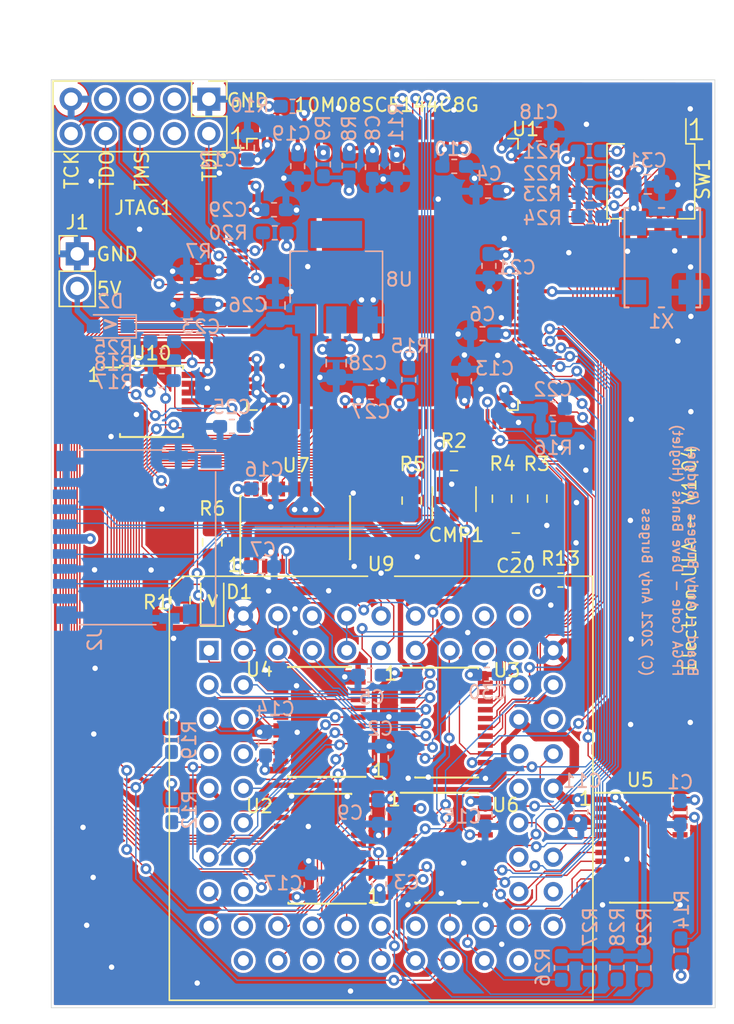
<source format=kicad_pcb>
(kicad_pcb (version 20211014) (generator pcbnew)
  (layers (0 "F.Cu" signal) (1 "In1.Cu" signal) (2 "In2.Cu" signal) (31 "B.Cu" signal) (34 "B.Paste" user) (35 "F.Paste" user) (36 "B.SilkS" user "B.Silkscreen") (37 "F.SilkS" user "F.Silkscreen") (38 "B.Mask" user) (39 "F.Mask" user) (44 "Edge.Cuts" user))
  (net 0 "")
  (net 1 "/5V")
  (net 2 "/3V3")
  (net 3 "/GND")
  (net 4 "/A_OE")
  (net 5 "/LVA0")
  (net 6 "/LVA1")
  (net 7 "/LVA2")
  (net 8 "/LVA3")
  (net 9 "/LVA4")
  (net 10 "/LVA5")
  (net 11 "/LVA6")
  (net 12 "/LVA7")
  (net 13 "/A7")
  (net 14 "/A6")
  (net 15 "/A5")
  (net 16 "/A4")
  (net 17 "/A3")
  (net 18 "/A2")
  (net 19 "/A1")
  (net 20 "/A0")
  (net 21 "/A_DIR")
  (net 22 "/LVA8")
  (net 23 "/LVA9")
  (net 24 "/LVA10")
  (net 25 "/LVA11")
  (net 26 "/LVA12")
  (net 27 "/LVA13")
  (net 28 "/LVA14")
  (net 29 "/LVA15")
  (net 30 "/A15")
  (net 31 "/A14")
  (net 32 "/A13")
  (net 33 "/A12")
  (net 34 "/A11")
  (net 35 "/A10")
  (net 36 "/A9")
  (net 37 "/A8")
  (net 38 "/CLK_IN")
  (net 39 "/PD7")
  (net 40 "/PD5")
  (net 41 "/PD4")
  (net 42 "/CAS_OUT")
  (net 43 "/RnW")
  (net 44 "/PD6")
  (net 45 "/PD3")
  (net 46 "/PD2")
  (net 47 "/KBD3")
  (net 48 "/nIRQ")
  (net 49 "/KBD1")
  (net 50 "/PD1")
  (net 51 "/PD0")
  (net 52 "/KBD2")
  (net 53 "/KBD0")
  (net 54 "/RED")
  (net 55 "/GREEN")
  (net 56 "/RESET")
  (net 57 "/BLUE")
  (net 58 "/CASMO")
  (net 59 "/SND")
  (net 60 "/PHIOUT")
  (net 61 "/nNMI")
  (net 62 "/CASIN")
  (net 63 "/nHS")
  (net 64 "/CSYNC")
  (net 65 "/CAPS")
  (net 66 "/ROM")
  (net 67 "/PD_OE")
  (net 68 "/PD_DIR")
  (net 69 "/LVPD7")
  (net 70 "/LVPD1")
  (net 71 "/LVPD4")
  (net 72 "/LVPD5")
  (net 73 "/LVPD6")
  (net 74 "/LVPD3")
  (net 75 "/LVPD2")
  (net 76 "/LVPD0")
  (net 77 "/LVKBD0")
  (net 78 "/LVKBD3")
  (net 79 "/LVKBD2")
  (net 80 "/LVKBD1")
  (net 81 "/LVCASMO")
  (net 82 "/LVCSYNC")
  (net 83 "/LVBLUE")
  (net 84 "/LVnHS")
  (net 85 "/LVGREEN")
  (net 86 "/LVRED")
  (net 87 "/LVSND")
  (net 88 "/LVCAS_OUT")
  (net 89 "/LVnNMI")
  (net 90 "/LVCLK_IN")
  (net 91 "/G3_OE")
  (net 92 "/LVPHIOUT")
  (net 93 "/LVROM")
  (net 94 "/LVRnWIN")
  (net 95 "/LVCASIN")
  (net 96 "/G4_OE")
  (net 97 "/G1_OE")
  (net 116 "Net-(R6-Pad1)")
  (net 137 "/LVCAPS")
  (net 138 "Net-(CMP1-Pad4)")
  (net 139 "/OSC")
  (net 145 "/TCK")
  (net 146 "/nCONFIG")
  (net 147 "/nSTATUS")
  (net 148 "/CONF_DONE")
  (net 149 "/CONFIG_SEL")
  (net 150 "/TDO")
  (net 151 "/TMS")
  (net 152 "/TDI")
  (net 156 "/nRSTIN")
  (net 158 "/SWC1")
  (net 159 "/SWC2")
  (net 160 "/SWC3")
  (net 161 "/SWC4")
  (net 162 "/JTAGEN")
  (net 163 "/LVRSTOUT")
  (net 164 "/LVRnWOE")
  (net 165 "/LVRnWOUT")
  (net 173 "/LVnIRQOUT")
  (net 174 "/LVnIRQIN")
  (net 175 "/5VP")
  (net 178 "/SD_nCS")
  (net 179 "/SD_MOSI")
  (net 180 "/SD_CLK")
  (net 181 "/SD_MISO")
  (footprint "Package_SO:TSSOP-24_4.4x7.8mm_P0.65mm" (layer "F.Cu") (at 149.5171 112.9284 180)
    (fp_text reference "U2")
    (fp_text value "74LVC4245APW")
  )
  (footprint "Package_SO:TSSOP-24_4.4x7.8mm_P0.65mm" (layer "F.Cu") (at 158.877 112.903)
    (fp_text reference "U6")
    (fp_text value "74LVC4245APW")
  )
  (footprint "Package_SO:TSSOP-24_4.4x7.8mm_P0.65mm" (layer "F.Cu") (at 149.4917 103.5812 180)
    (fp_text reference "U4")
    (fp_text value "74LVC4245APW")
  )
  (footprint "Personal:PLCC-68_THT-Socket-Electron-ULA" (layer "F.Cu") (at 154.0383 95.7961)
    (fp_text reference "U9")
    (fp_text value "ELECTRON_ULA_PGA_68")
  )
  (footprint "Package_SO:TSSOP-24_4.4x7.8mm_P0.65mm" (layer "F.Cu") (at 158.877 103.6828)
    (fp_text reference "U3")
    (fp_text value "74LVC4245APW")
  )
  (footprint "Package_SO:TSSOP-24_4.4x7.8mm_P0.65mm" (layer "F.Cu") (at 147.72386 89.29116 90)
    (fp_text reference "U7")
    (fp_text value "74LVC4245APW")
  )
  (footprint "Package_TO_SOT_SMD:SOT-23-5" (layer "F.Cu") (at 159.4272 87.191 90)
    (fp_text reference "CMP1")
    (fp_text value "MIC7221YM5-TR")
  )
  (footprint "Capacitor_SMD:C_0805_2012Metric_Pad1.15x1.40mm_HandSolder" (layer "F.Cu") (at 163.9822 90.401 180)
    (fp_text reference "C20")
    (fp_text value "0.1uf")
  )
  (footprint "Resistor_SMD:R_0805_2012Metric_Pad1.15x1.40mm_HandSolder" (layer "F.Cu") (at 165.5572 87.151 90)
    (fp_text reference "R3")
    (fp_text value "10K")
  )
  (footprint "Resistor_SMD:R_0805_2012Metric_Pad1.15x1.40mm_HandSolder" (layer "F.Cu") (at 141.57692 90.37672 -90)
    (fp_text reference "R6")
    (fp_text value "100")
  )
  (footprint "Resistor_SMD:R_0805_2012Metric_Pad1.15x1.40mm_HandSolder" (layer "F.Cu") (at 156.2972 87.296 90)
    (fp_text reference "R5")
    (fp_text value "10K")
  )
  (footprint "Diode_SMD:D_SOD-323_HandSoldering" (layer "F.Cu") (at 141.57692 94.64172 90)
    (fp_text reference "D1")
    (fp_text value "D_Schottky_Small")
  )
  (footprint "Resistor_SMD:R_0805_2012Metric_Pad1.15x1.40mm_HandSolder" (layer "F.Cu") (at 139.23264 94.64548 -90)
    (fp_text reference "R1")
    (fp_text value "10K")
  )
  (footprint "Resistor_SMD:R_0805_2012Metric_Pad1.15x1.40mm_HandSolder" (layer "F.Cu") (at 162.9572 87.156 -90)
    (fp_text reference "R4")
    (fp_text value "10K")
  )
  (footprint "Personal:QFP50P2200X2200X165-145N" (layer "F.Cu") (at 154.1372 70.621)
    (fp_text reference "U1")
    (fp_text value "10M08SCE144C8G")
  )
  (footprint "Resistor_SMD:R_0805_2012Metric_Pad1.15x1.40mm_HandSolder" (layer "F.Cu") (at 159.4104 84.3788)
    (fp_text reference "R2")
    (fp_text value "10K")
  )
  (footprint "Package_SO:TSSOP-24_4.4x7.8mm_P0.65mm" (layer "F.Cu") (at 173.24272 112.90322)
    (fp_text reference "U5")
    (fp_text value "74LVC4245APW")
  )
  (footprint "Resistor_SMD:R_0603_1608Metric_Pad1.05x0.95mm_HandSolder" (layer "F.Cu") (at 167.26408 93.1545 180)
    (fp_text reference "R13")
    (fp_text value "10K")
  )
  (footprint "Connector_PinHeader_2.54mm:PinHeader_2x05_P2.54mm_Vertical" (layer "F.Cu") (at 141.3256 57.71134 -90)
    (fp_text reference "JTAG1")
    (fp_text value "Conn_02x05_Odd_Even")
  )
  (footprint "Connector_PinHeader_2.54mm:PinHeader_1x02_P2.54mm_Vertical" (layer "F.Cu") (at 131.62026 69.1134)
    (fp_text reference "J1")
    (fp_text value "Conn_01x02")
  )
  (footprint "Button_Switch_SMD:SW_DIP_SPSTx04_Slide_Copal_CHS-04B_W7.62mm_P1.27mm" (layer "F.Cu") (at 173.9392 63.76416 -90)
    (fp_text reference "SW1")
    (fp_text value "SW_DIP_x04")
  )
  (footprint "Package_SO:TSSOP-14_4.4x5mm_P0.65mm" (layer "F.Cu") (at 137.09904 79.9846)
    (fp_text reference "U10")
    (fp_text value "SN74HCT125D")
  )
  (footprint "Capacitor_SMD:C_0603_1608Metric_Pad1.05x0.95mm_HandSolder" (layer "B.Cu") (at 148.8772 115.621 90)
    (fp_text reference "C17")
    (fp_text value "0.1uf")
  )
  (footprint "Capacitor_SMD:C_0603_1608Metric_Pad1.05x0.95mm_HandSolder" (layer "B.Cu") (at 161.8422 100.101)
    (fp_text reference "C30")
    (fp_text value "0.1uf")
  )
  (footprint "Capacitor_SMD:C_0603_1608Metric_Pad1.05x0.95mm_HandSolder" (layer "B.Cu") (at 154.0572 106.266 90)
    (fp_text reference "C2")
    (fp_text value "0.1uf")
  )
  (footprint "Capacitor_SMD:C_0603_1608Metric_Pad1.05x0.95mm_HandSolder" (layer "B.Cu") (at 145.51152 105.21188 90)
    (fp_text reference "C14")
    (fp_text value "0.1uf")
  )
  (footprint "Capacitor_SMD:C_0603_1608Metric_Pad1.05x0.95mm_HandSolder" (layer "B.Cu") (at 161.7072 110.436 -90)
    (fp_text reference "C15")
    (fp_text value "0.1uf")
  )
  (footprint "Capacitor_SMD:C_0603_1608Metric_Pad1.05x0.95mm_HandSolder" (layer "B.Cu") (at 176.10272 110.29822 -90)
    (fp_text reference "C1")
    (fp_text value "0.1uf")
  )
  (footprint "Capacitor_SMD:C_0603_1608Metric_Pad1.05x0.95mm_HandSolder" (layer "B.Cu") (at 153.2072 100.161 180)
    (fp_text reference "C5")
    (fp_text value "0.1uf")
  )
  (footprint "Capacitor_SMD:C_0603_1608Metric_Pad1.05x0.95mm_HandSolder" (layer "B.Cu") (at 145.2672 92.15756)
    (fp_text reference "C7")
    (fp_text value "0.1uf")
  )
  (footprint "Capacitor_SMD:C_0603_1608Metric_Pad1.05x0.95mm_HandSolder" (layer "B.Cu") (at 153.8972 115.566 90)
    (fp_text reference "C3")
    (fp_text value "0.1uf")
  )
  (footprint "Capacitor_SMD:C_0603_1608Metric_Pad1.05x0.95mm_HandSolder" (layer "B.Cu") (at 153.8372 110.256 -90)
    (fp_text reference "C9")
    (fp_text value "0.1uf")
  )
  (footprint "Capacitor_SMD:C_0603_1608Metric_Pad1.05x0.95mm_HandSolder" (layer "B.Cu") (at 161.91992 64.49822 180)
    (fp_text reference "C4")
    (fp_text value "0.1uf")
  )
  (footprint "Capacitor_SMD:C_0603_1608Metric_Pad1.05x0.95mm_HandSolder" (layer "B.Cu") (at 161.51098 74.99604 180)
    (fp_text reference "C6")
    (fp_text value "0.1uf")
  )
  (footprint "Capacitor_SMD:C_0603_1608Metric_Pad1.05x0.95mm_HandSolder" (layer "B.Cu") (at 153.39314 62.71768 -90)
    (fp_text reference "C8")
    (fp_text value "0.1uf")
  )
  (footprint "Capacitor_SMD:C_0603_1608Metric_Pad1.05x0.95mm_HandSolder" (layer "B.Cu") (at 160.1851 78.49108 90)
    (fp_text reference "C13")
    (fp_text value "0.1uf")
  )
  (footprint "Capacitor_SMD:C_0603_1608Metric_Pad1.05x0.95mm_HandSolder" (layer "B.Cu") (at 147.88388 62.65164 -90)
    (fp_text reference "C19")
    (fp_text value "0.1uf")
  )
  (footprint "Capacitor_SMD:C_0603_1608Metric_Pad1.05x0.95mm_HandSolder" (layer "B.Cu") (at 166.70782 80.51546)
    (fp_text reference "C22")
    (fp_text value "0.1uf")
  )
  (footprint "Capacitor_SMD:C_0603_1608Metric_Pad1.05x0.95mm_HandSolder" (layer "B.Cu") (at 165.67658 60.2869)
    (fp_text reference "C18")
    (fp_text value "0.1uf")
  )
  (footprint "Capacitor_SMD:C_0603_1608Metric_Pad1.05x0.95mm_HandSolder" (layer "B.Cu") (at 140.5763 72.85482 180)
    (fp_text reference "C23")
    (fp_text value "0.1uf")
  )
  (footprint "Capacitor_SMD:C_0603_1608Metric_Pad1.05x0.95mm_HandSolder" (layer "B.Cu") (at 143.0272 81.831 180)
    (fp_text reference "C25")
    (fp_text value "0.1uf")
  )
  (footprint "Capacitor_SMD:C_0603_1608Metric_Pad1.05x0.95mm_HandSolder" (layer "B.Cu") (at 153.28646 79.30896)
    (fp_text reference "C27")
    (fp_text value "0.1uf")
  )
  (footprint "Capacitor_SMD:C_0603_1608Metric_Pad1.05x0.95mm_HandSolder" (layer "B.Cu") (at 146.1389 65.86474)
    (fp_text reference "C29")
    (fp_text value "0.1uf")
  )
  (footprint "Resistor_SMD:R_0603_1608Metric_Pad1.05x0.95mm_HandSolder" (layer "B.Cu") (at 140.55852 70.3707)
    (fp_text reference "R7")
    (fp_text value "10K")
  )
  (footprint "Resistor_SMD:R_0603_1608Metric_Pad1.05x0.95mm_HandSolder" (layer "B.Cu") (at 151.68372 62.611 90)
    (fp_text reference "R8")
    (fp_text value "10K")
  )
  (footprint "Resistor_SMD:R_0603_1608Metric_Pad1.05x0.95mm_HandSolder" (layer "B.Cu") (at 149.77872 62.51956 90)
    (fp_text reference "R9")
    (fp_text value "10K")
  )
  (footprint "Resistor_SMD:R_0603_1608Metric_Pad1.05x0.95mm_HandSolder" (layer "B.Cu") (at 147.50288 58.23966)
    (fp_text reference "R10")
    (fp_text value "10K")
  )
  (footprint "Capacitor_SMD:C_0603_1608Metric_Pad1.05x0.95mm_HandSolder" (layer "B.Cu") (at 161.99104 70.0024 -90)
    (fp_text reference "C21")
    (fp_text value "0.1uf")
  )
  (footprint "Resistor_SMD:R_0603_1608Metric_Pad1.05x0.95mm_HandSolder" (layer "B.Cu") (at 155.18892 62.67704 90)
    (fp_text reference "R11")
    (fp_text value "10K")
  )
  (footprint "Capacitor_SMD:C_0805_2012Metric_Pad1.15x1.40mm_HandSolder" (layer "B.Cu") (at 146.23796 72.9234 90)
    (fp_text reference "C26")
    (fp_text value "0.1uF")
  )
  (footprint "Capacitor_SMD:C_0603_1608Metric_Pad1.05x0.95mm_HandSolder" (layer "B.Cu") (at 168.77284 110.24616 -90)
    (fp_text reference "C11")
    (fp_text value "0.1uf")
  )
  (footprint "Capacitor_SMD:C_0805_2012Metric_Pad1.15x1.40mm_HandSolder" (layer "B.Cu") (at 173.70552 63.98514)
    (fp_text reference "C31")
    (fp_text value "0.1uF")
  )
  (footprint "Personal:Crystal_SMD_7050_4Pads" (layer "B.Cu") (at 174.72152 69.52234 -90)
    (fp_text reference "X1")
    (fp_text value "OSC")
  )
  (footprint "Capacitor_SMD:C_0603_1608Metric_Pad1.05x0.95mm_HandSolder" (layer "B.Cu") (at 159.43326 62.66434)
    (fp_text reference "C10")
    (fp_text value "0.1uf")
  )
  (footprint "TO_SOT_Packages_SMD:SOT-223" (layer "B.Cu") (at 150.73376 70.83044 90)
    (fp_text reference "U8")
    (fp_text value "AP111733")
  )
  (footprint "Capacitor_SMD:C_0603_1608Metric_Pad1.05x0.95mm_HandSolder" (layer "B.Cu") (at 144.1704 61.28512 90)
    (fp_text reference "C12")
    (fp_text value "0.1uf")
  )
  (footprint "Resistor_SMD:R_0603_1608Metric_Pad1.05x0.95mm_HandSolder" (layer "B.Cu") (at 138.5951 110.11916 90)
    (fp_text reference "R12")
    (fp_text value "10K")
  )
  (footprint "Resistor_SMD:R_0603_1608Metric_Pad1.05x0.95mm_HandSolder" (layer "B.Cu") (at 176.15916 120.44426 90)
    (fp_text reference "R14")
    (fp_text value "10K")
  )
  (footprint "Resistor_SMD:R_0603_1608Metric_Pad1.05x0.95mm_HandSolder" (layer "B.Cu") (at 156.07792 78.39456 90)
    (fp_text reference "R15")
    (fp_text value "10K")
  )
  (footprint "Resistor_SMD:R_0603_1608Metric_Pad1.05x0.95mm_HandSolder" (layer "B.Cu") (at 166.74084 81.9785)
    (fp_text reference "R16")
    (fp_text value "10K")
  )
  (footprint "Resistor_SMD:R_0603_1608Metric_Pad1.05x0.95mm_HandSolder" (layer "B.Cu") (at 169.40784 61.52388 180)
    (fp_text reference "R21")
    (fp_text value "10K")
  )
  (footprint "Resistor_SMD:R_0603_1608Metric_Pad1.05x0.95mm_HandSolder" (layer "B.Cu") (at 169.43832 63.10376 180)
    (fp_text reference "R22")
    (fp_text value "10K")
  )
  (footprint "Resistor_SMD:R_0603_1608Metric_Pad1.05x0.95mm_HandSolder" (layer "B.Cu") (at 169.45864 64.67856 180)
    (fp_text reference "R23")
    (fp_text value "10K")
  )
  (footprint "Resistor_SMD:R_0603_1608Metric_Pad1.05x0.95mm_HandSolder" (layer "B.Cu") (at 169.4688 66.36512 180)
    (fp_text reference "R24")
    (fp_text value "10K")
  )
  (footprint "Capacitor_SMD:C_0603_1608Metric_Pad1.05x0.95mm_HandSolder" (layer "B.Cu") (at 145.3472 86.42756)
    (fp_text reference "C16")
    (fp_text value "0.1uf")
  )
  (footprint "Resistor_SMD:R_0603_1608Metric_Pad1.05x0.95mm_HandSolder" (layer "B.Cu") (at 146.19224 67.564 180)
    (fp_text reference "R20")
    (fp_text value "10K")
  )
  (footprint "Resistor_SMD:R_0603_1608Metric_Pad1.05x0.95mm_HandSolder" (layer "B.Cu") (at 137.86104 78.45044 180)
    (fp_text reference "R17")
    (fp_text value "10K")
  )
  (footprint "Resistor_SMD:R_0603_1608Metric_Pad1.05x0.95mm_HandSolder" (layer "B.Cu") (at 137.88644 76.98232 180)
    (fp_text reference "R18")
    (fp_text value "10K")
  )
  (footprint "Resistor_SMD:R_0603_1608Metric_Pad1.05x0.95mm_HandSolder" (layer "B.Cu") (at 138.57224 104.94518 90)
    (fp_text reference "R19")
    (fp_text value "10K")
  )
  (footprint "Resistor_SMD:R_0603_1608Metric_Pad1.05x0.95mm_HandSolder" (layer "B.Cu") (at 137.89152 75.57516 180)
    (fp_text reference "R25")
    (fp_text value "10K")
  )
  (footprint "Diode_SMD:D_SOD-323_HandSoldering" (layer "B.Cu") (at 134.06882 74.45502 180)
    (fp_text reference "D2")
    (fp_text value "D_Schottky_Small")
  )
  (footprint "Resistor_SMD:R_0603_1608Metric_Pad1.05x0.95mm_HandSolder" (layer "B.Cu") (at 167.3352 121.73966 90)
    (fp_text reference "R26")
    (fp_text value "4.7K")
  )
  (footprint "Resistor_SMD:R_0603_1608Metric_Pad1.05x0.95mm_HandSolder" (layer "B.Cu") (at 169.38498 121.72442 90)
    (fp_text reference "R27")
    (fp_text value "4.7K")
  )
  (footprint "Resistor_SMD:R_0603_1608Metric_Pad1.05x0.95mm_HandSolder" (layer "B.Cu") (at 171.4373 121.71426 90)
    (fp_text reference "R28")
    (fp_text value "4.7K")
  )
  (footprint "Resistor_SMD:R_0603_1608Metric_Pad1.05x0.95mm_HandSolder" (layer "B.Cu") (at 173.42866 121.74728 90)
    (fp_text reference "R29")
    (fp_text value "4.7K")
  )
  (footprint "Connector_Card:microSD_HC_Hirose_DM3D-SF" (layer "B.Cu") (at 136.04494 90.0049 90)
    (fp_text reference "J2")
    (fp_text value "Micro_SD_Card_Det_Hirose_DM3AT")
  )
  (footprint "Capacitor_SMD:C_0805_2012Metric_Pad1.18x1.45mm_HandSolder" (layer "B.Cu") (at 150.7236 77.1652 -90)
    (fp_text reference "C28")
    (fp_text value "10uF")
  )
  (gr_line (start 178.6617 56.2837) (end 178.68392 124.67082) (layer "Edge.Cuts") (width 0.05))
  (gr_line (start 129.70002 124.67082) (end 129.7032 56.271) (layer "Edge.Cuts") (width 0.05))
  (gr_line (start 178.68392 124.67082) (end 129.70002 124.67082) (layer "Edge.Cuts") (width 0.05))
  (gr_line (start 129.7032 56.271) (end 178.6617 56.2837) (layer "Edge.Cuts") (width 0.05))
  (gr_text "Board - Andy Burgess (Budgie)\nFPGA Code - Dave Banks (Hoglet)\n\n(C) 2021 Andy Burgess" (at 175.33112 100.33 -90) (layer "B.SilkS") (effects (font (size 0.7 0.7) (thickness 0.125)) (justify left mirror)))
  (gr_text ">" (at 134.05866 74.3712 180) (layer "B.SilkS") (effects (font (size 1 1) (thickness 0.2)) (justify mirror)))
  (gr_text ">" (at 141.67612 94.6658 270) (layer "F.SilkS") (effects (font (size 1 1) (thickness 0.2))))
  (gr_text "GND" (at 134.56412 69.14134) (layer "F.SilkS") (effects (font (size 1 1))))
  (gr_text "TDO" (at 133.8072 62.93358 90) (layer "F.SilkS") (effects (font (size 1 1))))
  (gr_text "TDI" (at 141.38402 62.66942 90) (layer "F.SilkS") (effects (font (size 1 1))))
  (gr_text "GND" (at 144.17294 57.80024) (layer "F.SilkS") (effects (font (size 1 1))))
  (gr_text "1" (at 177.30724 59.97956) (layer "F.SilkS") (effects (font (size 1.5 1.5))))
  (gr_text "1" (at 132.84962 78.0288) (layer "F.SilkS") (effects (font (size 1 1))))
  (gr_text "TMS" (at 136.39292 62.97168 90) (layer "F.SilkS") (effects (font (size 1 1))))
  (gr_text "1" (at 153.85542 107.18546) (layer "F.SilkS") (effects (font (size 1 1))))
  (gr_text "1" (at 143.47444 60.61964) (layer "F.SilkS") (effects (font (size 1.5 1.5))))
  (gr_text "10M08SCE144C8G" (at 154.4447 58.13552) (layer "F.SilkS") (effects (font (size 1 1))))
  (gr_text "1" (at 169.10558 109.26064) (layer "F.SilkS") (effects (font (size 1 1))))
  (gr_text "TCK" (at 131.20116 62.9539 90) (layer "F.SilkS") (effects (font (size 1 1))))
  (gr_text "1" (at 153.48458 116.47678) (layer "F.SilkS") (effects (font (size 1 1))))
  (gr_text "1" (at 143.18742 92.03944) (layer "F.SilkS") (effects (font (size 1 1))))
  (gr_text "1" (at 155.01874 109.31398) (layer "F.SilkS") (effects (font (size 1 1))))
  (gr_text "Electron ULA - V1.04" (at 176.784 91.58224 90) (layer "F.SilkS") (effects (font (size 1 1) (thickness 0.125))))
  (gr_text "1" (at 154.74188 100.04552) (layer "F.SilkS") (effects (font (size 1 1))))
  (gr_text "5V" (at 133.97484 71.70166) (layer "F.SilkS") (effects (font (size 1 1))))
  (segment (start 154.7642 109.328) (end 156.027 109.328) (width 0.4) (layer "F.Cu") (net 1))
  (segment (start 144.14886 90.8494) (end 144.15262 90.84564) (width 0.4) (layer "F.Cu") (net 1))
  (segment (start 144.14886 92.14116) (end 144.14886 90.8494) (width 0.4) (layer "F.Cu") (net 1))
  (segment (start 143.4736 92.14116) (end 143.4672 92.14756) (width 0.4) (layer "F.Cu") (net 1))
  (segment (start 144.14886 92.14116) (end 143.4736 92.14116) (width 0.4) (layer "F.Cu") (net 1))
  (segment (start 144.56664 88.87968) (end 144.15262 89.2937) (width 0.7) (layer "F.Cu") (net 1))
  (segment (start 162.9572 88.181) (end 162.9572 87.606) (width 0.4) (layer "F.Cu") (net 1))
  (segment (start 170.39272 109.32822) (end 171.17922 109.32822) (width 0.4) (layer "F.Cu") (net 1))
  (segment (start 142.449501 109.607301) (end 142.049499 109.207299) (width 0.4) (layer "F.Cu") (net 1))
  (segment (start 141.2372 77.731) (end 140.9336 78.0346) (width 0.4) (layer "F.Cu") (net 1))
  (segment (start 147.6502 87.75446) (end 146.73072 88.67394) (width 0.7) (layer "F.Cu") (net 1))
  (segment (start 144.15262 89.2937) (end 144.15262 90.84564) (width 0.7) (layer "F.Cu") (net 1))
  (segment (start 148.844 87.757) (end 148.0566 87.757) (width 0.7) (layer "F.Cu") (net 1))
  (segment (start 149.2504 87.9602) (end 148.44014 87.9602) (width 0.7) (layer "F.Cu") (net 1))
  (segment (start 149.19452 88.01608) (end 149.2504 87.9602) (width 0.7) (layer "F.Cu") (net 1))
  (segment (start 154.7672 108.601) (end 162.115404 108.601) (width 0.4) (layer "F.Cu") (net 1))
  (segment (start 148.46808 88.74252) (end 148.46808 88.76792) (width 0.7) (layer "F.Cu") (net 1))
  (segment (start 144.411677 109.607301) (end 142.449501 109.607301) (width 0.4) (layer "F.Cu") (net 1))
  (segment (start 154.7172 110.091) (end 154.7172 116.501) (width 0.4) (layer "F.Cu") (net 1))
  (segment (start 167.5511 109.3089) (end 166.7383 108.4961) (width 0.7) (layer "F.Cu") (net 1))
  (segment (start 162.5222 87.171) (end 159.7072 87.171) (width 0.4) (layer "F.Cu") (net 1))
  (segment (start 149.352 88.265) (end 148.9456 87.8586) (width 0.7) (layer "F.Cu") (net 1))
  (segment (start 155.956 99.5236) (end 155.467099 99.034699) (width 0.4) (layer "F.Cu") (net 1))
  (segment (start 149.19452 88.87968) (end 148.46808 88.87968) (width 0.7) (layer "F.Cu") (net 1))
  (segment (start 154.636521 100.389639) (end 155.03652 99.98964) (width 0.4) (layer "F.Cu") (net 1))
  (segment (start 153.756 116.5098) (end 153.756 116.0822) (width 0.4) (layer "F.Cu") (net 1))
  (segment (start 162.9572 90.401) (end 162.9572 90.151) (width 0.4) (layer "F.Cu") (net 1))
  (segment (start 155.467099 99.034699) (end 155.467099 94.486779) (width 0.4) (layer "F.Cu") (net 1))
  (segment (start 162.9572 87.606) (end 162.5222 87.171) (width 0.4) (layer "F.Cu") (net 1))
  (segment (start 155.077 100.1078) (end 155.03652 100.06732) (width 0.4) (layer "F.Cu") (net 1))
  (segment (start 147.64512 87.96528) (end 147.6502 87.9602) (width 0.7) (layer "F.Cu") (net 1))
  (segment (start 153.549301 107.483101) (end 153.549301 107.090001) (width 0.4) (layer "F.Cu") (net 1))
  (segment (start 170.3734 109.3089) (end 170.39272 109.32822) (width 0.4) (layer "F.Cu") (net 1))
  (segment (start 162.95624 92.09532) (end 162.95624 93.25864) (width 0.7) (layer "F.Cu") (net 1))
  (segment (start 147.64512 88.87968) (end 147.64512 87.96528) (width 0.7) (layer "F.Cu") (net 1))
  (segment (start 155.03652 100.06732) (end 155.03652 99.98964) (width 0.4) (layer "F.Cu") (net 1))
  (segment (start 148.46808 88.87968) (end 147.64512 88.87968) (width 0.7) (layer "F.Cu") (net 1))
  (segment (start 156.027 100.1078) (end 155.077 100.1078) (width 0.4) (layer "F.Cu") (net 1))
  (segment (start 149.2504 87.757) (end 150.16988 88.67648) (width 0.7) (layer "F.Cu") (net 1))
  (segment (start 154.7172 109.281) (end 154.7172 110.091) (width 0.4) (layer "F.Cu") (net 1))
  (segment (start 155.467099 94.486779) (end 155.44292 94.4626) (width 0.4) (layer "F.Cu") (net 1))
  (segment (start 165.47592 104.69372) (end 164.1983 103.4161) (width 0.7) (layer "F.Cu") (net 1))
  (segment (start 163.087099 105.237526) (end 164.1983 104.126325) (width 0.4) (layer "F.Cu") (net 1))
  (segment (start 140.9336 78.0346) (end 140.04904 78.0346) (width 0.4) (layer "F.Cu") (net 1))
  (segment (start 169.37482 109.3089) (end 167.5511 109.3089) (width 0.7) (layer "F.Cu") (net 1))
  (segment (start 153.549301 101.476859) (end 154.636521 100.389639) (width 0.4) (layer "F.Cu") (net 1))
  (segment (start 169.37482 109.3089) (end 170.3734 109.3089) (width 0.4) (layer "F.Cu") (net 1))
  (segment (start 155.92298 93.98254) (end 155.44292 94.4626) (width 0.7) (layer "F.Cu") (net 1))
  (segment (start 159.4272 87.451) (end 159.4272 88.291) (width 0.4) (layer "F.Cu") (net 1))
  (segment (start 148.0566 87.7824) (end 147.6502 88.1888) (width 0.7) (layer "F.Cu") (net 1))
  (segment (start 162.95624 92.09532) (end 162.9572 92.09436) (width 0.4) (layer "F.Cu") (net 1))
  (segment (start 162.115404 108.601) (end 163.087099 107.629305) (width 0.4) (layer "F.Cu") (net 1))
  (segment (start 148.46808 87.98814) (end 148.44014 87.9602) (width 0.7) (layer "F.Cu") (net 1))
  (segment (start 148.75764 87.9602) (end 149.19452 88.39708) (width 0.7) (layer "F.Cu") (net 1))
  (segment (start 149.2504 87.9602) (end 148.46808 88.74252) (width 0.7) (layer "F.Cu") (net 1))
  (segment (start 159.4072 88.371) (end 159.4272 88.391) (width 0.4) (layer "F.Cu") (net 1))
  (segment (start 154.7172 108.651) (end 154.7672 108.601) (width 0.4) (layer "F.Cu") (net 1))
  (segment (start 147.64512 88.75522) (end 147.64512 88.87968) (width 0.7) (layer "F.Cu") (net 1))
  (segment (start 162.23234 93.98254) (end 155.92298 93.98254) (width 0.7) (layer "F.Cu") (net 1))
  (segment (start 155.956 100.1014) (end 155.956 99.5236) (width 0.4) (layer "F.Cu") (net 1))
  (segment (start 147.64512 88.87968) (end 146.62912 88.87968) (width 0.7) (layer "F.Cu") (net 1))
  (segment (start 154.7172 108.651) (end 154.3372 108.271) (width 0.4) (layer "F.Cu") (net 1))
  (segment (start 153.549301 107.162599) (end 153.549301 107.090001) (width 0.4) (layer "F.Cu") (net 1))
  (segment (start 154.717199 109.846684) (end 154.717199 109.280999) (width 0.4) (layer "F.Cu") (net 1))
  (segment (start 146.73072 88.87968) (end 146.62912 88.87968) (width 0.7) (layer "F.Cu") (net 1))
  (segment (start 162.95624 93.25864) (end 162.23234 93.98254) (width 0.7) (layer "F.Cu") (net 1))
  (segment (start 148.44014 87.9602) (end 147.6502 87.9602) (width 0.7) (layer "F.Cu") (net 1))
  (segment (start 153.549301 107.090001) (end 153.549301 101.476859) (width 0.4) (layer "F.Cu") (net 1))
  (segment (start 149.19452 88.87968) (end 149.19452 88.39708) (width 0.7) (layer "F.Cu") (net 1))
  (segment (start 147.6502 87.757) (end 149.2504 87.757) (width 0.7) (layer "F.Cu") (net 1))
  (segment (start 159.7072 87.171) (end 159.4272 87.451) (width 0.4) (layer "F.Cu") (net 1))
  (segment (start 163.087099 107.629305) (end 163.087099 105.237526) (width 0.4) (layer "F.Cu") (net 1))
  (segment (start 154.3372 108.271) (end 145.747978 108.271) (width 0.4) (layer "F.Cu") (net 1))
  (segment (start 155.44292 94.4626) (end 155.44292 91.37142) (width 0.7) (layer "F.Cu") (net 1))
  (segment (start 142.049499 109.207299) (end 141.3383 108.4961) (width 0.4) (layer "F.Cu") (net 1))
  (segment (start 167.56126 104.69372) (end 165.47592 104.69372) (width 0.7) (layer "F.Cu") (net 1))
  (segment (start 154.7084 116.5098) (end 154.7172 116.501) (width 0.4) (layer "F.Cu") (net 1))
  (segment (start 150.57628 88.87968) (end 149.19452 88.87968) (width 0.7) (layer "F.Cu") (net 1))
  (segment (start 150.16988 88.87968) (end 150.57628 88.87968) (width 0.7) (layer "F.Cu") (net 1))
  (segment (start 152.4381 116.5098) (end 153.756 116.5098) (width 0.4) (layer "F.Cu") (net 1))
  (segment (start 148.46808 88.76792) (end 148.46808 87.98814) (width 0.7) (layer "F.Cu") (net 1))
  (segment (start 154.7172 109.281) (end 154.7642 109.328) (width 0.4) (layer "F.Cu") (net 1))
  (segment (start 148.44014 87.9602) (end 147.64512 88.75522) (width 0.7) (layer "F.Cu") (net 1))
  (segment (start 148.46808 88.87968) (end 148.46808 88.76792) (width 0.7) (layer "F.Cu") (net 1))
  (segment (start 154.3372 108.271) (end 153.549301 107.483101) (width 0.4) (layer "F.Cu") (net 1))
  (segment (start 152.95118 88.87968) (end 150.57628 88.87968) (width 0.7) (layer "F.Cu") (net 1))
  (segment (start 155.44292 91.37142) (end 152.95118 88.87968) (width 0.7) (layer "F.Cu") (net 1))
  (segment (start 152.4127 107.1626) (end 153.549301 107.162599) (width 0.4) (layer "F.Cu") (net 1))
  (segment (start 149.19452 88.39708) (end 149.19452 88.01608) (width 0.7) (layer "F.Cu") (net 1))
  (segment (start 168.29024 105.4227) (end 167.56126 104.69372) (width 0.7) (layer "F.Cu") (net 1))
  (segment (start 153.756 116.5098) (end 154.7084 116.5098) (width 0.4) (layer "F.Cu") (net 1))
  (segment (start 154.7172 108.651) (end 154.7172 109.281) (width 0.4) (layer "F.Cu") (net 1))
  (segment (start 153.476702 107.1626) (end 153.549301 107.090001) (width 0.4) (layer "F.Cu") (net 1))
  (segment (start 153.756 116.0822) (end 153.9272 115.911) (width 0.4) (layer "F.Cu") (net 1))
  (segment (start 145.747978 108.271) (end 144.411677 109.607301) (width 0.4) (layer "F.Cu") (net 1))
  (segment (start 162.9572 90.401) (end 162.9572 88.181) (width 0.4) (layer "F.Cu") (net 1))
  (segment (start 162.9572 92.09436) (end 162.9572 90.401) (width 0.4) (layer "F.Cu") (net 1))
  (segment (start 146.62912 88.87968) (end 144.56664 88.87968) (width 0.7) (layer "F.Cu") (net 1))
  (segment (start 154.7172 110.091) (end 154.717199 109.846684) (width 0.4) (layer "F.Cu") (net 1))
  (segment (start 164.1983 104.126325) (end 164.1983 103.4161) (width 0.4) (layer "F.Cu") (net 1))
  (segment (start 148.44014 87.9602) (end 148.75764 87.9602) (width 0.7) (layer "F.Cu") (net 1))
  (segment (start 166.8145 108.5723) (end 166.7383 108.4961) (width 0.5) (layer "F.Cu") (net 1))
  (segment (start 171.17922 109.32822) (end 171.3357 109.17174) (width 0.4) (layer "F.Cu") (net 1))
  (segment (start 166.7383 108.4961) (end 168.29024 106.94416) (width 0.7) (layer "F.Cu") (net 1))
  (segment (start 168.29024 106.94416) (end 168.29024 105.4227) (width 0.7) (layer "F.Cu") (net 1))
  (via (at 148.44014 87.9602) (size 0.8) (drill 0.4) (layers "F.Cu" "B.Cu") (net 1))
  (via (at 143.4672 92.14756) (size 0.8) (drill 0.4) (layers "F.Cu" "B.Cu") (net 1))
  (via (at 171.3357 109.17174) (size 0.8) (drill 0.4) (layers "F.Cu" "B.Cu") (net 1))
  (via (at 149.2504 87.9602) (size 0.8) (drill 0.4) (layers "F.Cu" "B.Cu") (net 1))
  (via (at 155.03652 99.98964) (size 0.8) (drill 0.4) (layers "F.Cu" "B.Cu") (net 1))
  (via (at 153.9272 115.911) (size 0.8) (drill 0.4) (layers "F.Cu" "B.Cu") (net 1))
  (via (at 147.6502 87.9602) (size 0.8) (drill 0.4) (layers "F.Cu" "B.Cu") (net 1))
  (via (at 141.2372 77.731) (size 0.8) (drill 0.4) (layers "F.Cu" "B.Cu") (net 1))
  (via (at 154.717199 109.280999) (size 0.8) (drill 0.4) (layers "F.Cu" "B.Cu") (net 1))
  (via (at 168.524587 109.310817) (size 0.8) (drill 0.4) (layers "F.Cu" "B.Cu") (net 1))
  (via (at 153.5472 107.201) (size 0.8) (drill 0.4) (layers "F.Cu" "B.Cu") (net 1))
  (segment (start 143.4672 92.14756) (end 144.3822 92.14756) (width 0.4) (layer "B.Cu") (net 1))
  (segment (start 144.3822 92.14756) (end 144.3922 92.15756) (width 0.4) (layer "B.Cu") (net 1))
  (segment (start 144.3322 92.21756) (end 144.3922 92.15756) (width 0.4) (layer "B.Cu") (net 1))
  (segment (start 148.44014 87.75192) (end 148.44014 87.09406) (width 0.7) (layer "B.Cu") (net 1))
  (segment (start 168.8351 109.3089) (end 168.77284 109.37116) (width 0.4) (layer "B.Cu") (net 1))
  (segment (start 153.9972 107.201) (end 154.0572 107.141) (width 0.4) (layer "B.Cu") (net 1))
  (segment (start 169.39514 120.83926) (end 169.38498 120.84942) (width 0.4) (layer "B.Cu") (net 1))
  (segment (start 153.9272 115.911) (end 153.9272 116.411) (width 0.4) (layer "B.Cu") (net 1))
  (segment (start 147.6502 88.011) (end 149.2504 88.011) (width 0.7) (layer "B.Cu") (net 1))
  (segment (start 154.0822 100.161) (end 154.86516 100.161) (width 0.4) (layer "B.Cu") (net 1))
  (segment (start 168.77284 109.37116) (end 168.712497 109.310817) (width 0.4) (layer "B.Cu") (net 1))
  (segment (start 153.5472 107.201) (end 153.9972 107.201) (width 0.4) (layer "B.Cu") (net 1))
  (segment (start 167.35044 120.84942) (end 167.3352 120.86466) (width 0.4) (layer "B.Cu") (net 1))
  (segment (start 147.61083 87.93988) (end 148.40077 87.14994) (width 0.7) (layer "B.Cu") (net 1))
  (segment (start 135.31882 74.45502) (end 140.50772 74.45502) (width 0.4) (layer "B.Cu") (net 1))
  (segment (start 154.86516 100.161) (end 155.03652 99.98964) (width 0.4) (layer "B.Cu") (net 1))
  (segment (start 141.23416 75.18146) (end 141.23416 77.72796) (width 0.4) (layer "B.Cu") (net 1))
  (segment (start 148.44014 87.9602) (end 148.44014 87.75192) (width 0.7) (layer "B.Cu") (net 1))
  (segment (start 146.23796 73.9484) (end 145.53796 73.9484) (width 0.4) (layer "B.Cu") (net 1))
  (segment (start 141.23416 77.72796) (end 141.2372 77.731) (width 0.4) (layer "B.Cu") (net 1))
  (segment (start 144.681721 74.804639) (end 140.8557 74.803) (width 0.4) (layer "B.Cu") (net 1))
  (segment (start 148.44014 87.09406) (end 148.44014 73.98682) (width 0.7) (layer "B.Cu") (net 1))
  (segment (start 145.53796 73.9484) (end 144.681721 74.804639) (width 0.4) (layer "B.Cu") (net 1))
  (segment (start 153.9272 116.411) (end 153.8972 116.441) (width 0.4) (layer "B.Cu") (net 1))
  (segment (start 153.8372 109.381) (end 154.617198 109.381) (width 0.4) (layer "B.Cu") (net 1))
  (segment (start 148.43376 73.98044) (end 146.27 73.98044) (width 0.7) (layer "B.Cu") (net 1))
  (segment (start 148.44014 73.98682) (end 148.43376 73.98044) (width 0.7) (layer "B.Cu") (net 1))
  (segment (start 140.50772 74.45502) (end 140.52042 74.46772) (width 0.4) (layer "B.Cu") (net 1))
  (segment (start 173.42866 120.87228) (end 171.47032 120.87228) (width 0.4) (layer "B.Cu") (net 1))
  (segment (start 173.42866 111.2647) (end 173.42866 120.87228) (width 0.4) (layer "B.Cu") (net 1))
  (segment (start 171.4373 120.83926) (end 169.39514 120.83926) (width 0.4) (layer "B.Cu") (net 1))
  (segment (start 140.8557 74.803) (end 140.52042 74.46772) (width 0.4) (layer "B.Cu") (net 1))
  (segment (start 154.617198 109.381) (end 154.717199 109.280999) (width 0.4) (layer "B.Cu") (net 1))
  (segment (start 147.6502 87.9602) (end 147.6502 87.93988) (width 0.7) (layer "B.Cu") (net 1))
  (segment (start 140.8557 74.803) (end 141.23416 75.18146) (width 0.4) (layer "B.Cu") (net 1))
  (segment (start 168.712497 109.310817) (end 168.524587 109.310817) (width 0.4) (layer "B.Cu") (net 1))
  (segment (start 149.32533 87.95893) (end 148.51507 87.14867) (width 0.7) (layer "B.Cu") (net 1))
  (segment (start 148.44522 87.757) (end 148.44014 87.75192) (width 0.7) (layer "B.Cu") (net 1))
  (segment (start 169.38498 120.84942) (end 167.35044 120.84942) (width 0.4) (layer "B.Cu") (net 1))
  (segment (start 148.43506 87.757) (end 148.44014 87.75192) (width 0.7) (layer "B.Cu") (net 1))
  (segment (start 148.44776 73.99444) (end 148.43376 73.98044) (width 0.7) (layer "B.Cu") (net 1))
  (segment (start 171.47032 120.87228) (end 171.4373 120.83926) (width 0.4) (layer "B.Cu") (net 1))
  (segment (start 148.44014 87.14994) (end 148.44014 87.09406) (width 0.7) (layer "B.Cu") (net 1))
  (segment (start 171.3357 109.17174) (end 173.42866 111.2647) (width 0.4) (layer "B.Cu") (net 1))
  (segment (start 143.4836 86.44116) (end 143.4772 86.44756) (width 0.5) (layer "F.Cu") (net 2))
  (segment (start 144.14886 86.44116) (end 143.4836 86.44116) (width 0.5) (layer "F.Cu") (net 2))
  (segment (start 144.14526 86.43756) (end 144.14886 86.44116) (width 0.5) (layer "F.Cu") (net 2))
  (segment (start 144.79886 86.44116) (end 144.14886 86.44116) (width 0.5) (layer "F.Cu") (net 2))
  (segment (start 145.3872 60.986) (end 145.4822 61.081) (width 0.3) (layer "F.Cu") (net 2))
  (segment (start 164.1372 62.371) (end 163.6372 61.871) (width 0.3) (layer "F.Cu") (net 2))
  (segment (start 144.5022 78.871) (end 144.461281 78.911919) (width 0.3) (layer "F.Cu") (net 2))
  (segment (start 176.09272 109.32822) (end 176.09272 109.97822) (width 0.3) (layer "F.Cu") (net 2))
  (segment (start 146.6671 116.5034) (end 147.824798 116.5034) (width 0.5) (layer "F.Cu") (net 2))
  (segment (start 164.8072 79.371) (end 163.33832 79.371) (width 0.3) (layer "F.Cu") (net 2))
  (segment (start 144.7172 62.371) (end 144.9072 62.181) (width 0.3) (layer "F.Cu") (net 2))
  (segment (start 162.8272 81.291) (end 163.101755 81.016445) (width 0.3) (layer "F.Cu") (net 2))
  (segment (start 145.8872 60.831) (end 145.6372 61.081) (width 0.3) (layer "F.Cu") (net 2))
  (segment (start 163.40132 74.871) (end 163.24072 75.0316) (width 0.4) (layer "F.Cu") (net 2))
  (segment (start 144.8221 79.371) (end 144.86128 79.33182) (width 0.3) (layer "F.Cu") (net 2))
  (segment (start 144.80102 78.371) (end 144.87144 78.30058) (width 0.3) (layer "F.Cu") (net 2))
  (segment (start 145.3872 59.951) (end 145.3872 60.986) (width 0.3) (layer "F.Cu") (net 2))
  (segment (start 152.3872 79.93878) (end 152.36698 79.91856) (width 0.3) (layer "F.Cu") (net 2))
  (segment (start 144.461281 78.911919) (end 144.461281 78.931821) (width 0.3) (layer "F.Cu") (net 2))
  (segment (start 151.3872 79.90652) (end 151.384 79.90332) (width 0.3) (layer "F.Cu") (net 2))
  (segment (start 143.4672 62.371) (end 144.7172 62.371) (width 0.3) (layer "F.Cu") (net 2))
  (segment (start 144.5022 78.871) (end 144.87144 78.50176) (width 0.3) (layer "F.Cu") (net 2))
  (segment (start 155.987 109.951) (end 155.956 109.982) (width 0.102) (layer "F.Cu") (net 2))
  (segment (start 143.4672 61.871) (end 143.4672 62.371) (width 0.3) (layer "F.Cu") (net 2))
  (segment (start 156.3172 86.251) (end 156.3172 85.016) (width 0.5) (layer "F.Cu") (net 2))
  (segment (start 144.5572 63.871) (end 144.8072 64.121) (width 0.3) (layer "F.Cu") (net 2))
  (segment (start 152.36698 79.91856) (end 151.39924 79.91856) (width 0.3) (layer "F.Cu") (net 2))
  (segment (start 146.6417 106.5062) (end 146.6417 107.1562) (width 0.5) (layer "F.Cu") (net 2))
  (segment (start 151.39924 79.91856) (end 151.384 79.90332) (width 0.3) (layer "F.Cu") (net 2))
  (segment (start 160.6304 100.1078) (end 160.6072 100.131) (width 0.5) (layer "F.Cu") (net 2))
  (segment (start 144.461281 78.931821) (end 144.86128 79.33182) (width 0.3) (layer "F.Cu") (net 2))
  (segment (start 160.640397 109.364603) (end 160.640397 109.472038) (width 0.5) (layer "F.Cu") (net 2))
  (segment (start 142.055308 72.871) (end 142.007221 72.822913) (width 0.3) (layer "F.Cu") (net 2))
  (segment (start 143.4672 78.371) (end 144.80102 78.371) (width 0.3) (layer "F.Cu") (net 2))
  (segment (start 145.481888 107.1562) (end 145.467198 107.14151) (width 0.5) (layer "F.Cu") (net 2))
  (segment (start 146.8872 79.892162) (end 146.88312 79.888082) (width 0.3) (layer "F.Cu") (net 2))
  (segment (start 153.3872 61.46206) (end 153.41854 61.4934) (width 0.3) (layer "F.Cu") (net 2))
  (segment (start 144.84306 76.871) (end 144.86128 76.85278) (width 0.3) (layer "F.Cu") (net 2))
  (segment (start 158.8872 61.163992) (end 158.894862 61.171654) (width 0.3) (layer "F.Cu") (net 2))
  (segment (start 143.4672 78.871) (end 143.4672 79.371) (width 0.3) (layer "F.Cu") (net 2))
  (segment (start 147.824798 116.5034) (end 147.827198 116.501) (width 0.5) (layer "F.Cu") (net 2))
  (segment (start 164.8072 62.371) (end 164.1372 62.371) (width 0.3) (layer "F.Cu") (net 2))
  (segment (start 162.8872 59.951) (end 162.8872 61.27599) (width 0.3) (layer "F.Cu") (net 2))
  (segment (start 162.3872 81.291) (end 162.8272 81.291) (width 0.3) (layer "F.Cu") (net 2))
  (segment (start 144.5972 61.871) (end 144.9072 62.181) (width 0.3) (layer "F.Cu") (net 2))
  (segment (start 145.8872 59.951) (end 145.8872 60.831) (width 0.3) (layer "F.Cu") (net 2))
  (segment (start 152.3872 81.291) (end 152.3872 79.93878) (width 0.3) (layer "F.Cu") (net 2))
  (segment (start 177.146222 109.32822) (end 177.17008 109.352078) (width 0.4) (layer "F.Cu") (net 2))
  (segment (start 176.09272 109.32822) (end 177.146222 109.32822) (width 0.4) (layer "F.Cu") (net 2))
  (segment (start 164.8072 74.871) (end 163.40132 74.871) (width 0.4) (layer "F.Cu") (net 2))
  (segment (start 158.8872 59.951) (end 158.8872 61.163992) (width 0.3) (layer "F.Cu") (net 2))
  (segment (start 151.3872 81.291) (end 151.3872 79.90652) (width 0.3) (layer "F.Cu") (net 2))
  (segment (start 145.3872 79.93902) (end 145.33626 79.88808) (width 0.3) (layer "F.Cu") (net 2))
  (segment (start 160.677 109.328) (end 160.640397 109.364603) (width 0.5) (layer "F.Cu") (net 2))
  (segment (start 139.23264 95.67048) (end 138.89112 95.67048) (width 0.7) (layer "F.Cu") (net 2))
  (segment (start 166.3954 93.13926) (end 165.61686 93.9178) (width 0.3) (layer "F.Cu") (net 2))
  (segment (start 153.3872 59.951) (end 153.3872 61.46206) (width 0.3) (layer "F.Cu") (net 2))
  (segment (start 146.6417 107.1562) (end 145.481888 107.1562) (width 0.5) (layer "F.Cu") (net 2))
  (segment (start 144.85502 65.871) (end 144.86636 65.85966) (width 0.3) (layer "F.Cu") (net 2))
  (segment (start 162.88936 80.25384) (end 163.101755 80.25384) (width 0.3) (layer "F.Cu") (net 2))
  (segment (start 159.8872 61.165152) (end 159.890528 61.16848) (width 0.3) (layer "F.Cu") (net 2))
  (segment (start 162.8872 80.256) (end 162.88936 80.25384) (width 0.3) (layer "F.Cu") (net 2))
  (segment (start 163.208435 80.26146) (end 163.77412 80.26146) (width 0.3) (layer "F.Cu") (net 2))
  (segment (start 147.8872 61.290978) (end 147.88896 61.292738) (width 0.3) (layer "F.Cu") (net 2))
  (segment (start 162.8872 61.27599) (end 162.94221 61.331) (width 0.3) (layer "F.Cu") (net 2))
  (segment (start 163.101755 81.016445) (end 163.101755 80.25384) (width 0.3) (layer "F.Cu") (net 2))
  (segment (start 161.727 109.328) (end 160.677 109.328) (width 0.5) (layer "F.Cu") (net 2))
  (segment (start 143.4672 63.871) (end 144.5572 63.871) (width 0.3) (layer "F.Cu") (net 2))
  (segment (start 145.4822 61.081) (end 145.6372 61.081) (width 0.3) (layer "F.Cu") (net 2))
  (segment (start 146.8872 81.291) (end 146.8872 79.892162) (width 0.3) (layer "F.Cu") (net 2))
  (segment (start 163.109375 80.26146) (end 163.208435 80.26146) (width 0.3) (layer "F.Cu") (net 2))
  (segment (start 143.4672 79.371) (end 144.8221 79.371) (width 0.3) (layer "F.Cu") (net 2))
  (segment (start 161.727 100.7578) (end 161.727 100.1078) (width 0.5) (layer "F.Cu") (net 2))
  (segment (start 162.8872 81.291) (end 162.8872 80.256) (width 0.3) (layer "F.Cu") (net 2))
  (segment (start 143.4672 78.371) (end 143.4672 78.871) (width 0.3) (layer "F.Cu") (net 2))
  (segment (start 159.8872 59.951) (end 159.8872 61.165152) (width 0.3) (layer "F.Cu") (net 2))
  (segment (start 161.727 100.1078) (end 160.6304 100.1078) (width 0.5) (layer "F.Cu") (net 2))
  (segment (start 160.3872 80.11812) (end 160.20034 79.93126) (width 0.3) (layer "F.Cu") (net 2))
  (segment (start 163.57456 68.871) (end 163.23818 69.20738) (width 0.3) (layer "F.Cu") (net 2))
  (segment (start 163.101755 80.25384) (end 163.109375 80.26146) (width 0.3) (layer "F.Cu") (net 2))
  (segment (start 145.3872 59.951) (end 145.8872 59.951) (width 0.3) (layer "F.Cu") (net 2))
  (segment (start 146.6671 115.8534) (end 146.6671 116.5034) (width 0.5) (layer "F.Cu") (net 2))
  (segment (start 162.3872 81.291) (end 162.8872 81.291) (width 0.3) (layer "F.Cu") (net 2))
  (segment (start 164.8072 64.371) (end 163.37048 64.371) (width 0.3) (layer "F.Cu") (net 2))
  (segment (start 163.37048 64.371) (end 163.29152 64.44996) (width 0.3) (layer "F.Cu") (net 2))
  (segment (start 156.027 109.978) (end 156.974128 109.978) (width 0.5) (layer "F.Cu") (net 2))
  (segment (start 164.8072 62.371) (end 164.8072 61.871) (width 0.3) (layer "F.Cu") (net 2))
  (segment (start 139.23264 95.67048) (end 139.23264 95.4913) (width 0.4) (layer "F.Cu") (net 2))
  (segment (start 143.4672 76.871) (end 144.84306 76.871) (width 0.3) (layer "F.Cu") (net 2))
  (segment (start 143.4672 61.871) (end 144.5972 61.871) (width 0.3) (layer "F.Cu") (net 2))
  (segment (start 139.23264 95.67048) (end 139.0486 95.67048) (width 0.7) (layer "F.Cu") (net 2))
  (segment (start 164.8072 68.871) (end 163.57456 68.871) (width 0.3) (layer "F.Cu") (net 2))
  (segment (start 163.33832 79.371) (end 163.12134 79.15402) (width 0.3) (layer "F.Cu") (net 2))
  (segment (start 143.4672 78.871) (end 144.5022 78.871) (width 0.3) (layer "F.Cu") (net 2))
  (segment (start 164.8072 61.871) (end 163.6372 61.871) (width 0.3) (layer "F.Cu") (net 2))
  (segment (start 160.3872 81.291) (end 160.3872 80.11812) (width 0.3) (layer "F.Cu") (net 2))
  (segment (start 147.8872 59.951) (end 147.8872 61.290978) (width 0.3) (layer "F.Cu") (net 2))
  (segment (start 138.89112 95.67048) (end 138.26998 95.04934) (width 0.7) (layer "F.Cu") (net 2))
  (segment (start 161.727 109.978) (end 161.727 109.328) (width 0.5) (layer "F.Cu") (net 2))
  (segment (start 143.4672 72.871) (end 142.055308 72.871) (width 0.3) (layer "F.Cu") (net 2))
  (segment (start 156.974128 109.978) (end 156.97619 109.980062) (width 0.5) (layer "F.Cu") (net 2))
  (segment (start 142.33304 72.871) (end 142.3035 72.90054) (width 0.3) (layer "F.Cu") (net 2))
  (segment (start 143.4672 65.871) (end 144.85502 65.871) (width 0.3) (layer "F.Cu") (net 2))
  (segment (start 145.3872 81.291) (end 145.3872 79.93902) (width 0.3) (layer "F.Cu") (net 2))
  (segment (start 144.87144 78.50176) (end 144.87144 78.30058) (width 0.3) (layer "F.Cu") (net 2))
  (via (at 138.5951 108.15066) (size 0.8) (drill 0.4) (layers "F.Cu" "B.Cu") (net 2))
  (via (at 143.4772 86.44756) (size 0.8) (drill 0.4) (layers "F.Cu" "B.Cu") (net 2))
  (via (at 147.06854 68.53174) (size 0.8) (drill 0.4) (layers "F.Cu" "B.Cu") (net 2))
  (via (at 163.6372 61.871) (size 0.8) (drill 0.4) (layers "F.Cu" "B.Cu") (net 2))
  (via (at 160.0772 61.411) (size 0.8) (drill 0.4) (layers "F.Cu" "B.Cu") (net 2))
  (via (at 160.6072 100.131) (size 0.8) (drill 0.4) (layers "F.Cu" "B.Cu") (net 2))
  (via (at 156.97619 109.980062) (size 0.8) (drill 0.4) (layers "F.Cu" "B.Cu") (net 2))
  (via (at 152.36698 79.91856) (size 0.8) (drill 0.4) (layers "F.Cu" "B.Cu") (net 2))
  (via (at 177.17008 109.352078) (size 0.8) (drill 0.4) (layers "F.Cu" "B.Cu") (net 2))
  (via (at 145.76044 58.23458) (size 0.8) (drill 0.4) (layers "F.Cu" "B.Cu") (net 2))
  (via (at 146.88312 79.888082) (size 0.8) (drill 0.4) (layers "F.Cu" "B.Cu") (net 2))
  (via (at 156.3172 84.981) (size 0.8) (drill 0.4) (layers "F.Cu" "B.Cu") (net 2))
  (via (at 151.384 79.90332) (size 0.8) (drill 0.4) (layers "F.Cu" "B.Cu") (net 2))
  (via (at 145.33626 79.88808) (size 0.8) (drill 0.4) (layers "F.Cu" "B.Cu") (net 2))
  (via (at 163.12134 79.15402) (size 0.8) (drill 0.4) (layers "F.Cu" "B.Cu") (net 2))
  (via (at 176.87544 65.74359) (size 0.8) (drill 0.4) (layers "F.Cu" "B.Cu") (net 2))
  (via (at 138.5824 103.19766) (size 0.8) (drill 0.4) (layers "F.Cu" "B.Cu") (net 2))
  (via (at 153.41854 61.4934) (size 0.8) (drill 0.4) (layers "F.Cu" "B.Cu") (net 2))
  (via (at 142.007221 72.822913) (size 0.8) (drill 0.4) (layers "F.Cu" "B.Cu") (net 2))
  (via (at 144.86636 65.85966) (size 0.8) (drill 0.4) (layers "F.Cu" "B.Cu") (net 2))
  (via (at 158.6972 61.411) (size 0.8) (drill 0.4) (layers "F.Cu" "B.Cu") (net 2))
  (via (at 132.57022 90.1065) (size 0.8) (drill 0.4) (layers "F.Cu" "B.Cu") (net 2))
  (via (at 160.640397 109.472038) (size 0.8) (drill 0.4) (layers "F.Cu" "B.Cu") (net 2))
  (via (at 147.88896 61.292738) (size 0.8) (drill 0.4) (layers "F.Cu" "B.Cu") (net 2))
  (via (at 167.72636 62.09792) (size 0.8) (drill 0.4) (layers "F.Cu" "B.Cu") (net 2))
  (via (at 147.827198 116.501) (size 0.8) (drill 0.4) (layers "F.Cu" "B.Cu") (net 2))
  (via (at 160.20034 79.93126) (size 0.8) (drill 0.4) (layers "F.Cu" "B.Cu") (net 2))
  (via (at 145.6372 61.081) (size 0.8) (drill 0.4) (layers "F.Cu" "B.Cu") (net 2))
  (via (at 138.26998 95.04934) (size 0.8) (drill 0.4) (layers "F.Cu" "B.Cu") (net 2))
  (via (at 144.8072 64.121) (size 0.8) (drill 0.4) (layers "F.Cu" "B.Cu") (net 2))
  (via (at 163.29152 64.44996) (size 0.8) (drill 0.4) (layers "F.Cu" "B.Cu") (net 2))
  (via (at 144.87144 78.30058) (size 0.8) (drill 0.4) (layers "F.Cu" "B.Cu") (net 2))
  (via (at 176.16932 122.30608) (size 0.8) (drill 0.4) (layers "F.Cu" "B.Cu") (net 2))
  (via (at 151.7777 76.13396) (size 0.8) (drill 0.4) (layers "F.Cu" "B.Cu") (net 2))
  (via (at 172.67936 65.74359) (size 0.8) (drill 0.4) (layers "F.Cu" "B.Cu") (net 2))
  (via (at 149.71522 76.1492) (size 0.8) (drill 0.4) (layers "F.Cu" "B.Cu") (net 2))
  (via (at 173.04512 62.89548) (size 0.8) (drill 0.4) (layers "F.Cu" "B.Cu") (net 2))
  (via (at 144.9072 62.181) (size 0.8) (drill 0.4) (layers "F.Cu" "B.Cu") (net 2))
  (via (at 163.24072 75.0316) (size 0.8) (drill 0.4) (layers "F.Cu" "B.Cu") (net 2))
  (via (at 163.77412 80.26146) (size 0.8) (drill 0.4) (layers "F.Cu" "B.Cu") (net 2))
  (via (at 151.67356 64.4398) (size 0.8) (drill 0.4) (layers "F.Cu" "B.Cu") (net 2))
  (via (at 165.59784 93.98762) (size 0.8) (drill 0.4) (layers "F.Cu" "B.Cu") (net 2))
  (via (at 162.94221 61.331) (size 0.8) (drill 0.4) (layers "F.Cu" "B.Cu") (net 2))
  (via (at 156.08808 76.54036) (size 0.8) (drill 0.4) (layers "F.Cu" "B.Cu") (net 2))
  (via (at 136.99744 79.2988) (size 0.8) (drill 0.4) (layers "F.Cu" "B.Cu") (net 2))
  (via (at 136.04748 77.17028) (size 0.8) (drill 0.4) (layers "F.Cu" "B.Cu") (net 2))
  (via (at 163.23818 69.20738) (size 0.8) (drill 0.4) (layers "F.Cu" "B.Cu") (net 2))
  (via (at 144.86128 76.85278) (size 0.8) (drill 0.4) (layers "F.Cu" "B.Cu") (net 2))
  (via (at 145.467198 107.14151) (size 0.8) (drill 0.4) (layers "F.Cu" "B.Cu") (net 2))
  (via (at 144.86128 79.33182) (size 0.8) (drill 0.4) (layers "F.Cu" "B.Cu") (net 2))
  (segment (start 143.4772 86.44756) (end 144.4522 86.44756) (width 0.5) (layer "B.Cu") (net 2))
  (segment (start 144.4522 86.44756) (end 144.4722 86.42756) (width 0.5) (layer "B.Cu") (net 2))
  (segment (start 146.62788 58.23966) (end 145.76552 58.23966) (width 0.3) (layer "B.Cu") (net 2))
  (segment (start 163.77412 80.25638) (end 163.77412 80.26146) (width 0.7) (layer "B.Cu") (net 2))
  (segment (start 168.3004 61.52388) (end 167.72636 62.09792) (width 0.4) (layer "B.Cu") (net 2))
  (segment (start 176.15916 122.29592) (end 176.16932 122.30608) (width 0.3) (layer "B.Cu") (net 2))
  (segment (start 162.07102 69.20738) (end 161.99104 69.1274) (width 0.7) (layer "B.Cu") (net 2))
  (segment (start 168.58364 66.35496) (end 168.5938 66.36512) (width 0.4) (layer "B.Cu") (net 2))
  (segment (start 150.72868 76.15036) (end 149.71638 76.15036) (width 0.7) (layer "B.Cu") (net 2))
  (segment (start 172.67936 66.84518) (end 172.67936 66.309275) (width 0.7) (layer "B.Cu") (net 2))
  (segment (start 172.68052 63.98514) (end 172.68052 65.74243) (width 0.7) (layer "B.Cu") (net 2))
  (segment (start 144.86128 76.85278) (end 144.86128 78.29042) (width 0.4) (layer "B.Cu") (net 2))
  (segment (start 144.8072 64.121) (end 144.9578 64.2716) (width 0.4) (layer "B.Cu") (net 2))
  (segment (start 163.24326 64.49822) (end 163.29152 64.44996) (width 0.7) (layer "B.Cu") (net 2))
  (segment (start 136.98604 79.2874) (end 136.99744 79.2988) (width 0.4) (layer "B.Cu") (net 2))
  (segment (start 156.07792 76.55052) (end 156.08808 76.54036) (width 0.3) (layer "B.Cu") (net 2))
  (segment (start 145.51152 106.08688) (end 145.51152 107.097188) (width 0.5) (layer "B.Cu") (net 2))
  (segment (start 156.07792 77.51956) (end 156.07792 76.55052) (width 0.3) (layer "B.Cu") (net 2))
  (segment (start 177.098938 109.42322) (end 177.17008 109.352078) (width 0.4) (layer "B.Cu") (net 2))
  (segment (start 161.518238 109.472038) (end 161.7072 109.661) (width 0.5) (layer "B.Cu") (net 2))
  (segment (start 145.76552 58.23966) (end 145.76044 58.23458) (width 0.3) (layer "B.Cu") (net 2))
  (segment (start 130.71472 90.12174) (end 132.64134 90.12174) (width 0.7) (layer "B.Cu") (net 2))
  (segment (start 150.72868 76.15036) (end 151.7613 76.15036) (width 0.7) (layer "B.Cu") (net 2))
  (segment (start 163.23818 69.20738) (end 162.07102 69.20738) (width 0.7) (layer "B.Cu") (net 2))
  (segment (start 142.007221 72.823899) (end 142.007221 72.822913) (width 0.7) (layer "B.Cu") (net 2))
  (segment (start 172.68052 65.74243) (end 172.67936 65.74359) (width 0.7) (layer "B.Cu") (net 2))
  (segment (start 144.87144 65.86474) (end 144.86636 65.85966) (width 0.7) (layer "B.Cu") (net 2))
  (segment (start 147.88388 61.77664) (end 147.88388 61.297818) (width 0.7) (layer "B.Cu") (net 2))
  (segment (start 163.98631 60.2869) (end 162.94221 61.331) (width 0.7) (layer "B.Cu") (net 2))
  (segment (start 151.68372 63.486) (end 149.87016 63.486) (width 0.3) (layer "B.Cu") (net 2))
  (segment (start 176.88052 66.85534) (end 176.87544 66.85026) (width 0.7) (layer "B.Cu") (net 2))
  (segment (start 147.88896 61.31436) (end 147.88896 61.292738) (width 0.7) (layer "B.Cu") (net 2))
  (segment (start 145.6372 61.081) (end 145.6372 61.451) (width 0.7) (layer "B.Cu") (net 2))
  (segment (start 163.21786 75.00874) (end 163.24072 75.0316) (width 0.7) (layer "B.Cu") (net 2))
  (segment (start 145.33626 79.8068) (end 145.33626 79.88808) (width 0.7) (layer "B.Cu") (net 2))
  (segment (start 147.86864 61.33468) (end 147.88896 61.31436) (width 0.7) (layer "B.Cu") (net 2))
  (segment (start 163.12134 79.15402) (end 163.12134 79.6036) (width 0.7) (layer "B.Cu") (net 2))
  (segment (start 149.87016 63.486) (end 149.77872 63.39456) (width 0.3) (layer "B.Cu") (net 2))
  (segment (start 151.68372 63.486) (end 151.68372 64.42964) (width 0.7) (layer "B.Cu") (net 2))
  (segment (start 168.58364 64.67856) (end 168.58364 66.35496) (width 0.4) (layer "B.Cu") (net 2))
  (segment (start 145.6372 61.451) (end 144.9072 62.181) (width 0.7) (layer "B.Cu") (net 2))
  (segment (start 137.01144 78.42504) (end 136.98604 78.45044) (width 0.4) (layer "B.Cu") (net 2))
  (segment (start 176.87544 66.85026) (end 176.87544 66.309275) (width 0.7) (layer "B.Cu") (net 2))
  (segment (start 160.1851 79.36608) (end 160.1851 79.91602) (width 0.7) (layer "B.Cu") (net 2))
  (segment (start 153.39314 61.84268) (end 153.39314 61.5188) (width 0.7) (layer "B.Cu") (net 2))
  (segment (start 144.19128 62.181) (end 144.1704 62.16012) (width 0.7) (layer "B.Cu") (net 2))
  (segment (start 168.53284 63.07328) (end 168.56332 63.10376) (width 0.4) (layer "B.Cu") (net 2))
  (segment (start 172.68052 63.26008) (end 173.04512 62.89548) (width 0.7) (layer "B.Cu") (net 2))
  (segment (start 164.80158 60.2869) (end 163.98631 60.2869) (width 0.7) (layer "B.Cu") (net 2))
  (segment (start 147.88388 61.297818) (end 147.88896 61.292738) (width 0.7) (layer "B.Cu") (net 2))
  (segment (start 162.88128 75.00874) (end 163.21786 75.00874) (width 0.7) (layer "B.Cu") (net 2))
  (segment (start 138.57224 103.20782) (end 138.5824 103.19766) (width 0.3) (layer "B.Cu") (net 2))
  (segment (start 145.2639 65.86474) (end 144.87144 65.86474) (width 0.7) (layer "B.Cu") (net 2))
  (segment (start 151.68372 64.42964) (end 151.67356 64.4398) (width 0.7) (layer "B.Cu") (net 2))
  (segment (start 144.87144 79.32166) (end 144.86128 79.33182) (width 0.7) (layer "B.Cu") (net 2))
  (segment (start 164.02812 80.51546) (end 165.83282 80.51546) (width 0.7) (layer "B.Cu") (net 2))
  (segment (start 158.6972 61.411) (end 158.6972 62.5254) (width 0.7) (layer "B.Cu") (net 2))
  (segment (start 151.7613 76.15036) (end 151.7777 76.13396) (width 0.7) (layer "B.Cu") (net 2))
  (segment (start 137.01144 76.98232) (end 137.01144 78.42504) (width 0.4) (layer "B.Cu") (net 2))
  (segment (start 168.53284 61.52388) (end 168.3004 61.52388) (width 0.4) (layer "B.Cu") (net 2))
  (segment (start 145.33626 79.88808) (end 146.883118 79.88808) (width 0.4) (layer "B.Cu") (net 2))
  (segment (start 144.86128 78.29042) (end 144.87144 78.30058) (width 0.4) (layer "B.Cu") (net 2))
  (segment (start 148.9572 116.511) (end 147.837198 116.511) (width 0.5) (layer "B.Cu") (net 2))
  (segment (start 137.01144 76.98232) (end 136.23544 76.98232) (width 0.4) (layer "B.Cu") (net 2))
  (segment (start 138.57224 104.07018) (end 138.57224 103.20782) (width 0.3) (layer "B.Cu") (net 2))
  (segment (start 141.4513 72.85482) (end 141.9763 72.85482) (width 0.7) (layer "B.Cu") (net 2))
  (segment (start 143.9022 81.32214) (end 145.33626 79.88808) (width 0.7) (layer "B.Cu") (net 2))
  (segment (start 160.640397 109.472038) (end 161.518238 109.472038) (width 0.5) (layer "B.Cu") (net 2))
  (segment (start 144.87144 78.30058) (end 144.87144 79.32166) (width 0.7) (layer "B.Cu") (net 2))
  (segment (start 176.88052 66.85534) (end 172.68952 66.85534) (width 0.7) (layer "B.Cu") (net 2))
  (segment (start 137.01144 75.58024) (end 137.01652 75.57516) (width 0.4) (layer "B.Cu") (net 2))
  (segment (start 147.06724 67.564) (end 147.06724 68.53044) (width 0.4) (layer "B.Cu") (net 2))
  (segment (start 137.01144 76.98232) (end 137.01144 75.58024) (width 0.4) (layer "B.Cu") (net 2))
  (segment (start 147.837198 116.511) (end 147.827198 116.501) (width 0.5) (layer "B.Cu") (net 2))
  (segment (start 176.10272 109.42322) (end 177.098938 109.42322) (width 0.4) (layer "B.Cu") (net 2))
  (segment (start 152.41146 79.87408) (end 152.36698 79.91856) (width 0.7) (layer "B.Cu") (net 2))
  (segment (start 136.23544 76.98232) (end 136.04748 77.17028) (width 0.4) (layer "B.Cu") (net 2))
  (segment (start 136.98604 78.45044) (end 136.98604 79.2874) (width 0.4) (layer "B.Cu") (net 2))
  (segment (start 145.457708 107.14151) (end 145.467198 107.14151) (width 0.5) (layer "B.Cu") (net 2))
  (segment (start 147.06724 68.53044) (end 147.06854 68.53174) (width 0.4) (layer "B.Cu") (net 2))
  (segment (start 138.5951 109.24416) (end 138.5951 108.15066) (width 0.3) (layer "B.Cu") (net 2))
  (segment (start 168.56332 64.65824) (end 168.58364 64.67856) (width 0.4) (layer "B.Cu") (net 2))
  (segment (start 160.1851 79.91602) (end 160.20034 79.93126) (width 0.7) (layer "B.Cu") (net 2))
  (segment (start 144.9578 65.55864) (end 145.2639 65.86474) (width 0.4) (layer "B.Cu") (net 2))
  (segment (start 143.9022 81.831) (end 143.9022 81.32214) (width 0.7) (layer "B.Cu") (net 2))
  (segment (start 144.9072 62.181) (end 144.19128 62.181) (width 0.7) (layer "B.Cu") (net 2))
  (segment (start 162.79492 64.49822) (end 163.24326 64.49822) (width 0.7) (layer "B.Cu") (net 2))
  (segment (start 165.83282 80.51546) (end 165.83282 81.94548) (width 0.7) (layer "B.Cu") (net 2))
  (segment (start 172.68952 66.85534) (end 172.67936 66.84518) (width 0.7) (layer "B.Cu") (net 2))
  (segment (start 146.883118 79.88808) (end 146.88312 79.888082) (width 0.4) (layer "B.Cu") (net 2))
  (segment (start 165.83282 81.94548) (end 165.86584 81.9785) (width 0.7) (layer "B.Cu") (net 2))
  (segment (start 144.9578 64.2716) (end 144.9578 65.55864) (width 0.4) (layer "B.Cu") (net 2))
  (segment (start 163.77412 80.26146) (end 164.02812 80.51546) (width 0.7) (layer "B.Cu") (net 2))
  (segment (start 163.77412 80.27162) (end 163.77412 80.26146) (width 0.7) (layer "B.Cu") (net 2))
  (segment (start 144.86128 79.33182) (end 145.33626 79.8068) (width 0.7) (layer "B.Cu") (net 2))
  (segment (start 149.71638 76.15036) (end 149.71522 76.1492) (width 0.7) (layer "B.Cu") (net 2))
  (segment (start 164.80158 60.70662) (end 163.6372 61.871) (width 0.7) (layer "B.Cu") (net 2))
  (segment (start 153.39314 61.5188) (end 153.41854 61.4934) (width 0.7) (layer "B.Cu") (net 2))
  (segment (start 176.15916 121.31926) (end 176.15916 122.29592) (width 0.3) (layer "B.Cu") (net 2))
  (segment (start 150.72868 76.15036) (end 150.72868 73.98552) (width 0.7) (layer "B.Cu") (net 2))
  (segment (start 172.67936 66.309275) (end 172.67936 65.74359) (width 0.7) (layer "B.Cu") (net 2))
  (segment (start 158.6972 62.5254) (end 158.55826 62.66434) (width 0.7) (layer "B.Cu") (net 2))
  (segment (start 168.53284 61.52388) (end 168.53284 63.07328) (width 0.4) (layer "B.Cu") (net 2))
  (segment (start 152.41146 79.30896) (end 152.41146 79.87408) (width 0.7) (layer "B.Cu") (net 2))
  (segment (start 163.12134 79.6036) (end 163.77412 80.25638) (width 0.7) (layer "B.Cu") (net 2))
  (segment (start 172.68052 63.98514) (end 172.68052 63.26008) (width 0.7) (layer "B.Cu") (net 2))
  (segment (start 145.3672 107.051002) (end 145.457708 107.14151) (width 0.5) (layer "B.Cu") (net 2))
  (segment (start 164.80158 60.2869) (end 164.80158 60.70662) (width 0.7) (layer "B.Cu") (net 2))
  (segment (start 160.640397 109.247803) (end 160.640397 109.472038) (width 0.3) (layer "B.Cu") (net 2))
  (segment (start 176.87544 66.309275) (end 176.87544 65.74359) (width 0.7) (layer "B.Cu") (net 2))
  (segment (start 145.51152 107.097188) (end 145.467198 107.14151) (width 0.5) (layer "B.Cu") (net 2))
  (segment (start 160.0772 61.411) (end 158.6972 61.411) (width 0.7) (layer "B.Cu") (net 2))
  (segment (start 168.56332 63.10376) (end 168.56332 64.65824) (width 0.4) (layer "B.Cu") (net 2))
  (segment (start 141.9763 72.85482) (end 142.007221 72.823899) (width 0.7) (layer "B.Cu") (net 2))
  (segment (start 151.29886 86.44116) (end 151.67852 86.44116) (width 0.4) (layer "F.Cu") (net 3))
  (segment (start 151.29886 92.14116) (end 152.05214 92.14116) (width 0.4) (layer "F.Cu") (net 3))
  (segment (start 151.67852 86.44116) (end 151.9809 86.74354) (width 0.4) (layer "F.Cu") (net 3))
  (segment (start 152.05214 92.14116) (end 152.05456 92.14358) (width 0.4) (layer "F.Cu") (net 3))
  (segment (start 151.29886 92.14116) (end 150.64886 92.14116) (width 0.4) (layer "F.Cu") (net 3))
  (segment (start 134.14904 78.6846) (end 135.361659 78.6846) (width 0.4) (layer "F.Cu") (net 3))
  (segment (start 152.3417 100.0062) (end 151.63414 100.0062) (width 0.4) (layer "F.Cu") (net 3))
  (segment (start 173.24832 68.92036) (end 173.3042 68.86448) (width 0.4) (layer "F.Cu") (net 3))
  (segment (start 143.4672 63.371) (end 142.31674 63.371) (width 0.3) (layer "F.Cu") (net 3))
  (segment (start 156.027 117.07126) (end 156.01696 117.0813) (width 0.4) (layer "F.Cu") (net 3))
  (segment (start 152.3417 100.6562) (end 151.72798 100.6562) (width 0.4) (layer "F.Cu") (net 3))
  (segment (start 161.727 116.478) (end 161.727 117.0738) (width 0.4) (layer "F.Cu") (net 3))
  (segment (start 152.3671 109.3534) (end 151.79172 109.3534) (width 0.4) (layer "F.Cu") (net 3))
  (segment (start 172.0342 68.73748) (end 172.21708 68.92036) (width 0.4) (layer "F.Cu") (net 3))
  (segment (start 140.7708 78.6846) (end 141.0972 79.011) (width 0.4) (layer "F.Cu") (net 3))
  (segment (start 151.72798 100.6562) (end 151.35606 100.28428) (width 0.4) (layer "F.Cu") (net 3))
  (segment (start 151.63414 100.0062) (end 151.35606 100.28428) (width 0.4) (layer "F.Cu") (net 3))
  (segment (start 175.8442 68.74256) (end 175.69688 68.88988) (width 0.4) (layer "F.Cu") (net 3))
  (segment (start 155.956 116.4844) (end 155.956 115.824) (width 0.102) (layer "F.Cu") (net 3))
  (segment (start 142.39402 62.871) (end 142.10538 63.15964) (width 0.3) (layer "F.Cu") (net 3))
  (segment (start 152.3417 100.6562) (end 152.3417 100.0062) (width 0.4) (layer "F.Cu") (net 3))
  (segment (start 165.0072 91.49216) (end 164.99332 91.50604) (width 0.4) (layer "F.Cu") (net 3))
  (segment (start 174.5742 68.9102) (end 174.5742 67.57416) (width 0.4) (layer "F.Cu") (net 3))
  (segment (start 143.4672 62.871) (end 142.39402 62.871) (width 0.3) (layer "F.Cu") (net 3))
  (segment (start 142.31674 63.371) (end 142.10538 63.15964) (width 0.3) (layer "F.Cu") (net 3))
  (segment (start 156.027 107.2578) (end 156.027 106.6078) (width 0.4) (layer "F.Cu") (net 3))
  (segment (start 140.04904 79.3346) (end 140.8936 79.3346) (width 0.4) (layer "F.Cu") (net 3))
  (segment (start 135.361659 78.6846) (end 135.364258 78.682001) (width 0.4) (layer "F.Cu") (net 3))
  (segment (start 161.727 107.7647) (end 161.73704 107.77474) (width 0.4) (layer "F.Cu") (net 3))
  (segment (start 134.236158 80.547482) (end 135.583768 80.547482) (width 0.4) (layer "F.Cu") (net 3))
  (segment (start 165.5572 88.176) (end 165.58016 88.19896) (width 0.4) (layer "F.Cu") (net 3))
  (segment (start 176.09272 117.08344) (end 176.09312 117.08384) (width 0.4) (layer "F.Cu") (net 3))
  (segment (start 152.3671 110.0034) (end 152.3671 109.3534) (width 0.4) (layer "F.Cu") (net 3))
  (segment (start 170.39272 117.06924) (end 170.37304 117.08892) (width 0.4) (layer "F.Cu") (net 3))
  (segment (start 146.6671 109.3534) (end 147.15612 109.3534) (width 0.4) (layer "F.Cu") (net 3))
  (segment (start 161.727 107.2578) (end 161.727 107.7647) (width 0.4) (layer "F.Cu") (net 3))
  (segment (start 135.583768 80.547482) (end 135.983767 80.947481) (width 0.4) (layer "F.Cu") (net 3))
  (segment (start 166.26332 88.88212) (end 165.5572 88.176) (width 0.4) (layer "F.Cu") (net 3))
  (segment (start 176.09272 116.47822) (end 176.09272 117.08344) (width 0.4) (layer "F.Cu") (net 3))
  (segment (start 134.14904 82.53836) (end 134.112 82.5754) (width 0.4) (layer "F.Cu") (net 3))
  (segment (start 165.0072 90.401) (end 165.0072 91.49216) (width 0.4) (layer "F.Cu") (net 3))
  (segment (start 170.39272 116.47822) (end 170.39272 117.06924) (width 0.4) (layer "F.Cu") (net 3))
  (segment (start 140.8936 79.3346) (end 141.2172 79.011) (width 0.4) (layer "F.Cu") (net 3))
  (segment (start 141.0972 79.011) (end 141.2172 79.011) (width 0.4) (layer "F.Cu") (net 3))
  (segment (start 174.58436 68.92036) (end 175.6664 68.92036) (width 0.4) (layer "F.Cu") (net 3))
  (segment (start 156.027 107.2578) (end 156.027 107.74922) (width 0.4) (layer "F.Cu") (net 3))
  (segment (start 156.027 116.478) (end 156.027 117.07126) (width 0.4) (layer "F.Cu") (net 3))
  (segment (start 134.14904 80.6346) (end 134.236158 80.547482) (width 0.4) (layer "F.Cu") (net 3))
  (segment (start 145.6917 100.0062) (end 145.505737 99.820237) (width 0.4) (layer "F.Cu") (net 3))
  (segment (start 172.21708 68.92036) (end 173.24832 68.92036) (width 0.4) (layer "F.Cu") (net 3))
  (segment (start 161.727 117.0738) (end 161.7345 117.0813) (width 0.4) (layer "F.Cu") (net 3))
  (segment (start 175.8442 67.57416) (end 175.8442 68.74256) (width 0.4) (layer "F.Cu") (net 3))
  (segment (start 165.58016 88.19896) (end 165.8572 88.19896) (width 0.4) (layer "F.Cu") (net 3))
  (segment (start 145.505737 99.820237) (end 145.505737 99.781762) (width 0.4) (layer "F.Cu") (net 3))
  (segment (start 140.04904 78.6846) (end 140.7708 78.6846) (width 0.4) (layer "F.Cu") (net 3))
  (segment (start 147.15612 109.3534) (end 147.43176 109.07776) (width 0.4) (layer "F.Cu") (net 3))
  (segment (start 134.14904 81.9346) (end 134.14904 82.53836) (width 0.4) (layer "F.Cu") (net 3))
  (segment (start 173.24832 68.92036) (end 174.58436 68.92036) (width 0.4) (layer "F.Cu") (net 3))
  (segment (start 158.4772 86.091) (end 159.23998 86.091) (width 0.4) (layer "F.Cu") (net 3))
  (segment (start 151.79172 109.3534) (end 151.53894 109.10062) (width 0.4) (layer "F.Cu") (net 3))
  (segment (start 156.027 100.7578) (end 155.677 100.7578) (width 0.102) (layer "F.Cu") (net 3))
  (segment (start 170.39272 115.82822) (end 170.39272 116.47822) (width 0.4) (layer "F.Cu") (net 3))
  (segment (start 159.23998 86.091) (end 159.2453 86.08568) (width 0.4) (layer "F.Cu") (net 3))
  (segment (start 146.6417 100.0062) (end 145.6917 100.0062) (width 0.4) (layer "F.Cu") (net 3))
  (segment (start 152.4381 109.347) (end 152.4381 110.0074) (width 0.102) (layer "F.Cu") (net 3))
  (segment (start 174.58436 68.92036) (end 174.5742 68.9102) (width 0.4) (layer "F.Cu") (net 3))
  (segment (start 156.027 115.828) (end 156.027 116.478) (width 0.4) (layer "F.Cu") (net 3))
  (segment (start 175.6664 68.92036) (end 175.69688 68.88988) (width 0.4) (layer "F.Cu") (net 3))
  (segment (start 156.027 107.74922) (end 156.03474 107.75696) (width 0.4) (layer "F.Cu") (net 3))
  (segment (start 173.3042 68.86448) (end 173.3042 67.57416) (width 0.4) (layer "F.Cu") (net 3))
  (segment (start 166.26332 89.12352) (end 166.26332 88.88212) (width 0.4) (layer "F.Cu") (net 3))
  (segment (start 172.0342 67.57416) (end 172.0342 68.73748) (width 0.4) (layer "F.Cu") (net 3))
  (via (at 154.6098 103.23068) (size 0.8) (drill 0.4) (layers "F.Cu" "B.Cu") (net 3))
  (via (at 151.9809 86.74354) (size 0.8) (drill 0.4) (layers "F.Cu" "B.Cu") (net 3))
  (via (at 145.8976 87.757) (size 0.8) (drill 0.4) (layers "F.Cu" "B.Cu") (net 3))
  (via (at 145.896945 91.087162) (size 0.8) (drill 0.4) (layers "F.Cu" "B.Cu") (net 3))
  (via (at 154.03322 92.64142) (size 0.8) (drill 0.4) (layers "F.Cu" "B.Cu") (net 3))
  (via (at 152.05456 92.14358) (size 0.8) (drill 0.4) (layers "F.Cu" "B.Cu") (net 3))
  (via (at 172.44568 103.79456) (size 0.8) (drill 0.4) (layers "F.Cu" "B.Cu") (net 3))
  (via (at 159.2453 86.08568) (size 0.8) (drill 0.4) (layers "F.Cu" "B.Cu") (net 3))
  (via (at 147.79498 65.8876) (size 0.8) (drill 0.4) (layers "F.Cu" "B.Cu") (net 3))
  (via (at 145.07972 104.35844) (size 0.8) (drill 0.4) (layers "F.Cu" "B.Cu") (net 3))
  (via (at 150.16734 93.93936) (size 0.8) (drill 0.4) (layers "F.Cu" "B.Cu") (net 3))
  (via (at 166.55796 94.996) (size 0.8) (drill 0.4) (layers "F.Cu" "B.Cu") (net 3))
  (via (at 132.89534 92.39758) (size 0.8) (drill 0.4) (layers "F.Cu" "B.Cu") (net 3))
  (via (at 137.06856 92.41028) (size 0.8) (drill 0.4) (layers "F.Cu" "B.Cu") (net 3))
  (via (at 132.04444 111.37646) (size 0.8) (drill 0.4) (layers "F.Cu" "B.Cu") (net 3))
  (via (at 132.65404 63.7413) (size 0.8) (drill 0.4) (layers "F.Cu" "B.Cu") (net 3))
  (via (at 176.8475 103.64216) (size 0.8) (drill 0.4) (layers "F.Cu" "B.Cu") (net 3))
  (via (at 172.21708 68.92036) (size 0.8) (drill 0.4) (layers "F.Cu" "B.Cu") (net 3))
  (via (at 146.73072 77.38618) (size 0.8) (drill 0.4) (layers "F.Cu" "B.Cu") (net 3))
  (via (at 151.35606 100.28428) (size 0.8) (drill 0.4) (layers "F.Cu" "B.Cu") (net 3))
  (via (at 140.46962 122.85218) (size 0.8) (drill 0.4) (layers "F.Cu" "B.Cu") (net 3))
  (via (at 132.79374 115.06454) (size 0.8) (drill 0.4) (layers "F.Cu" "B.Cu") (net 3))
  (via (at 132.93598 99.65436) (size 0.8) (drill 0.4) (layers "F.Cu" "B.Cu") (net 3))
  (via (at 153.035 75.4126) (size 0.8) (drill 0.4) (layers "F.Cu" "B.Cu") (net 3))
  (via (at 167.88638 69.0245) (size 0.8) (drill 0.4) (layers "F.Cu" "B.Cu") (net 3))
  (via (at 146.85772 63.53302) (size 0.8) (drill 0.4) (layers "F.Cu" "B.Cu") (net 3))
  (via (at 148.6916 113.84788) (size 0.8) (drill 0.4) (layers "F.Cu" "B.Cu") (net 3))
  (via (at 156.01696 117.0813) (size 0.8) (drill 0.4) (layers "F.Cu" "B.Cu") (net 3))
  (via (at 154.89428 58.36412) (size 0.8) (drill 0.4) (layers "F.Cu" "B.Cu") (net 3))
  (via (at 161.39414 79.0829) (size 0.8) (drill 0.4) (layers "F.Cu" "B.Cu") (net 3))
  (via (at 168.85158 83.34248) (size 0.8) (drill 0.4) (layers "F.Cu" "B.Cu") (net 3))
  (via (at 142.10538 63.15964) (size 0.8) (drill 0.4) (layers "F.Cu" "B.Cu") (net 3))
  (via (at 168.53662 110.8075) (size 0.8) (drill 0.4) (layers "F.Cu" "B.Cu") (net 3))
  (via (at 175.92294 64.01562) (size 0.8) (drill 0.4) (layers "F.Cu" "B.Cu") (net 3))
  (via (at 161.73704 107.77474) (size 0.8) (drill 0.4) (layers "F.Cu" "B.Cu") (net 3))
  (via (at 160.13684 114.00536) (size 0.8) (drill 0.4) (layers "F.Cu" "B.Cu") (net 3))
  (via (at 158.47314 116.2431) (size 0.8) (drill 0.4) (layers "F.Cu" "B.Cu") (net 3))
  (via (at 158.24962 65.07988) (size 0.8) (drill 0.4) (layers "F.Cu" "B.Cu") (net 3))
  (via (at 176.87036 70.0786) (size 0.8) (drill 0.4) (layers "F.Cu" "B.Cu") (net 3))
  (via (at 148.62556 70.05066) (size 0.8) (drill 0.4) (layers "F.Cu" "B.Cu") (net 3))
  (via (at 159.3977 58.50636) (size 0.8) (drill 0.4) (layers "F.Cu" "B.Cu") (net 3))
  (via (at 147.7972 100.941) (size 0.8) (drill 0.4) (layers "F.Cu" "B.Cu") (net 3))
  (via (at 153.85288 111.97082) (size 0.8) (drill 0.4) (layers "F.Cu" "B.Cu") (net 3))
  (via (at 154.19324 63.59906) (size 0.8) (drill 0.4) (layers "F.Cu" "B.Cu") (net 3))
  (via (at 149.52218 78.21422) (size 0.8) (drill 0.4) (layers "F.Cu" "B.Cu") (net 3))
  (via (at 159.78378 116.91112) (size 0.8) (drill 0.4) (layers "F.Cu" "B.Cu") (net 3))
  (via (at 135.983767 80.947481) (size 0.8) (drill 0.4) (layers "F.Cu" "B.Cu") (net 3))
  (via (at 176.89068 80.74152) (size 0.8) (drill 0.4) (layers "F.Cu" "B.Cu") (net 3))
  (via (at 145.74012 93.94952) (size 0.8) (drill 0.4) (layers "F.Cu" "B.Cu") (net 3))
  (via (at 163.12134 67.97802) (size 0.8) (drill 0.4) (layers "F.Cu" "B.Cu") (net 3))
  (via (at 151.53894 109.10062) (size 0.8) (drill 0.4) (layers "F.Cu" "B.Cu") (net 3))
  (via (at 153.45664 72.50684) (size 0.8) (drill 0.4) (layers "F.Cu" "B.Cu") (net 3))
  (via (at 147.6872 95.281) (size 0.8) (drill 0.4) (layers "F.Cu" "B.Cu") (net 3))
  (via (at 157.5181 107.67568) (size 0.8) (drill 0.4) (layers "F.Cu" "B.Cu") (net 3))
  (via (at 175.69688 68.88988) (size 0.8) (drill 0.4) (layers "F.Cu" "B.Cu") (net 3))
  (via (at 138.68654 72.8599) (size 0.8) (drill 0.4) (layers "F.Cu" "B.Cu") (net 3))
  (via (at 168.41978 90.40622) (size 0.8) (drill 0.4) (layers "F.Cu" "B.Cu") (net 3))
  (via (at 164.17544 81.53654) (size 0.8) (drill 0.4) (layers "F.Cu" "B.Cu") (net 3))
  (via (at 148.6672 111.311) (size 0.8) (drill 0.4) (layers "F.Cu" "B.Cu") (net 3))
  (via (at 138.65352 70.3961) (size 0.8) (drill 0.4) (layers "F.Cu" "B.Cu") (net 3))
  (via (at 137.86612 87.91702) (size 0.8) (drill 0.4) (layers "F.Cu" "B.Cu") (net 3))
  (via (at 164.99332 91.50604) (size 0.8) (drill 0.4) (layers "F.Cu" "B.Cu") (net 3))
  (via (at 141.2172 79.011) (size 0.8) (drill 0.4) (layers "F.Cu" "B.Cu") (net 3))
  (via (at 172.4279 88.75522) (size 0.8) (drill 0.4) (layers "F.Cu" "B.Cu") (net 3))
  (via (at 132.31622 118.5926) (size 0.8) (drill 0.4) (layers "F.Cu" "B.Cu") (net 3))
  (via (at 172.48886 81.3054) (size 0.8) (drill 0.4) (layers "F.Cu" "B.Cu") (net 3))
  (via (at 136.21766 67.30238) (size 0.8) (drill 0.4) (layers "F.Cu" "B.Cu") (net 3))
  (via (at 154.63774 105.39476) (size 0.8) (drill 0.4) (layers "F.Cu" "B.Cu") (net 3))
  (via (at 166.26332 89.12352) (size 0.8) (drill 0.4) (layers "F.Cu" "B.Cu") (net 3))
  (via (at 147.8472 104.371) (size 0.8) (drill 0.4) (layers "F.Cu" "B.Cu") (net 3))
  (via (at 169.14114 85.05444) (size 0.8) (drill 0.4) (layers "F.Cu" "B.Cu") (net 3))
  (via (at 163.81222 99.5934) (size 0.8) (drill 0.4) (layers "F.Cu" "B.Cu") (net 3))
  (via (at 156.7053 91.44508) (size 0.8) (drill 0.4) (layers "F.Cu" "B.Cu") (net 3))
  (via (at 156.03474 107.75696) (size 0.8) (drill 0.4) (layers "F.Cu" "B.Cu") (net 3))
  (via (at 147.43176 109.07776) (size 0.8) (drill 0.4) (layers "F.Cu" "B.Cu") (net 3))
  (via (at 159.71774 75.02398) (size 0.8) (drill 0.4) (layers "F.Cu" "B.Cu") (net 3))
  (via (at 160.4272 97.021) (size 0.8) (drill 0.4) (layers "F.Cu" "B.Cu") (net 3))
  (via (at 150.89378 58.36666) (size 0.8) (drill 0.4) (layers "F.Cu" "B.Cu") (net 3))
  (via (at 147.39366 71.88708) (size 0.8) (drill 0.4) (layers "F.Cu" "B.Cu") (net 3))
  (via (at 175.93564 75.53452) (size 0.8) (drill 0.4) (layers "F.Cu" "B.Cu") (net 3))
  (via (at 135.364258 78.682001) (size 0.8) (drill 0.4) (layers "F.Cu" "B.Cu") (net 3))
  (via (at 176.09312 117.08384) (size 0.8) (drill 0.4) (layers "F.Cu" "B.Cu") (net 3))
  (via (at 168.45026 87.44204) (size 0.8) (drill 0.4) (layers "F.Cu" "B.Cu") (net 3))
  (via (at 170.37304 117.08892) (size 0.8) (drill 0.4) (layers "F.Cu" "B.Cu") (net 3))
  (via (at 169.18432 59.563) (size 0.8) (drill 0.4) (layers "F.Cu" "B.Cu") (net 3))
  (via (at 162.0266 71.88708) (size 0.8) (drill 0.4) (layers "F.Cu" "B.Cu") (net 3))
  (via (at 160.92678 63.54572) (size 0.8) (drill 0.4) (layers "F.Cu" "B.Cu") (net 3))
  (via (at 162.90544 73.82002) (size 0.8) (drill 0.4) (layers "F.Cu" "B.Cu") (net 3))
  (via (at 162.64128 76.5937) (size 0.8) (drill 0.4) (layers "F.Cu" "B.Cu") (net 3))
  (via (at 166.74592 64.1223) (size 0.8) (drill 0.4) (layers "F.Cu" "B.Cu") (net 3))
  (via (at 167.25392 83.41614) (size 0.8) (drill 0.4) (layers "F.Cu" "B.Cu") (net 3))
  (via (at 147.7072 97.021) (size 0.8) (drill 0.4) (layers "F.Cu" "B.Cu") (net 3))
  (via (at 162.93592 119.99214) (size 0.8) (drill 0.4) (layers "F.Cu" "B.Cu") (net 3))
  (via (at 160.18256 76.56322) (size 0.8) (drill 0.4) (layers "F.Cu" "B.Cu") (net 3))
  (via (at 134.112 82.5754) (size 0.8) (drill 0.4) (layers "F.Cu" "B.Cu") (net 3))
  (via (at 154.17292 78.38694) (size 0.8) (drill 0.4) (layers "F.Cu" "B.Cu") (net 3))
  (via (at 151.78024 123.44146) (size 0.8) (drill 0.4) (layers "F.Cu" "B.Cu") (net 3))
  (via (at 172.17644 113.72596) (size 0.8) (drill 0.4) (layers "F.Cu" "B.Cu") (net 3))
  (via (at 138.72464 97.44964) (size 0.8) (drill 0.4) (layers "F.Cu" "B.Cu") (net 3))
  (via (at 152.59304 72.50684) (size 0.8) (drill 0.4) (layers "F.Cu" "B.Cu") (net 3))
  (via (at 172.48632 97.49282) (size 0.8) (drill 0.4) (layers "F.Cu" "B.Cu") (net 3))
  (via (at 134.15264 121.6787) (size 0.8) (drill 0.4) (layers "F.Cu" "B.Cu") (net 3))
  (via (at 132.83946 104.49814) (size 0.8) (drill 0.4) (layers "F.Cu" "B.Cu") (net 3))
  (via (at 145.505737 99.781762) (size 0.8) (drill 0.4) (layers "F.Cu" "B.Cu") (net 3))
  (via (at 176.84496 58.42508) (size 0.8) (drill 0.4) (layers "F.Cu" "B.Cu") (net 3))
  (via (at 161.7345 117.0813) (size 0.8) (drill 0.4) (layers "F.Cu" "B.Cu") (net 3))
  (via (at 176.89068 73.72096) (size 0.8) (drill 0.4) (layers "F.Cu" "B.Cu") (net 3))
  (segment (start 146.1422 92.15756) (end 146.1422 91.332417) (width 0.4) (layer "B.Cu") (net 3))
  (segment (start 146.1422 91.332417) (end 145.896945 91.087162) (width 0.4) (layer "B.Cu") (net 3))
  (segment (start 146.2222 86.42756) (end 146.2222 87.52534) (width 0.4) (layer "B.Cu") (net 3))
  (segment (start 146.2222 87.52534) (end 146.23288 87.53602) (width 0.4) (layer "B.Cu") (net 3))
  (segment (start 148.8772 114.03348) (end 148.6916 113.84788) (width 0.4) (layer "B.Cu") (net 3))
  (segment (start 175.92294 64.01562) (end 174.761 64.01562) (width 0.7) (layer "B.Cu") (net 3))
  (segment (start 139.69622 72.8599) (end 139.7013 72.85482) (width 0.4) (layer "B.Cu") (net 3))
  (segment (start 153.8372 111.95514) (end 153.85288 111.97082) (width 0.4) (layer "B.Cu") (net 3))
  (segment (start 160.92678 63.54572) (end 160.92678 63.28286) (width 0.3) (layer "B.Cu") (net 3))
  (segment (start 146.23796 71.8984) (end 147.38234 71.8984) (width 0.7) (layer "B.Cu") (net 3))
  (segment (start 146.8641 63.52664) (end 146.85772 63.53302) (width 0.3) (layer "B.Cu") (net 3))
  (segment (start 151.35606 100.28428) (end 152.20892 100.28428) (width 0.4) (layer "B.Cu") (net 3))
  (segment (start 176.88052 70.08876) (end 176.87036 70.0786) (width 0.7) (layer "B.Cu") (net 3))
  (segment (start 145.51152 104.33688) (end 145.00795 104.33688) (width 0.4) (layer "B.Cu") (net 3))
  (segment (start 148.8772 114.746) (end 148.8772 114.03348) (width 0.4) (layer "B.Cu") (net 3))
  (segment (start 139.65812 70.3961) (end 139.68352 70.3707) (width 0.4) (layer "B.Cu") (net 3))
  (segment (start 162.0266 70.91296) (end 161.99104 70.8774) (width 0.4) (layer "B.Cu") (net 3))
  (segment (start 154.24026 63.55204) (end 154.19324 63.59906) (width 0.3) (layer "B.Cu") (net 3))
  (segment (start 161.04492 64.49822) (end 161.04492 63.66386) (width 0.3) (layer "B.Cu") (net 3))
  (segment (start 155.18892 63.55204) (end 154.24026 63.55204) (width 0.3) (layer "B.Cu") (net 3))
  (segment (start 154.16146 79.30896) (end 154.16146 78.3984) (width 0.3) (layer "B.Cu") (net 3))
  (segment (start 176.88052 73.7108) (end 176.89068 73.72096) (width 0.7) (layer "B.Cu") (net 3))
  (segment (start 153.03376 73.98044) (end 153.03376 75.41136) (width 0.7) (layer "B.Cu") (net 3))
  (segment (start 153.8372 111.131) (end 153.8372 111.95514) (width 0.4) (layer "B.Cu") (net 3))
  (segment (start 159.74568 74.99604) (end 159.71774 75.02398) (width 0.4) (layer "B.Cu") (net 3))
  (segment (start 147.03676 65.8876) (end 147.0139 65.86474) (width 0.3) (layer "B.Cu") (net 3))
  (segment (start 176.88052 71.93534) (end 176.88052 70.08876) (width 0.7) (layer "B.Cu") (net 3))
  (segment (start 145.51152 104.33688) (end 145.10128 104.33688) (width 0.7) (layer "B.Cu") (net 3))
  (segment (start 154.19324 63.59906) (end 153.39952 63.59906) (width 0.3) (layer "B.Cu") (net 3))
  (segment (start 153.03376 73.98044) (end 153.03376 72.92972) (width 0.7) (layer "B.Cu") (net 3))
  (segment (start 160.63598 74.99604) (end 159.74568 74.99604) (width 0.4) (layer "B.Cu") (net 3))
  (segment (start 138.68654 72.8599) (end 139.69622 72.8599) (width 0.4) (layer "B.Cu") (net 3))
  (segment (start 154.0572 105.391) (end 154.63398 105.391) (width 0.4) (layer "B.Cu") (net 3))
  (segment (start 150.72868 78.20036) (end 149.53604 78.20036) (width 0.7) (layer "B.Cu") (net 3))
  (segment (start 161.04492 63.66386) (end 160.92678 63.54572) (width 0.3) (layer "B.Cu") (net 3))
  (segment (start 147.88388 63.52664) (end 146.8641 63.52664) (width 0.3) (layer "B.Cu") (net 3))
  (segment (start 145.10128 104.33688) (end 145.07972 104.35844) (width 0.7) (layer "B.Cu") (net 3))
  (segment (start 162.0266 71.88708) (end 162.0266 70.91296) (width 0.4) (layer "B.Cu") (net 3))
  (segment (start 162.7172 100.101) (end 163.30462 100.101) (width 0.4) (layer "B.Cu") (net 3))
  (segment (start 160.1851 77.61608) (end 160.1851 76.56576) (width 0.3) (layer "B.Cu") (net 3))
  (segment (start 163.30462 100.101) (end 163.81222 99.5934) (width 0.4) (layer "B.Cu") (net 3))
  (segment (start 152.20892 100.28428) (end 152.3322 100.161) (width 0.4) (layer "B.Cu") (net 3))
  (segment (start 147.79498 65.8876) (end 147.03676 65.8876) (width 0.3) (layer "B.Cu") (net 3))
  (segment (start 160.1851 76.56576) (end 160.18256 76.56322) (width 0.3) (layer "B.Cu") (net 3))
  (segment (start 174.761 64.01562) (end 174.73052 63.98514) (width 0.7) (layer "B.Cu") (net 3))
  (segment (start 138.65352 70.3961) (end 139.65812 70.3961) (width 0.4) (layer "B.Cu") (net 3))
  (segment (start 154.63398 105.391) (end 154.63774 105.39476) (width 0.4) (layer "B.Cu") (net 3))
  (segment (start 147.38234 71.8984) (end 147.39366 71.88708) (width 0.7) (layer "B.Cu") (net 3))
  (segment (start 153.39952 63.59906) (end 153.39314 63.59268) (width 0.3) (layer "B.Cu") (net 3))
  (segment (start 154.16146 78.3984) (end 154.17292 78.38694) (width 0.3) (layer "B.Cu") (net 3))
  (segment (start 149.53604 78.20036) (end 149.52218 78.21422) (width 0.7) (layer "B.Cu") (net 3))
  (segment (start 160.92678 63.28286) (end 160.30826 62.66434) (width 0.3) (layer "B.Cu") (net 3))
  (segment (start 176.88052 71.93534) (end 176.88052 73.7108) (width 0.7) (layer "B.Cu") (net 3))
  (segment (start 145.7575 115.2144) (end 145.2118 115.7601) (width 0.102) (layer "F.Cu") (net 4))
  (segment (start 140.720345 106.93654) (end 140.15466 106.93654) (width 0.102) (layer "F.Cu") (net 4))
  (segment (start 144.455246 106.93654) (end 140.720345 106.93654) (width 0.102) (layer "F.Cu") (net 4))
  (segment (start 148.173339 82.913321) (end 148.8872 82.19946) (width 0.102) (layer "F.Cu") (net 4))
  (segment (start 140.15466 106.93654) (end 136.56564 106.93654) (width 0.102) (layer "F.Cu") (net 4))
  (segment (start 134.539262 85.514662) (end 137.140603 82.913321) (width 0.102) (layer "F.Cu") (net 4))
  (segment (start 148.8872 82.128) (end 148.8872 81.291) (width 0.102) (layer "F.Cu") (net 4))
  (segment (start 146.5707 105.8672) (end 145.524586 105.8672) (width 0.102) (layer "F.Cu") (net 4))
  (segment (start 137.140603 82.913321) (end 148.173339 82.913321) (width 0.102) (layer "F.Cu") (net 4))
  (segment (start 146.5961 115.2144) (end 145.7575 115.2144) (width 0.102) (layer "F.Cu") (net 4))
  (segment (start 134.539262 99.563462) (end 134.539262 85.514662) (width 0.102) (layer "F.Cu") (net 4))
  (segment (start 148.8872 82.19946) (end 148.8872 82.128) (width 0.102) (layer "F.Cu") (net 4))
  (segment (start 135.43534 100.45954) (end 134.539262 99.563462) (width 0.102) (layer "F.Cu") (net 4))
  (segment (start 145.524586 105.8672) (end 144.455246 106.93654) (width 0.102) (layer "F.Cu") (net 4))
  (segment (start 136.56564 106.93654) (end 135.43534 105.80624) (width 0.102) (layer "F.Cu") (net 4))
  (segment (start 135.43534 105.80624) (end 135.43534 100.45954) (width 0.102) (layer "F.Cu") (net 4))
  (segment (start 145.2118 115.7601) (end 145.2118 115.8113) (width 0.102) (layer "F.Cu") (net 4))
  (via (at 140.15466 106.93654) (size 0.8) (drill 0.4) (layers "F.Cu" "B.Cu") (net 4))
  (via (at 145.2118 115.8113) (size 0.8) (drill 0.4) (layers "F.Cu" "B.Cu") (net 4))
  (segment (start 139.78362 110.99038) (end 140.0427 110.7313) (width 0.102) (layer "B.Cu") (net 4))
  (segment (start 140.15466 113.674438) (end 140.15466 110.7313) (width 0.102) (layer "B.Cu") (net 4))
  (segment (start 140.15466 110.7313) (end 140.15466 107.502225) (width 0.102) (layer "B.Cu") (net 4))
  (segment (start 143.842801 114.442301) (end 140.922523 114.442301) (width 0.102) (layer "B.Cu") (net 4))
  (segment (start 139.77984 110.99416) (end 138.5951 110.99416) (width 0.102) (layer "B.Cu") (net 4))
  (segment (start 139.78362 110.99038) (end 139.776 110.98276) (width 0.102) (layer "B.Cu") (net 4))
  (segment (start 139.78362 110.99038) (end 139.77984 110.99416) (width 0.102) (layer "B.Cu") (net 4))
  (segment (start 140.0427 110.7313) (end 140.15466 110.7313) (width 0.102) (layer "B.Cu") (net 4))
  (segment (start 140.922523 114.442301) (end 140.15466 113.674438) (width 0.102) (layer "B.Cu") (net 4))
  (segment (start 140.15466 107.502225) (end 140.15466 106.93654) (width 0.102) (layer "B.Cu") (net 4))
  (segment (start 145.2118 115.8113) (end 143.842801 114.442301) (width 0.102) (layer "B.Cu") (net 4))
  (segment (start 137.520138 102.056658) (end 137.16 101.69652) (width 0.102) (layer "F.Cu") (net 5))
  (segment (start 150.071824 83.943376) (end 151.8872 82.128) (width 0.102) (layer "F.Cu") (net 5))
  (segment (start 151.8872 82.128) (end 151.8872 81.291) (width 0.102) (layer "F.Cu") (net 5))
  (segment (start 137.16 99.988882) (end 135.569317 98.398199) (width 0.102) (layer "F.Cu") (net 5))
  (segment (start 135.569317 85.941317) (end 137.567258 83.943376) (width 0.102) (layer "F.Cu") (net 5))
  (segment (start 137.567258 83.943376) (end 150.071824 83.943376) (width 0.102) (layer "F.Cu") (net 5))
  (segment (start 145.185244 102.6062) (end 144.635704 102.056658) (width 0.102) (layer "F.Cu") (net 5))
  (segment (start 137.16 101.69652) (end 137.16 99.988882) (width 0.102) (layer "F.Cu") (net 5))
  (segment (start 135.569317 98.398199) (end 135.569317 85.941317) (width 0.102) (layer "F.Cu") (net 5))
  (segment (start 144.635704 102.056658) (end 137.520138 102.056658) (width 0.102) (layer "F.Cu") (net 5))
  (segment (start 146.6417 102.6062) (end 145.185244 102.6062) (width 0.102) (layer "F.Cu") (net 5))
  (segment (start 146.5707 101.9556) (end 146.563412 101.948312) (width 0.102) (layer "F.Cu") (net 6))
  (segment (start 135.775328 98.127069) (end 135.775328 86.026648) (width 0.102) (layer "F.Cu") (net 6))
  (segment (start 146.6417 101.9562) (end 145.9897 101.9562) (width 0.102) (layer "F.Cu") (net 6))
  (segment (start 137.4902 99.841941) (end 135.775328 98.127069) (width 0.102) (layer "F.Cu") (net 6))
  (segment (start 145.9897 101.9562) (end 145.86464 101.83114) (width 0.102) (layer "F.Cu") (net 6))
  (segment (start 135.775328 86.026648) (end 137.652589 84.149387) (width 0.102) (layer "F.Cu") (net 6))
  (segment (start 137.652589 84.149387) (end 150.865813 84.149387) (width 0.102) (layer "F.Cu") (net 6))
  (segment (start 152.8872 82.128) (end 152.8872 81.291) (width 0.102) (layer "F.Cu") (net 6))
  (segment (start 137.4902 101.56444) (end 137.4902 99.841941) (width 0.102) (layer "F.Cu") (net 6))
  (segment (start 145.86464 101.83114) (end 137.7569 101.83114) (width 0.102) (layer "F.Cu") (net 6))
  (segment (start 137.7569 101.83114) (end 137.4902 101.56444) (width 0.102) (layer "F.Cu") (net 6))
  (segment (start 150.865813 84.149387) (end 152.8872 82.128) (width 0.102) (layer "F.Cu") (net 6))
  (segment (start 150.3872 82.128) (end 150.3872 81.291) (width 0.102) (layer "F.Cu") (net 7))
  (segment (start 135.157295 85.770655) (end 137.396596 83.531354) (width 0.102) (layer "F.Cu") (net 7))
  (segment (start 136.4742 101.823523) (end 136.4742 100.18014) (width 0.102) (layer "F.Cu") (net 7))
  (segment (start 148.983846 83.531354) (end 150.3872 82.128) (width 0.102) (layer "F.Cu") (net 7))
  (segment (start 136.4742 100.18014) (end 135.157295 98.863235) (width 0.102) (layer "F.Cu") (net 7))
  (segment (start 146.6417 103.9062) (end 145.90256 103.9062) (width 0.102) (layer "F.Cu") (net 7))
  (segment (start 145.90256 103.9062) (end 144.46504 102.46868) (width 0.102) (layer "F.Cu") (net 7))
  (segment (start 144.46504 102.46868) (end 137.119357 102.46868) (width 0.102) (layer "F.Cu") (net 7))
  (segment (start 135.157295 98.863235) (end 135.157295 85.770655) (width 0.102) (layer "F.Cu") (net 7))
  (segment (start 137.119357 102.46868) (end 136.4742 101.823523) (width 0.102) (layer "F.Cu") (net 7))
  (segment (start 137.396596 83.531354) (end 148.983846 83.531354) (width 0.102) (layer "F.Cu") (net 7))
  (segment (start 145.482978 113.2534) (end 144.294077 114.442301) (width 0.102) (layer "F.Cu") (net 8))
  (segment (start 133.7844 74.268245) (end 142.232955 74.268245) (width 0.102) (layer "F.Cu") (net 8))
  (segment (start 130.782602 106.898982) (end 130.782602 77.270043) (width 0.102) (layer "F.Cu") (net 8))
  (segment (start 130.782602 77.270043) (end 133.7844 74.268245) (width 0.102) (layer "F.Cu") (net 8))
  (segment (start 138.325921 114.442301) (end 130.782602 106.898982) (width 0.102) (layer "F.Cu") (net 8))
  (segment (start 142.232955 74.268245) (end 142.6302 73.871) (width 0.102) (layer "F.Cu") (net 8))
  (segment (start 146.6671 113.2534) (end 145.482978 113.2534) (width 0.102) (layer "F.Cu") (net 8))
  (segment (start 144.294077 114.442301) (end 138.325921 114.442301) (width 0.102) (layer "F.Cu") (net 8))
  (segment (start 142.6302 73.871) (end 143.4672 73.871) (width 0.102) (layer "F.Cu") (net 8))
  (segment (start 131.400635 106.417195) (end 131.400635 77.526039) (width 0.102) (layer "F.Cu") (net 9))
  (segment (start 146.0151 111.3034) (end 145.13686 112.18164) (width 0.102) (layer "F.Cu") (net 9))
  (segment (start 137.16508 112.18164) (end 131.400635 106.417195) (width 0.102) (layer "F.Cu") (net 9))
  (segment (start 131.400635 77.526039) (end 134.040396 74.886278) (width 0.102) (layer "F.Cu") (net 9))
  (segment (start 134.040396 74.886278) (end 142.145478 74.886278) (width 0.102) (layer "F.Cu") (net 9))
  (segment (start 142.6302 75.371) (end 143.4672 75.371) (width 0.102) (layer "F.Cu") (net 9))
  (segment (start 146.6671 111.3034) (end 146.0151 111.3034) (width 0.102) (layer "F.Cu") (net 9))
  (segment (start 145.13686 112.18164) (end 137.16508 112.18164) (width 0.102) (layer "F.Cu") (net 9))
  (segment (start 142.145478 74.886278) (end 142.6302 75.371) (width 0.102) (layer "F.Cu") (net 9))
  (segment (start 133.955064 74.680267) (end 142.439467 74.680267) (width 0.102) (layer "F.Cu") (net 10))
  (segment (start 145.571111 112.397389) (end 137.015069 112.397389) (width 0.102) (layer "F.Cu") (net 10))
  (segment (start 142.439467 74.680267) (end 142.6302 74.871) (width 0.102) (layer "F.Cu") (net 10))
  (segment (start 131.194624 106.576944) (end 131.194624 77.440707) (width 0.102) (layer "F.Cu") (net 10))
  (segment (start 137.015069 112.397389) (end 131.194624 106.576944) (width 0.102) (layer "F.Cu") (net 10))
  (segment (start 146.0151 111.9534) (end 145.571111 112.397389) (width 0.102) (layer "F.Cu") (net 10))
  (segment (start 146.6671 111.9534) (end 146.0151 111.9534) (width 0.102) (layer "F.Cu") (net 10))
  (segment (start 142.6302 74.871) (end 143.4672 74.871) (width 0.102) (layer "F.Cu") (net 10))
  (segment (start 131.194624 77.440707) (end 133.955064 74.680267) (width 0.102) (layer "F.Cu") (net 10))
  (segment (start 131.606646 77.611371) (end 134.125728 75.092289) (width 0.102) (layer "F.Cu") (net 11))
  (segment (start 131.606646 106.290466) (end 131.606646 77.611371) (width 0.102) (layer "F.Cu") (net 11))
  (segment (start 146.6671 110.6534) (end 146.0151 110.6534) (width 0.102) (layer "F.Cu") (net 11))
  (segment (start 141.851489 75.092289) (end 142.6302 75.871) (width 0.102) (layer "F.Cu") (net 11))
  (segment (start 137.28954 111.97336) (end 131.606646 106.290466) (width 0.102) (layer "F.Cu") (net 11))
  (segment (start 144.69514 111.97336) (end 137.28954 111.97336) (width 0.102) (layer "F.Cu") (net 11))
  (segment (start 146.0151 110.6534) (end 144.69514 111.97336) (width 0.102) (layer "F.Cu") (net 11))
  (segment (start 142.6302 75.871) (end 143.4672 75.871) (width 0.102) (layer "F.Cu") (net 11))
  (segment (start 134.125728 75.092289) (end 141.851489 75.092289) (width 0.102) (layer "F.Cu") (net 11))
  (segment (start 131.812657 106.140877) (end 131.812657 77.696703) (width 0.102) (layer "F.Cu") (net 12))
  (segment (start 142.6302 76.371) (end 143.4672 76.371) (width 0.102) (layer "F.Cu") (net 12))
  (segment (start 145.8587 110.1598) (end 135.83158 110.1598) (width 0.102) (layer "F.Cu") (net 12))
  (segment (start 146.0151 110.0034) (end 145.8587 110.1598) (width 0.102) (layer "F.Cu") (net 12))
  (segment (start 146.6671 110.0034) (end 146.0151 110.0034) (width 0.102) (layer "F.Cu") (net 12))
  (segment (start 131.812657 77.696703) (end 134.21106 75.2983) (width 0.102) (layer "F.Cu") (net 12))
  (segment (start 134.21106 75.2983) (end 141.5575 75.2983) (width 0.102) (layer "F.Cu") (net 12))
  (segment (start 135.83158 110.1598) (end 131.812657 106.140877) (width 0.102) (layer "F.Cu") (net 12))
  (segment (start 141.5575 75.2983) (end 142.6302 76.371) (width 0.102) (layer "F.Cu") (net 12))
  (segment (start 142.7861 117.5639) (end 142.049499 116.827299) (width 0.102) (layer "F.Cu") (net 13))
  (segment (start 152.4381 110.6424) (end 151.5995 110.6424) (width 0.102) (layer "F.Cu") (net 13))
  (segment (start 151.5995 110.6424) (end 149.336427 112.905473) (width 0.102) (layer "F.Cu") (net 13))
  (segment (start 147.713433 117.5639) (end 142.7861 117.5639) (width 0.102) (layer "F.Cu") (net 13))
  (segment (start 149.336427 115.940907) (end 147.713433 117.5639) (width 0.102) (layer "F.Cu") (net 13))
  (segment (start 149.336427 112.905473) (end 149.336427 115.940907) (width 0.102) (layer "F.Cu") (net 13))
  (segment (start 142.049499 116.827299) (end 141.3383 116.1161) (width 0.102) (layer "F.Cu") (net 13))
  (segment (start 149.638438 115.930238) (end 147.798764 117.769911) (width 0.102) (layer "F.Cu") (net 14))
  (segment (start 142.049499 117.944901) (end 141.3383 118.6561) (width 0.102) (layer "F.Cu") (net 14))
  (segment (start 152.4381 111.3028) (end 151.5995 111.3028) (width 0.102) (layer "F.Cu") (net 14))
  (segment (start 149.638438 113.263862) (end 149.638438 115.930238) (width 0.102) (layer "F.Cu") (net 14))
  (segment (start 151.5995 111.3028) (end 149.638438 113.263862) (width 0.102) (layer "F.Cu") (net 14))
  (segment (start 147.798764 117.769911) (end 142.224489 117.769911) (width 0.102) (layer "F.Cu") (net 14))
  (segment (start 142.224489 117.769911) (end 142.049499 117.944901) (width 0.102) (layer "F.Cu") (net 14))
  (segment (start 147.87626 119.73814) (end 146.4183 121.1961) (width 0.102) (layer "F.Cu") (net 15))
  (segment (start 151.5995 112.5982) (end 150.242458 113.955242) (width 0.102) (layer "F.Cu") (net 15))
  (segment (start 152.4381 112.5982) (end 151.5995 112.5982) (width 0.102) (layer "F.Cu") (net 15))
  (segment (start 150.242458 115.908902) (end 147.87626 118.2751) (width 0.102) (layer "F.Cu") (net 15))
  (segment (start 150.242458 113.955242) (end 150.242458 115.908902) (width 0.102) (layer "F.Cu") (net 15))
  (segment (start 147.87626 118.2751) (end 147.87626 119.73814) (width 0.102) (layer "F.Cu") (net 15))
  (segment (start 147.203918 118.6561) (end 146.4183 118.6561) (width 0.102) (layer "F.Cu") (net 16))
  (segment (start 149.940448 115.91957) (end 147.203918 118.6561) (width 0.102) (layer "F.Cu") (net 16))
  (segment (start 151.5995 111.9632) (end 149.940448 113.622252) (width 0.102) (layer "F.Cu") (net 16))
  (segment (start 149.940448 113.622252) (end 149.940448 115.91957) (width 0.102) (layer "F.Cu") (net 16))
  (segment (start 152.4381 111.9632) (end 151.5995 111.9632) (width 0.102) (layer "F.Cu") (net 16))
  (segment (start 150.3072 120.005) (end 151.4983 121.1961) (width 0.102) (layer "F.Cu") (net 17))
  (segment (start 150.846474 116.291958) (end 150.3072 116.831232) (width 0.102) (layer "F.Cu") (net 17))
  (segment (start 152.4381 113.8936) (end 151.4646 113.8936) (width 0.102) (layer "F.Cu") (net 17))
  (segment (start 151.4646 113.8936) (end 150.846474 114.511726) (width 0.102) (layer "F.Cu") (net 17))
  (segment (start 150.3072 116.831232) (end 150.3072 120.005) (width 0.102) (layer "F.Cu") (net 17))
  (segment (start 150.846474 114.511726) (end 150.846474 116.291958) (width 0.102) (layer "F.Cu") (net 17))
  (segment (start 152.4127 104.5464) (end 150.781231 104.5464) (width 0.102) (layer "F.Cu") (net 18))
  (segment (start 150.781231 104.5464) (end 150.63087 104.396039) (width 0.102) (layer "F.Cu") (net 18))
  (via (at 150.63087 104.396039) (size 0.8) (drill 0.4) (layers "F.Cu" "B.Cu") (net 18))
  (segment (start 143.8783 111.0361) (end 150.518361 104.396039) (width 0.102) (layer "B.Cu") (net 18))
  (segment (start 150.518361 104.396039) (end 150.63087 104.396039) (width 0.102) (layer "B.Cu") (net 18))
  (segment (start 150.380302 102.616) (end 147.172614 99.408312) (width 0.102) (layer "F.Cu") (net 19))
  (segment (start 147.172614 99.408312) (end 145.917191 99.408312) (width 0.102) (layer "F.Cu") (net 19))
  (segment (start 152.4127 102.616) (end 150.380302 102.616) (width 0.102) (layer "F.Cu") (net 19))
  (segment (start 141.4014 99.2124) (end 141.3383 99.1493) (width 0.102) (layer "F.Cu") (net 19))
  (segment (start 145.721279 99.2124) (end 141.4014 99.2124) (width 0.102) (layer "F.Cu") (net 19))
  (segment (start 145.917191 99.408312) (end 145.721279 99.2124) (width 0.102) (layer "F.Cu") (net 19))
  (segment (start 141.3383 99.1493) (end 141.3383 98.3361) (width 0.102) (layer "F.Cu") (net 19))
  (segment (start 150.660913 103.251) (end 150.651764 103.260149) (width 0.102) (layer "F.Cu") (net 20))
  (segment (start 152.4127 103.251) (end 150.660913 103.251) (width 0.102) (layer "F.Cu") (net 20))
  (via (at 150.651764 103.260149) (size 0.8) (drill 0.4) (layers "F.Cu" "B.Cu") (net 20))
  (segment (start 145.263277 103.260149) (end 150.086079 103.260149) (width 0.102) (layer "B.Cu") (net 20))
  (segment (start 150.086079 103.260149) (end 150.651764 103.260149) (width 0.102) (layer "B.Cu") (net 20))
  (segment (start 144.241125 104.282301) (end 145.263277 103.260149) (width 0.102) (layer "B.Cu") (net 20))
  (segment (start 142.204501 104.282301) (end 144.241125 104.282301) (width 0.102) (layer "B.Cu") (net 20))
  (segment (start 141.3383 103.4161) (end 142.204501 104.282301) (width 0.102) (layer "B.Cu") (net 20))
  (segment (start 152.4127 106.5022) (end 151.79955 106.5022) (width 0.102) (layer "F.Cu") (net 21))
  (segment (start 144.6022 107.52836) (end 136.658862 107.52836) (width 0.102) (layer "F.Cu") (net 21))
  (segment (start 150.460761 107.840989) (end 144.914829 107.840989) (width 0.102) (layer "F.Cu") (net 21))
  (segment (start 136.658862 107.52836) (end 135.0899 105.959398) (width 0.102) (layer "F.Cu") (net 21))
  (segment (start 153.8472 115.0253) (end 153.8472 113.231) (width 0.102) (layer "F.Cu") (net 21))
  (segment (start 150.86076 107.44099) (end 150.460761 107.840989) (width 0.102) (layer "F.Cu") (net 21))
  (segment (start 135.0899 105.959398) (end 135.0899 100.59924) (width 0.102) (layer "F.Cu") (net 21))
  (segment (start 135.0899 100.59924) (end 134.333251 99.842591) (width 0.102) (layer "F.Cu") (net 21))
  (segment (start 152.3671 115.8534) (end 153.0191 115.8534) (width 0.102) (layer "F.Cu") (net 21))
  (segment (start 134.333251 85.429331) (end 137.055272 82.70731) (width 0.102) (layer "F.Cu") (net 21))
  (segment (start 144.914829 107.840989) (end 144.6022 107.52836) (width 0.102) (layer "F.Cu") (net 21))
  (segment (start 153.0191 115.8534) (end 153.8472 115.0253) (width 0.102) (layer "F.Cu") (net 21))
  (segment (start 148.3872 82.128) (end 148.3872 81.291) (width 0.102) (layer "F.Cu") (net 21))
  (segment (start 147.80789 82.70731) (end 148.3872 82.128) (width 0.102) (layer "F.Cu") (net 21))
  (segment (start 151.79955 106.5022) (end 150.86076 107.44099) (width 0.102) (layer "F.Cu") (net 21))
  (segment (start 137.055272 82.70731) (end 147.80789 82.70731) (width 0.102) (layer "F.Cu") (net 21))
  (segment (start 134.333251 99.842591) (end 134.333251 85.429331) (width 0.102) (layer "F.Cu") (net 21))
  (via (at 150.86076 107.44099) (size 0.8) (drill 0.4) (layers "F.Cu" "B.Cu") (net 21))
  (via (at 153.8472 113.231) (size 0.8) (drill 0.4) (layers "F.Cu" "B.Cu") (net 21))
  (segment (start 150.86076 107.44099) (end 150.86076 111.04456) (width 0.102) (layer "B.Cu") (net 21))
  (segment (start 152.647201 112.831001) (end 153.447201 112.831001) (width 0.102) (layer "B.Cu") (net 21))
  (segment (start 153.447201 112.831001) (end 153.8472 113.231) (width 0.102) (layer "B.Cu") (net 21))
  (segment (start 150.86076 111.04456) (end 152.647201 112.831001) (width 0.102) (layer "B.Cu") (net 21))
  (segment (start 146.6417 101.3062) (end 145.69524 101.3062) (width 0.102) (layer "F.Cu") (net 22))
  (segment (start 137.73792 84.355398) (end 151.659802 84.355398) (width 0.102) (layer "F.Cu") (net 22))
  (segment (start 135.981339 97.901659) (end 135.981339 86.111979) (width 0.102) (layer "F.Cu") (net 22))
  (segment (start 145.69524 101.3062) (end 144.21358 99.82454) (width 0.102) (layer "F.Cu") (net 22))
  (segment (start 151.659802 84.355398) (end 153.8872 82.128) (width 0.102) (layer "F.Cu") (net 22))
  (segment (start 137.90422 99.82454) (end 135.981339 97.901659) (width 0.102) (layer "F.Cu") (net 22))
  (segment (start 144.21358 99.82454) (end 137.90422 99.82454) (width 0.102) (layer "F.Cu") (net 22))
  (segment (start 135.981339 86.111979) (end 137.73792 84.355398) (width 0.102) (layer "F.Cu") (net 22))
  (segment (start 153.8872 82.128) (end 153.8872 81.291) (width 0.102) (layer "F.Cu") (net 22))
  (segment (start 133.613736 73.856223) (end 136.569318 73.856223) (width 0.102) (layer "F.Cu") (net 23))
  (segment (start 136.569318 73.856223) (end 138.320022 72.10552) (width 0.102) (layer "F.Cu") (net 23))
  (segment (start 130.37058 107.20832) (end 130.37058 77.099379) (width 0.102) (layer "F.Cu") (net 23))
  (segment (start 145.7131 114.8554) (end 138.01766 114.8554) (width 0.102) (layer "F.Cu") (net 23))
  (segment (start 130.37058 77.099379) (end 133.613736 73.856223) (width 0.102) (layer "F.Cu") (net 23))
  (segment (start 138.01766 114.8554) (end 130.37058 107.20832) (width 0.102) (layer "F.Cu") (net 23))
  (segment (start 138.320022 72.10552) (end 142.36472 72.10552) (width 0.102) (layer "F.Cu") (net 23))
  (segment (start 146.6671 114.5534) (end 146.0151 114.5534) (width 0.102) (layer "F.Cu") (net 23))
  (segment (start 142.36472 72.10552) (end 142.6302 72.371) (width 0.102) (layer "F.Cu") (net 23))
  (segment (start 142.6302 72.371) (end 143.4672 72.371) (width 0.102) (layer "F.Cu") (net 23))
  (segment (start 146.0151 114.5534) (end 145.7131 114.8554) (width 0.102) (layer "F.Cu") (net 23))
  (segment (start 145.124321 113.9034) (end 144.379409 114.648312) (width 0.102) (layer "F.Cu") (net 24))
  (segment (start 130.576591 77.184711) (end 133.699068 74.062234) (width 0.102) (layer "F.Cu") (net 24))
  (segment (start 142.6302 73.371) (end 143.4672 73.371) (width 0.102) (layer "F.Cu") (net 24))
  (segment (start 138.178872 114.648312) (end 130.576591 107.046031) (width 0.102) (layer "F.Cu") (net 24))
  (segment (start 130.576591 107.046031) (end 130.576591 77.184711) (width 0.102) (layer "F.Cu") (net 24))
  (segment (start 141.938966 74.062234) (end 142.6302 73.371) (width 0.102) (layer "F.Cu") (net 24))
  (segment (start 146.6671 113.9034) (end 145.124321 113.9034) (width 0.102) (layer "F.Cu") (net 24))
  (segment (start 144.379409 114.648312) (end 138.178872 114.648312) (width 0.102) (layer "F.Cu") (net 24))
  (segment (start 133.699068 74.062234) (end 141.938966 74.062234) (width 0.102) (layer "F.Cu") (net 24))
  (segment (start 130.988613 106.723993) (end 130.988613 77.355375) (width 0.102) (layer "F.Cu") (net 25))
  (segment (start 142.526944 74.474256) (end 142.6302 74.371) (width 0.102) (layer "F.Cu") (net 25))
  (segment (start 146.6671 112.6034) (end 136.86802 112.6034) (width 0.102) (layer "F.Cu") (net 25))
  (segment (start 130.988613 77.355375) (end 133.869732 74.474256) (width 0.102) (layer "F.Cu") (net 25))
  (segment (start 142.6302 74.371) (end 143.4672 74.371) (width 0.102) (layer "F.Cu") (net 25))
  (segment (start 136.86802 112.6034) (end 130.988613 106.723993) (width 0.102) (layer "F.Cu") (net 25))
  (segment (start 133.869732 74.474256) (end 142.526944 74.474256) (width 0.102) (layer "F.Cu") (net 25))
  (segment (start 134.951284 99.106693) (end 134.951284 85.685324) (width 0.102) (layer "F.Cu") (net 26))
  (segment (start 148.689857 83.325343) (end 149.8872 82.128) (width 0.102) (layer "F.Cu") (net 26))
  (segment (start 136.140004 100.295413) (end 134.951284 99.106693) (width 0.102) (layer "F.Cu") (net 26))
  (segment (start 136.140004 104.191884) (end 136.140004 100.295413) (width 0.102) (layer "F.Cu") (net 26))
  (segment (start 145.5931 104.9528) (end 144.448321 104.9528) (width 0.102) (layer "F.Cu") (net 26))
  (segment (start 145.9897 104.5562) (end 145.5931 104.9528) (width 0.102) (layer "F.Cu") (net 26))
  (segment (start 144.334021 104.8385) (end 136.78662 104.8385) (width 0.102) (layer "F.Cu") (net 26))
  (segment (start 146.6417 104.5562) (end 145.9897 104.5562) (width 0.102) (layer "F.Cu") (net 26))
  (segment (start 137.311265 83.325343) (end 148.689857 83.325343) (width 0.102) (layer "F.Cu") (net 26))
  (segment (start 149.8872 82.128) (end 149.8872 81.291) (width 0.102) (layer "F.Cu") (net 26))
  (segment (start 144.448321 104.9528) (end 144.334021 104.8385) (width 0.102) (layer "F.Cu") (net 26))
  (segment (start 136.78662 104.8385) (end 136.140004 104.191884) (width 0.102) (layer "F.Cu") (net 26))
  (segment (start 134.951284 85.685324) (end 137.311265 83.325343) (width 0.102) (layer "F.Cu") (net 26))
  (segment (start 146.6417 105.2062) (end 144.410378 105.2062) (width 0.102) (layer "F.Cu") (net 27))
  (segment (start 135.76554 100.36048) (end 134.745273 99.340213) (width 0.102) (layer "F.Cu") (net 27))
  (segment (start 134.745273 99.340213) (end 134.745273 85.599993) (width 0.102) (layer "F.Cu") (net 27))
  (segment (start 134.745273 85.599993) (end 137.225934 83.119332) (width 0.102) (layer "F.Cu") (net 27))
  (segment (start 135.76554 104.31018) (end 135.76554 100.36048) (width 0.102) (layer "F.Cu") (net 27))
  (segment (start 149.3872 82.128) (end 149.3872 81.291) (width 0.102) (layer "F.Cu") (net 27))
  (segment (start 148.395868 83.119332) (end 149.3872 82.128) (width 0.102) (layer "F.Cu") (net 27))
  (segment (start 137.225934 83.119332) (end 148.395868 83.119332) (width 0.102) (layer "F.Cu") (net 27))
  (segment (start 144.410378 105.2062) (end 144.250958 105.04678) (width 0.102) (layer "F.Cu") (net 27))
  (segment (start 144.250958 105.04678) (end 136.50214 105.04678) (width 0.102) (layer "F.Cu") (net 27))
  (segment (start 136.50214 105.04678) (end 135.76554 104.31018) (width 0.102) (layer "F.Cu") (net 27))
  (segment (start 135.363306 98.629068) (end 135.363306 85.855986) (width 0.102) (layer "F.Cu") (net 28))
  (segment (start 135.363306 85.855986) (end 137.481927 83.737365) (width 0.102) (layer "F.Cu") (net 28))
  (segment (start 145.543902 103.2562) (end 144.550372 102.262669) (width 0.102) (layer "F.Cu") (net 28))
  (segment (start 146.6417 103.2562) (end 145.543902 103.2562) (width 0.102) (layer "F.Cu") (net 28))
  (segment (start 136.82472 101.76256) (end 136.82472 100.090482) (width 0.102) (layer "F.Cu") (net 28))
  (segment (start 150.8872 82.128) (end 150.8872 81.291) (width 0.102) (layer "F.Cu") (net 28))
  (segment (start 149.277835 83.737365) (end 150.8872 82.128) (width 0.102) (layer "F.Cu") (net 28))
  (segment (start 137.481927 83.737365) (end 149.277835 83.737365) (width 0.102) (layer "F.Cu") (net 28))
  (segment (start 136.82472 100.090482) (end 135.363306 98.629068) (width 0.102) (layer "F.Cu") (net 28))
  (segment (start 144.550372 102.262669) (end 137.324829 102.262669) (width 0.102) (layer "F.Cu") (net 28))
  (segment (start 137.324829 102.262669) (end 136.82472 101.76256) (width 0.102) (layer "F.Cu") (net 28))
  (segment (start 145.9897 100.6562) (end 146.6417 100.6562) (width 0.102) (layer "F.Cu") (net 29))
  (segment (start 154.3872 82.39922) (end 152.225011 84.561409) (width 0.102) (layer "F.Cu") (net 29))
  (segment (start 136.18735 97.67841) (end 137.98804 99.4791) (width 0.102) (layer "F.Cu") (net 29))
  (segment (start 144.29994 99.4791) (end 145.47704 100.6562) (width 0.102) (layer "F.Cu") (net 29))
  (segment (start 152.225011 84.561409) (end 137.823251 84.561409) (width 0.102) (layer "F.Cu") (net 29))
  (segment (start 137.823251 84.561409) (end 136.18735 86.19731) (width 0.102) (layer "F.Cu") (net 29))
  (segment (start 154.3872 81.291) (end 154.3872 82.39922) (width 0.102) (layer "F.Cu") (net 29))
  (segment (start 137.98804 99.4791) (end 144.29994 99.4791) (width 0.102) (layer "F.Cu") (net 29))
  (segment (start 145.47704 100.6562) (end 145.9897 100.6562) (width 0.102) (layer "F.Cu") (net 29))
  (segment (start 136.18735 86.19731) (end 136.18735 97.67841) (width 0.102) (layer "F.Cu") (net 29))
  (segment (start 153.304301 98.884079) (end 152.63876 98.218538) (width 0.102) (layer "F.Cu") (net 30))
  (segment (start 153.304301 100.962399) (end 153.304301 98.884079) (width 0.102) (layer "F.Cu") (net 30))
  (segment (start 152.9715 101.2952) (end 153.304301 100.962399) (width 0.102) (layer "F.Cu") (net 30))
  (segment (start 152.63876 98.218538) (end 152.63876 96.71812) (width 0.102) (layer "F.Cu") (net 30))
  (segment (start 152.4127 101.2952) (end 152.9715 101.2952) (width 0.102) (layer "F.Cu") (net 30))
  (via (at 152.63876 96.71812) (size 0.8) (drill 0.4) (layers "F.Cu" "B.Cu") (net 30))
  (segment (start 152.88768 96.96704) (end 152.63876 96.71812) (width 0.102) (layer "B.Cu") (net 30))
  (segment (start 157.94736 96.96704) (end 152.88768 96.96704) (width 0.102) (layer "B.Cu") (net 30))
  (segment (start 159.1183 95.7961) (end 157.94736 96.96704) (width 0.102) (layer "B.Cu") (net 30))
  (segment (start 151.477861 103.815161) (end 149.938181 103.815161) (width 0.102) (layer "F.Cu") (net 31))
  (segment (start 152.4127 103.9114) (end 151.5741 103.9114) (width 0.102) (layer "F.Cu") (net 31))
  (segment (start 151.5741 103.9114) (end 151.477861 103.815161) (width 0.102) (layer "F.Cu") (net 31))
  (via (at 149.938181 103.815161) (size 0.8) (drill 0.4) (layers "F.Cu" "B.Cu") (net 31))
  (segment (start 145.257242 108.4961) (end 149.938181 103.815161) (width 0.102) (layer "B.Cu") (net 31))
  (segment (start 143.8783 108.4961) (end 145.257242 108.4961) (width 0.102) (layer "B.Cu") (net 31))
  (segment (start 151.093119 105.970121) (end 150.69312 106.37012) (width 0.102) (layer "F.Cu") (net 32))
  (segment (start 152.309779 105.970121) (end 151.093119 105.970121) (width 0.102) (layer "F.Cu") (net 32))
  (segment (start 152.4127 105.8672) (end 152.309779 105.970121) (width 0.102) (layer "F.Cu") (net 32))
  (via (at 150.69312 106.37012) (size 0.8) (drill 0.4) (layers "F.Cu" "B.Cu") (net 32))
  (segment (start 150.69312 106.76128) (end 150.69312 106.37012) (width 0.102) (layer "B.Cu") (net 32))
  (segment (start 143.8783 113.5761) (end 150.69312 106.76128) (width 0.102) (layer "B.Cu") (net 32))
  (segment (start 152.4127 105.2068) (end 151.064315 105.2068) (width 0.102) (layer "F.Cu") (net 33))
  (segment (start 151.064315 105.2068) (end 150.975446 105.295669) (width 0.102) (layer "F.Cu") (net 33))
  (via (at 150.975446 105.295669) (size 0.8) (drill 0.4) (layers "F.Cu" "B.Cu") (net 33))
  (segment (start 141.72438 113.5761) (end 143.33474 111.96574) (width 0.102) (layer "B.Cu") (net 33))
  (segment (start 144.93494 110.2741) (end 149.913371 105.295669) (width 0.102) (layer "B.Cu") (net 33))
  (segment (start 141.3383 113.5761) (end 141.72438 113.5761) (width 0.102) (layer "B.Cu") (net 33))
  (segment (start 144.2466 111.96574) (end 144.93494 111.2774) (width 0.102) (layer "B.Cu") (net 33))
  (segment (start 149.913371 105.295669) (end 150.975446 105.295669) (width 0.102) (layer "B.Cu") (net 33))
  (segment (start 144.93494 111.2774) (end 144.93494 110.2741) (width 0.102) (layer "B.Cu") (net 33))
  (segment (start 143.33474 111.96574) (end 144.2466 111.96574) (width 0.102) (layer "B.Cu") (net 33))
  (segment (start 152.4381 113.2586) (end 151.5995 113.2586) (width 0.102) (layer "F.Cu") (net 34))
  (segment (start 149.669499 117.041825) (end 149.669499 117.944901) (width 0.102) (layer "F.Cu") (net 34))
  (segment (start 151.5995 113.2586) (end 150.544464 114.313636) (width 0.102) (layer "F.Cu") (net 34))
  (segment (start 150.544464 114.313636) (end 150.544464 116.16686) (width 0.102) (layer "F.Cu") (net 34))
  (segment (start 149.669499 117.944901) (end 148.9583 118.6561) (width 0.102) (layer "F.Cu") (net 34))
  (segment (start 150.544464 116.16686) (end 149.669499 117.041825) (width 0.102) (layer "F.Cu") (net 34))
  (segment (start 152.4381 114.554) (end 151.5995 114.554) (width 0.102) (layer "F.Cu") (net 35))
  (segment (start 151.148488 115.005012) (end 151.148488 117.3005) (width 0.102) (layer "F.Cu") (net 35))
  (segment (start 151.5995 114.554) (end 151.148488 115.005012) (width 0.102) (layer "F.Cu") (net 35))
  (segment (start 151.4983 117.650312) (end 151.4983 118.6561) (width 0.102) (layer "F.Cu") (net 35))
  (segment (start 151.148488 117.3005) (end 151.4983 117.650312) (width 0.102) (layer "F.Cu") (net 35))
  (segment (start 151.360088 115.599783) (end 151.745471 115.2144) (width 0.102) (layer "F.Cu") (net 36))
  (segment (start 151.360088 116.989533) (end 151.360088 115.599783) (width 0.102) (layer "F.Cu") (net 36))
  (segment (start 154.0383 121.1961) (end 154.0383 120.43156) (width 0.102) (layer "F.Cu") (net 36))
  (segment (start 151.745471 115.2144) (end 152.4381 115.2144) (width 0.102) (layer "F.Cu") (net 36))
  (segment (start 154.0383 120.43156) (end 152.73274 119.126) (width 0.102) (layer "F.Cu") (net 36))
  (segment (start 152.73274 119.126) (end 152.73274 118.362185) (width 0.102) (layer "F.Cu") (net 36))
  (segment (start 152.73274 118.362185) (end 151.360088 116.989533) (width 0.102) (layer "F.Cu") (net 36))
  (segment (start 152.4127 101.9556) (end 150.011244 101.9556) (width 0.102) (layer "F.Cu") (net 37))
  (segment (start 150.011244 101.9556) (end 147.257946 99.202301) (width 0.102) (layer "F.Cu") (net 37))
  (segment (start 145.136322 98.3361) (end 144.884088 98.3361) (width 0.102) (layer "F.Cu") (net 37))
  (segment (start 144.884088 98.3361) (end 143.8783 98.3361) (width 0.102) (layer "F.Cu") (net 37))
  (segment (start 147.257946 99.202301) (end 146.002523 99.202301) (width 0.102) (layer "F.Cu") (net 37))
  (segment (start 146.002523 99.202301) (end 145.136322 98.3361) (width 0.102) (layer "F.Cu") (net 37))
  (segment (start 156.025799 110.686799) (end 157.793741 110.686799) (width 0.102) (layer "F.Cu") (net 38))
  (segment (start 158.393181 110.087359) (end 158.79318 109.68736) (width 0.102) (layer "F.Cu") (net 38))
  (segment (start 157.793741 110.686799) (end 158.393181 110.087359) (width 0.102) (layer "F.Cu") (net 38))
  (via (at 158.79318 109.68736) (size 0.8) (drill 0.4) (layers "F.Cu" "B.Cu") (net 38))
  (segment (start 166.7383 100.8761) (end 165.572522 102.041877) (width 0.102) (layer "B.Cu") (net 38))
  (segment (start 165.572522 102.041877) (end 163.939303 102.041877) (width 0.102) (layer "B.Cu") (net 38))
  (segment (start 163.939303 102.041877) (end 158.79318 107.188) (width 0.102) (layer "B.Cu") (net 38))
  (segment (start 158.79318 109.121675) (end 158.79318 109.68736) (width 0.102) (layer "B.Cu") (net 38))
  (segment (start 158.79318 107.188) (end 158.79318 109.121675) (width 0.102) (layer "B.Cu") (net 38))
  (segment (start 165.776099 108.969899) (end 166.966 110.1598) (width 0.102) (layer "F.Cu") (net 39))
  (segment (start 166.966 110.1598) (end 169.20718 110.1598) (width 0.102) (layer "F.Cu") (net 39))
  (segment (start 169.6756 110.62822) (end 170.39272 110.62822) (width 0.102) (layer "F.Cu") (net 39))
  (segment (start 169.20718 110.1598) (end 169.6756 110.62822) (width 0.102) (layer "F.Cu") (net 39))
  (segment (start 165.776099 106.918301) (end 165.776099 108.969899) (width 0.102) (layer "F.Cu") (net 39))
  (segment (start 166.7383 105.9561) (end 165.776099 106.918301) (width 0.102) (layer "F.Cu") (net 39))
  (segment (start 170.2259 111.44504) (end 170.39272 111.27822) (width 0.102) (layer "F.Cu") (net 40))
  (segment (start 167.14724 111.44504) (end 170.2259 111.44504) (width 0.102) (layer "F.Cu") (net 40))
  (segment (start 166.7383 111.0361) (end 167.14724 111.44504) (width 0.102) (layer "F.Cu") (net 40))
  (segment (start 166.7383 111.0361) (end 166.9932 111.291) (width 0.102) (layer "F.Cu") (net 40))
  (segment (start 167.73618 112.57822) (end 170.39272 112.57822) (width 0.102) (layer "F.Cu") (net 41))
  (segment (start 166.7383 113.5761) (end 167.73618 112.57822) (width 0.102) (layer "F.Cu") (net 41))
  (segment (start 166.7383 113.5761) (end 166.7472 113.585) (width 0.102) (layer "F.Cu") (net 41))
  (segment (start 156.952838 105.9688) (end 157.280542 106.296504) (width 0.102) (layer "F.Cu") (net 42))
  (segment (start 155.956 105.9688) (end 156.952838 105.9688) (width 0.102) (layer "F.Cu") (net 42))
  (via (at 157.280542 106.296504) (size 0.8) (drill 0.4) (layers "F.Cu" "B.Cu") (net 42))
  (segment (start 158.425868 105.145213) (end 158.425868 105.716863) (width 0.102) (layer "B.Cu") (net 42))
  (segment (start 157.846227 106.296504) (end 157.280542 106.296504) (width 0.102) (layer "B.Cu") (net 42))
  (segment (start 164.1983 100.8761) (end 161.32302 100.8761) (width 0.102) (layer "B.Cu") (net 42))
  (segment (start 158.427691 105.14339) (end 158.425868 105.145213) (width 0.102) (layer "B.Cu") (net 42))
  (segment (start 161.32302 100.8761) (end 158.427691 103.771429) (width 0.102) (layer "B.Cu") (net 42))
  (segment (start 158.427691 103.771429) (end 158.427691 105.14339) (width 0.102) (layer "B.Cu") (net 42))
  (segment (start 158.425868 105.716863) (end 157.846227 106.296504) (width 0.102) (layer "B.Cu") (net 42))
  (segment (start 155.956 111.9378) (end 156.8323 111.9378) (width 0.102) (layer "F.Cu") (net 43))
  (segment (start 140.04904 81.9346) (end 138.9576 81.9346) (width 0.102) (layer "F.Cu") (net 43))
  (segment (start 138.9576 81.9346) (end 138.7348 81.7118) (width 0.102) (layer "F.Cu") (net 43))
  (segment (start 137.45972 82.01152) (end 134.12724 85.344) (width 0.102) (layer "F.Cu") (net 43))
  (segment (start 136.68756 114.424458) (end 136.68756 114.427) (width 0.102) (layer "F.Cu") (net 43))
  (segment (start 134.12724 85.344) (end 134.12724 106.03484) (width 0.102) (layer "F.Cu") (net 43))
  (segment (start 135.270239 113.007139) (end 136.68756 114.424458) (width 0.102) (layer "F.Cu") (net 43))
  (segment (start 134.12724 106.03484) (end 134.870241 106.777841) (width 0.102) (layer "F.Cu") (net 43))
  (segment (start 156.8323 111.9378) (end 156.889501 111.880599) (width 0.102) (layer "F.Cu") (net 43))
  (segment (start 156.889501 111.880599) (end 157.2895 111.4806) (width 0.102) (layer "F.Cu") (net 43))
  (segment (start 137.46226 82.01152) (end 137.45972 82.01152) (width 0.102) (layer "F.Cu") (net 43))
  (segment (start 134.870241 106.777841) (end 135.27024 107.17784) (width 0.102) (layer "F.Cu") (net 43))
  (via (at 137.46226 82.01152) (size 0.8) (drill 0.4) (layers "F.Cu" "B.Cu") (net 43))
  (via (at 135.27024 107.17784) (size 0.8) (drill 0.4) (layers "F.Cu" "B.Cu") (net 43))
  (via (at 136.68756 114.427) (size 0.8) (drill 0.4) (layers "F.Cu" "B.Cu") (net 43))
  (via (at 157.2895 111.4806) (size 0.8) (drill 0.4) (layers "F.Cu" "B.Cu") (net 43))
  (via (at 138.7348 81.7118) (size 0.8) (drill 0.4) (layers "F.Cu" "B.Cu") (net 43))
  (via (at 135.270239 113.007139) (size 0.8) (drill 0.4) (layers "F.Cu" "B.Cu") (net 43))
  (segment (start 164.1983 105.9561) (end 162.346425 105.9561) (width 0.102) (layer "B.Cu") (net 43))
  (segment (start 159.64916 108.653365) (end 159.64916 111.1758) (width 0.102) (layer "B.Cu") (net 43))
  (segment (start 159.3342 111.4806) (end 157.2895 111.4806) (width 0.102) (layer "B.Cu") (net 43))
  (segment (start 153.08834 113.8174) (end 149.43074 117.475) (width 0.102) (layer "B.Cu") (net 43))
  (segment (start 135.27024 107.17784) (end 135.270239 107.743526) (width 0.102) (layer "B.Cu") (net 43))
  (segment (start 157.2895 111.4806) (end 154.9527 113.8174) (width 0.102) (layer "B.Cu") (net 43))
  (segment (start 137.087559 114.826999) (end 136.68756 114.427) (width 0.102) (layer "B.Cu") (net 43))
  (segment (start 138.7348 81.7118) (end 137.76198 81.7118) (width 0.102) (layer "B.Cu") (net 43))
  (segment (start 137.76198 81.7118) (end 137.46226 82.01152) (width 0.102) (layer "B.Cu") (net 43))
  (segment (start 162.346425 105.9561) (end 159.64916 108.653365) (width 0.102) (layer "B.Cu") (net 43))
  (segment (start 135.270239 112.441454) (end 135.270239 113.007139) (width 0.102) (layer "B.Cu") (net 43))
  (segment (start 135.270239 107.743526) (end 135.270239 112.441454) (width 0.102) (layer "B.Cu") (net 43))
  (segment (start 159.64916 111.1758) (end 159.33928 111.48568) (width 0.102) (layer "B.Cu") (net 43))
  (segment (start 139.73556 117.475) (end 137.087559 114.826999) (width 0.102) (layer "B.Cu") (net 43))
  (segment (start 159.33928 111.48568) (end 159.3342 111.4806) (width 0.102) (layer "B.Cu") (net 43))
  (segment (start 149.43074 117.475) (end 139.73556 117.475) (width 0.102) (layer "B.Cu") (net 43))
  (segment (start 154.9527 113.8174) (end 153.08834 113.8174) (width 0.102) (layer "B.Cu") (net 43))
  (segment (start 165.456322 111.0361) (end 166.566302 112.14608) (width 0.102) (layer "F.Cu") (net 44))
  (segment (start 170.17486 112.14608) (end 170.3679 111.95304) (width 0.102) (layer "F.Cu") (net 44))
  (segment (start 164.1983 111.0361) (end 165.456322 111.0361) (width 0.102) (layer "F.Cu") (net 44))
  (segment (start 166.566302 112.14608) (end 170.17486 112.14608) (width 0.102) (layer "F.Cu") (net 44))
  (segment (start 168.69998 113.22822) (end 169.74072 113.22822) (width 0.102) (layer "F.Cu") (net 45))
  (segment (start 167.3107 114.6175) (end 168.69998 113.22822) (width 0.102) (layer "F.Cu") (net 45))
  (segment (start 164.1983 116.1161) (end 164.62502 116.1161) (width 0.102) (layer "F.Cu") (net 45))
  (segment (start 166.12362 114.6175) (end 167.3107 114.6175) (width 0.102) (layer "F.Cu") (net 45))
  (segment (start 164.62502 116.1161) (end 166.12362 114.6175) (width 0.102) (layer "F.Cu") (net 45))
  (segment (start 169.74072 113.22822) (end 170.39272 113.22822) (width 0.102) (layer "F.Cu") (net 45))
  (segment (start 166.22776 117.3607) (end 167.49776 117.3607) (width 0.102) (layer "F.Cu") (net 46))
  (segment (start 168.77298 114.52822) (end 170.39272 114.52822) (width 0.102) (layer "F.Cu") (net 46))
  (segment (start 164.93236 118.6561) (end 166.22776 117.3607) (width 0.102) (layer "F.Cu") (net 46))
  (segment (start 167.49776 117.3607) (end 168.12768 116.73078) (width 0.102) (layer "F.Cu") (net 46))
  (segment (start 164.1983 118.6561) (end 164.93236 118.6561) (width 0.102) (layer "F.Cu") (net 46))
  (segment (start 168.12768 115.17352) (end 168.77298 114.52822) (width 0.102) (layer "F.Cu") (net 46))
  (segment (start 168.12768 116.73078) (end 168.12768 115.17352) (width 0.102) (layer "F.Cu") (net 46))
  (segment (start 160.41878 115.885717) (end 160.41878 119.301995) (width 0.102) (layer "F.Cu") (net 47))
  (segment (start 155.956 113.2332) (end 157.766263 113.2332) (width 0.102) (layer "F.Cu") (net 47))
  (segment (start 160.41878 119.301995) (end 160.41878 119.86768) (width 0.102) (layer "F.Cu") (net 47))
  (segment (start 157.766263 113.2332) (end 160.41878 115.885717) (width 0.102) (layer "F.Cu") (net 47))
  (via (at 160.41878 119.86768) (size 0.8) (drill 0.4) (layers "F.Cu" "B.Cu") (net 47))
  (segment (start 161.6583 121.1961) (end 163.07686 122.61466) (width 0.102) (layer "B.Cu") (net 47))
  (segment (start 161.6583 121.1961) (end 160.41878 119.95658) (width 0.102) (layer "B.Cu") (net 47))
  (segment (start 163.07686 122.61466) (end 167.3352 122.61466) (width 0.102) (layer "B.Cu") (net 47))
  (segment (start 160.41878 119.95658) (end 160.41878 119.86768) (width 0.102) (layer "B.Cu") (net 47))
  (segment (start 132.51434 82.00136) (end 133.84276 83.32978) (width 0.102) (layer "F.Cu") (net 48))
  (segment (start 135.3058 108.4326) (end 135.9408 108.4326) (width 0.102) (layer "F.Cu") (net 48))
  (segment (start 159.1183 121.1961) (end 157.6705 122.6439) (width 0.102) (layer "F.Cu") (net 48))
  (segment (start 158.38424 121.1961) (end 159.1183 121.1961) (width 0.102) (layer "F.Cu") (net 48))
  (segment (start 155.21178 111.44122) (end 155.21178 118.87454) (width 0.102) (layer "F.Cu") (net 48))
  (segment (start 155.375 111.278) (end 155.21178 111.44122) (width 0.102) (layer "F.Cu") (net 48))
  (segment (start 155.21178 118.87454) (end 156.48178 120.14454) (width 0.102) (layer "F.Cu") (net 48))
  (segment (start 133.84276 106.96956) (end 135.3058 108.4326) (width 0.102) (layer "F.Cu") (net 48))
  (segment (start 132.63928 81.2846) (end 132.51434 81.40954) (width 0.102) (layer "F.Cu") (net 48))
  (segment (start 156.48178 120.14454) (end 157.33268 120.14454) (width 0.102) (layer "F.Cu") (net 48))
  (segment (start 133.84276 83.32978) (end 133.84276 106.96956) (width 0.102) (layer "F.Cu") (net 48))
  (segment (start 157.33268 120.14454) (end 158.38424 121.1961) (width 0.102) (layer "F.Cu") (net 48))
  (segment (start 132.51434 81.40954) (end 132.51434 82.00136) (width 0.102) (layer "F.Cu") (net 48))
  (segment (start 157.6705 122.6439) (end 154.98318 122.6439) (width 0.102) (layer "F.Cu") (net 48))
  (segment (start 134.14904 81.2846) (end 132.63928 81.2846) (width 0.102) (layer "F.Cu") (net 48))
  (segment (start 156.027 111.278) (end 155.375 111.278) (width 0.102) (layer "F.Cu") (net 48))
  (via (at 135.9408 108.4326) (size 0.8) (drill 0.4) (layers "F.Cu" "B.Cu") (net 48))
  (via (at 154.98318 122.6439) (size 0.8) (drill 0.4) (layers "F.Cu" "B.Cu") (net 48))
  (segment (start 135.94334 108.44908) (end 138.57224 105.82018) (width 0.102) (layer "B.Cu") (net 48))
  (segment (start 135.94334 109.04728) (end 135.94334 108.44908) (width 0.102) (layer "B.Cu") (net 48))
  (segment (start 143.41094 122.6439) (end 135.94334 115.1763) (width 0.102) (layer "B.Cu") (net 48))
  (segment (start 154.98318 122.6439) (end 143.41094 122.6439) (width 0.102) (layer "B.Cu") (net 48))
  (segment (start 135.94334 109.04728) (end 135.94334 115.1763) (width 0.102) (layer "B.Cu") (net 48))
  (segment (start 155.956 114.5286) (end 157.1498 114.5286) (width 0.102) (layer "F.Cu") (net 49))
  (segment (start 157.1498 114.5286) (end 157.40888 114.26952) (width 0.102) (layer "F.Cu") (net 49))
  (via (at 157.40888 114.26952) (size 0.8) (drill 0.4) (layers "F.Cu" "B.Cu") (net 49))
  (segment (start 157.808879 116.143543) (end 157.808879 114.669519) (width 0.102) (layer "B.Cu") (net 49))
  (segment (start 157.808879 114.669519) (end 157.40888 114.26952) (width 0.102) (layer "B.Cu") (net 49))
  (segment (start 156.5783 121.1961) (end 155.712099 120.329899) (width 0.102) (layer "B.Cu") (net 49))
  (segment (start 156.5783 121.1961) (end 159.255189 123.872989) (width 0.102) (layer "B.Cu") (net 49))
  (segment (start 170.678571 123.872989) (end 171.4373 123.11426) (width 0.102) (layer "B.Cu") (net 49))
  (segment (start 171.4373 123.11426) (end 171.4373 122.58926) (width 0.102) (layer "B.Cu") (net 49))
  (segment (start 155.712099 118.240323) (end 157.808879 116.143543) (width 0.102) (layer "B.Cu") (net 49))
  (segment (start 159.255189 123.872989) (end 170.678571 123.872989) (width 0.102) (layer "B.Cu") (net 49))
  (segment (start 155.712099 120.329899) (end 155.712099 118.240323) (width 0.102) (layer "B.Cu") (net 49))
  (segment (start 168.4972 115.454) (end 168.77298 115.17822) (width 0.102) (layer "F.Cu") (net 50))
  (segment (start 166.7383 118.6561) (end 168.4972 116.8972) (width 0.102) (layer "F.Cu") (net 50))
  (segment (start 166.7383 118.6561) (end 166.9732 118.891) (width 0.102) (layer "F.Cu") (net 50))
  (segment (start 168.4972 116.8972) (end 168.4972 115.454) (width 0.102) (layer "F.Cu") (net 50))
  (segment (start 168.77298 115.17822) (end 170.39272 115.17822) (width 0.102) (layer "F.Cu") (net 50))
  (segment (start 164.79266 117.40896) (end 165.49624 116.70538) (width 0.102) (layer "F.Cu") (net 51))
  (segment (start 169.74072 113.87822) (end 170.39272 113.87822) (width 0.102) (layer "F.Cu") (net 51))
  (segment (start 161.6583 118.6561) (end 162.687 118.6561) (width 0.102) (layer "F.Cu") (net 51))
  (segment (start 165.49624 115.65636) (end 166.24046 114.91214) (width 0.102) (layer "F.Cu") (net 51))
  (segment (start 166.24046 114.91214) (end 167.73906 114.91214) (width 0.102) (layer "F.Cu") (net 51))
  (segment (start 167.73906 114.91214) (end 168.77298 113.87822) (width 0.102) (layer "F.Cu") (net 51))
  (segment (start 162.687 118.6561) (end 163.93414 117.40896) (width 0.102) (layer "F.Cu") (net 51))
  (segment (start 165.49624 116.70538) (end 165.49624 115.65636) (width 0.102) (layer "F.Cu") (net 51))
  (segment (start 163.93414 117.40896) (end 164.79266 117.40896) (width 0.102) (layer "F.Cu") (net 51))
  (segment (start 168.77298 113.87822) (end 169.74072 113.87822) (width 0.102) (layer "F.Cu") (net 51))
  (segment (start 157.0744 113.5884) (end 156.7946 113.8682) (width 0.102) (layer "F.Cu") (net 52))
  (segment (start 159.1183 114.87658) (end 157.83012 113.5884) (width 0.102) (layer "F.Cu") (net 52))
  (segment (start 157.83012 113.5884) (end 157.0744 113.5884) (width 0.102) (layer "F.Cu") (net 52))
  (segment (start 159.1183 118.6561) (end 159.1183 114.87658) (width 0.102) (layer "F.Cu") (net 52))
  (segment (start 156.7946 113.8682) (end 155.956 113.8682) (width 0.102) (layer "F.Cu") (net 52))
  (segment (start 159.1183 118.6561) (end 159.1183 119.66194) (width 0.102) (layer "B.Cu") (net 52))
  (segment (start 159.1183 119.66194) (end 160.36036 120.904) (width 0.102) (layer "B.Cu") (net 52))
  (segment (start 162.109878 123.666978) (end 168.842422 123.666978) (width 0.102) (layer "B.Cu") (net 52))
  (segment (start 168.842422 123.666978) (end 169.38498 123.12442) (width 0.102) (layer "B.Cu") (net 52))
  (segment (start 169.38498 123.12442) (end 169.38498 122.59942) (width 0.102) (layer "B.Cu") (net 52))
  (segment (start 160.36036 120.904) (end 160.36036 121.91746) (width 0.102) (layer "B.Cu") (net 52))
  (segment (start 160.36036 121.91746) (end 162.109878 123.666978) (width 0.102) (layer "B.Cu") (net 52))
  (segment (start 155.956 115.189) (end 157.116921 115.189) (width 0.102) (layer "F.Cu") (net 53))
  (segment (start 154.0383 118.6561) (end 155.018401 119.636201) (width 0.102) (layer "F.Cu") (net 53))
  (segment (start 155.018401 119.636201) (end 155.018401 120.109319) (width 0.102) (layer "F.Cu") (net 53))
  (segment (start 157.116921 115.189) (end 157.139453 115.211532) (width 0.102) (layer "F.Cu") (net 53))
  (via (at 155.018401 120.109319) (size 0.8) (drill 0.4) (layers "F.Cu" "B.Cu") (net 53))
  (via (at 157.139453 115.211532) (size 0.8) (drill 0.4) (layers "F.Cu" "B.Cu") (net 53))
  (segment (start 155.018401 119.543634) (end 155.018401 120.109319) (width 0.102) (layer "B.Cu") (net 53))
  (segment (start 172.49694 124.079) (end 173.42866 123.14728) (width 0.102) (layer "B.Cu") (net 53))
  (segment (start 155.018401 120.109319) (end 155.018401 121.358321) (width 0.102) (layer "B.Cu") (net 53))
  (segment (start 173.42866 123.14728) (end 173.42866 122.62228) (width 0.102) (layer "B.Cu") (net 53))
  (segment (start 156.573768 115.211532) (end 155.018401 116.766899) (width 0.102) (layer "B.Cu") (net 53))
  (segment (start 157.73908 124.079) (end 172.49694 124.079) (width 0.102) (layer "B.Cu") (net 53))
  (segment (start 155.018401 116.766899) (end 155.018401 119.543634) (width 0.102) (layer "B.Cu") (net 53))
  (segment (start 155.018401 121.358321) (end 157.73908 124.079) (width 0.102) (layer "B.Cu") (net 53))
  (segment (start 157.139453 115.211532) (end 156.573768 115.211532) (width 0.102) (layer "B.Cu") (net 53))
  (segment (start 157.318913 104.648) (end 157.33647 104.630443) (width 0.102) (layer "F.Cu") (net 54))
  (segment (start 155.956 104.648) (end 157.318913 104.648) (width 0.102) (layer "F.Cu") (net 54))
  (via (at 157.33647 104.630443) (size 0.8) (drill 0.4) (layers "F.Cu" "B.Cu") (net 54))
  (segment (start 141.3383 100.8761) (end 142.204501 101.742301) (width 0.102) (layer "B.Cu") (net 54))
  (segment (start 142.204501 101.742301) (end 150.629681 101.742301) (width 0.102) (layer "B.Cu") (net 54))
  (segment (start 152.90038 104.013) (end 156.153342 104.013) (width 0.102) (layer "B.Cu") (net 54))
  (segment (start 156.153342 104.013) (end 156.770785 104.630443) (width 0.102) (layer "B.Cu") (net 54))
  (segment (start 156.770785 104.630443) (end 157.33647 104.630443) (width 0.102) (layer "B.Cu") (net 54))
  (segment (start 150.629681 101.742301) (end 152.90038 104.013) (width 0.102) (layer "B.Cu") (net 54))
  (segment (start 155.956 104.013) (end 157.049905 104.013) (width 0.102) (layer "F.Cu") (net 55))
  (segment (start 157.049905 104.013) (end 157.33647 103.726435) (width 0.102) (layer "F.Cu") (net 55))
  (via (at 157.33647 103.726435) (size 0.8) (drill 0.4) (layers "F.Cu" "B.Cu") (net 55))
  (segment (start 153.001223 103.80472) (end 157.258185 103.80472) (width 0.102) (layer "B.Cu") (net 55))
  (segment (start 144.884088 100.8761) (end 145.544278 101.53629) (width 0.102) (layer "B.Cu") (net 55))
  (segment (start 145.544278 101.53629) (end 150.732793 101.53629) (width 0.102) (layer "B.Cu") (net 55))
  (segment (start 143.8783 100.8761) (end 144.884088 100.8761) (width 0.102) (layer "B.Cu") (net 55))
  (segment (start 150.732793 101.53629) (end 153.001223 103.80472) (width 0.102) (layer "B.Cu") (net 55))
  (segment (start 157.258185 103.80472) (end 157.33647 103.726435) (width 0.102) (layer "B.Cu") (net 55))
  (segment (start 134.14904 79.3346) (end 135.81533 79.3346) (width 0.102) (layer "F.Cu") (net 56))
  (segment (start 152.7572 95.361) (end 151.9172 94.521) (width 0.102) (layer "F.Cu") (net 56))
  (segment (start 141.57692 95.89172) (end 141.57692 95.3159) (width 0.102) (layer "F.Cu") (net 56))
  (segment (start 141.71766 95.89172) (end 141.57692 95.89172) (width 0.102) (layer "F.Cu") (net 56))
  (segment (start 135.81533 79.3346) (end 135.96112 79.48039) (width 0.102) (layer "F.Cu") (net 56))
  (segment (start 140.56614 94.30512) (end 140.56614 94.2721) (width 0.102) (layer "F.Cu") (net 56))
  (segment (start 143.08838 94.521) (end 141.71766 95.89172) (width 0.102) (layer "F.Cu") (net 56))
  (segment (start 137.81786 85.8139) (end 140.49502 88.49106) (width 0.102) (layer "F.Cu") (net 56))
  (segment (start 141.57692 95.3159) (end 140.56614 94.30512) (width 0.102) (layer "F.Cu") (net 56))
  (segment (start 151.9172 94.521) (end 143.08838 94.521) (width 0.102) (layer "F.Cu") (net 56))
  (segment (start 140.49502 88.49106) (end 140.49502 92.61856) (width 0.102) (layer "F.Cu") (net 56))
  (segment (start 140.49502 92.61856) (end 140.45692 92.65666) (width 0.102) (layer "F.Cu") (net 56))
  (via (at 152.7572 95.361) (size 0.8) (drill 0.4) (layers "F.Cu" "B.Cu") (net 56))
  (via (at 137.81786 85.8139) (size 0.8) (drill 0.4) (layers "F.Cu" "B.Cu") (net 56))
  (via (at 135.96112 79.48039) (size 0.8) (drill 0.4) (layers "F.Cu" "B.Cu") (net 56))
  (via (at 140.56614 94.2721) (size 0.8) (drill 0.4) (layers "F.Cu" "B.Cu") (net 56))
  (via (at 140.45692 92.65666) (size 0.8) (drill 0.4) (layers "F.Cu" "B.Cu") (net 56))
  (segment (start 153.307199 94.811001) (end 152.7572 95.361) (width 0.102) (layer "B.Cu") (net 56))
  (segment (start 136.77138 84.17306) (end 136.77138 84.76742) (width 0.102) (layer "B.Cu") (net 56))
  (segment (start 136.77138 84.17306) (end 136.77138 80.29065) (width 0.102) (layer "B.Cu") (net 56))
  (segment (start 140.45692 92.65666) (end 140.45692 94.16288) (width 0.102) (layer "B.Cu") (net 56))
  (segment (start 140.45692 94.16288) (end 140.56614 94.2721) (width 0.102) (layer "B.Cu") (net 56))
  (segment (start 156.5783 95.7961) (end 155.593201 94.811001) (width 0.102) (layer "B.Cu") (net 56))
  (segment (start 155.593201 94.811001) (end 153.307199 94.811001) (width 0.102) (layer "B.Cu") (net 56))
  (segment (start 136.77138 84.76742) (end 137.81786 85.8139) (width 0.102) (layer "B.Cu") (net 56))
  (segment (start 136.77138 80.29065) (end 135.96112 79.48039) (width 0.102) (layer "B.Cu") (net 56))
  (segment (start 155.956 102.7176) (end 156.5148 102.7176) (width 0.102) (layer "F.Cu") (net 57))
  (segment (start 157.410338 101.822062) (end 157.639794 101.822062) (width 0.102) (layer "F.Cu") (net 57))
  (segment (start 156.5148 102.7176) (end 157.410338 101.822062) (width 0.102) (layer "F.Cu") (net 57))
  (via (at 157.639794 101.822062) (size 0.8) (drill 0.4) (layers "F.Cu" "B.Cu") (net 57))
  (segment (start 151.63984 101.822062) (end 157.074109 101.822062) (width 0.102) (layer "B.Cu") (net 57))
  (segment (start 157.074109 101.822062) (end 157.639794 101.822062) (width 0.102) (layer "B.Cu") (net 57))
  (segment (start 146.4183 97.042214) (end 150.500354 101.124268) (width 0.102) (layer "B.Cu") (net 57))
  (segment (start 150.942046 101.124268) (end 151.63984 101.822062) (width 0.102) (layer "B.Cu") (net 57))
  (segment (start 146.4183 95.7961) (end 146.4183 97.042214) (width 0.102) (layer "B.Cu") (net 57))
  (segment (start 150.500354 101.124268) (end 150.942046 101.124268) (width 0.102) (layer "B.Cu") (net 57))
  (segment (start 157.098583 100.561841) (end 157.246248 100.414176) (width 0.102) (layer "F.Cu") (net 58))
  (segment (start 155.94076 101.41204) (end 155.956 101.3968) (width 0.102) (layer "F.Cu") (net 58))
  (segment (start 157.246248 100.414176) (end 157.646247 100.014177) (width 0.102) (layer "F.Cu") (net 58))
  (segment (start 155.956 101.3968) (end 156.7946 101.3968) (width 0.102) (layer "F.Cu") (net 58))
  (segment (start 156.7946 101.3968) (end 157.098583 101.092817) (width 0.102) (layer "F.Cu") (net 58))
  (segment (start 155.91028 101.35108) (end 155.956 101.3968) (width 0.102) (layer "F.Cu") (net 58))
  (segment (start 157.098583 101.092817) (end 157.098583 100.561841) (width 0.102) (layer "F.Cu") (net 58))
  (via (at 157.646247 100.014177) (size 0.8) (drill 0.4) (layers "F.Cu" "B.Cu") (net 58))
  (segment (start 148.9583 95.7961) (end 150.426088 97.263888) (width 0.102) (layer "B.Cu") (net 58))
  (segment (start 150.927518 99.338639) (end 156.970709 99.338639) (width 0.102) (layer "B.Cu") (net 58))
  (segment (start 157.246248 99.614178) (end 157.646247 100.014177) (width 0.102) (layer "B.Cu") (net 58))
  (segment (start 156.970709 99.338639) (end 157.246248 99.614178) (width 0.102) (layer "B.Cu") (net 58))
  (segment (start 150.426088 97.263888) (end 150.426088 98.837209) (width 0.102) (layer "B.Cu") (net 58))
  (segment (start 150.426088 98.837209) (end 150.927518 99.338639) (width 0.102) (layer "B.Cu") (net 58))
  (segment (start 157.66034 105.3084) (end 157.83052 105.47858) (width 0.102) (layer "F.Cu") (net 59))
  (segment (start 155.956 105.3084) (end 157.66034 105.3084) (width 0.102) (layer "F.Cu") (net 59))
  (via (at 157.83052 105.47858) (size 0.8) (drill 0.4) (layers "F.Cu" "B.Cu") (net 59))
  (segment (start 157.83052 105.47858) (end 157.83052 104.912895) (width 0.102) (layer "B.Cu") (net 59))
  (segment (start 151.4983 96.786736) (end 151.4983 95.7961) (width 0.102) (layer "B.Cu") (net 59))
  (segment (start 152.011344 97.29978) (end 151.4983 96.786736) (width 0.102) (layer "B.Cu") (net 59))
  (segment (start 158.22168 97.96018) (end 157.56128 97.29978) (width 0.102) (layer "B.Cu") (net 59))
  (segment (start 157.83052 104.912895) (end 158.22168 104.521735) (width 0.102) (layer "B.Cu") (net 59))
  (segment (start 158.22168 104.521735) (end 158.22168 97.96018) (width 0.102) (layer "B.Cu") (net 59))
  (segment (start 157.56128 97.29978) (end 152.011344 97.29978) (width 0.102) (layer "B.Cu") (net 59))
  (segment (start 142.96044 93.36024) (end 141.57692 91.97672) (width 0.102) (layer "F.Cu") (net 60))
  (segment (start 141.57692 91.97672) (end 141.57692 91.40172) (width 0.102) (layer "F.Cu") (net 60))
  (segment (start 154.0383 94.7221) (end 152.67644 93.36024) (width 0.102) (layer "F.Cu") (net 60))
  (segment (start 152.67644 93.36024) (end 142.96044 93.36024) (width 0.102) (layer "F.Cu") (net 60))
  (segment (start 141.57692 91.83356) (end 141.57692 91.40172) (width 0.102) (layer "F.Cu") (net 60))
  (segment (start 154.0383 95.7961) (end 154.0383 94.7221) (width 0.102) (layer "F.Cu") (net 60))
  (segment (start 141.54944 91.4292) (end 141.57692 91.40172) (width 0.102) (layer "F.Cu") (net 60))
  (segment (start 157.446245 112.6109) (end 158.80334 111.253805) (width 0.102) (layer "F.Cu") (net 61))
  (segment (start 159.066186 104.796238) (end 159.066186 98.388214) (width 0.102) (layer "F.Cu") (net 61))
  (segment (start 159.066186 98.388214) (end 159.1183 98.3361) (width 0.102) (layer "F.Cu") (net 61))
  (segment (start 155.9941 112.6109) (end 157.446245 112.6109) (width 0.102) (layer "F.Cu") (net 61))
  (segment (start 158.80334 111.253805) (end 158.80334 110.68812) (width 0.102) (layer "F.Cu") (net 61))
  (via (at 159.066186 104.796238) (size 0.8) (drill 0.4) (layers "F.Cu" "B.Cu") (net 61))
  (via (at 158.80334 110.68812) (size 0.8) (drill 0.4) (layers "F.Cu" "B.Cu") (net 61))
  (segment (start 159.066186 106.158074) (end 158.15056 107.0737) (width 0.102) (layer "B.Cu") (net 61))
  (segment (start 158.403341 110.288121) (end 158.80334 110.68812) (width 0.102) (layer "B.Cu") (net 61))
  (segment (start 159.066186 104.796238) (end 159.066186 106.158074) (width 0.102) (layer "B.Cu") (net 61))
  (segment (start 158.15056 110.03534) (end 158.403341 110.288121) (width 0.102) (layer "B.Cu") (net 61))
  (segment (start 158.15056 107.0737) (end 158.15056 110.03534) (width 0.102) (layer "B.Cu") (net 61))
  (segment (start 158.347202 83.161) (end 158.347202 84.336002) (width 0.102) (layer "F.Cu") (net 62))
  (segment (start 157.8572 97.0572) (end 157.8572 95.521) (width 0.102) (layer "F.Cu") (net 62))
  (segment (start 158.347202 84.336002) (end 158.4122 84.401) (width 0.102) (layer "F.Cu") (net 62))
  (segment (start 156.5783 98.3361) (end 157.8572 97.0572) (width 0.102) (layer "F.Cu") (net 62))
  (segment (start 160.3772 89.461) (end 160.3772 88.291) (width 0.102) (layer "F.Cu") (net 62))
  (via (at 160.3772 89.461) (size 0.8) (drill 0.4) (layers "F.Cu" "B.Cu") (net 62))
  (via (at 157.8572 95.521) (size 0.8) (drill 0.4) (layers "F.Cu" "B.Cu") (net 62))
  (via (at 158.347202 83.161) (size 0.8) (drill 0.4) (layers "F.Cu" "B.Cu") (net 62))
  (segment (start 158.347202 87.431002) (end 158.347202 83.161) (width 0.102) (layer "B.Cu") (net 62))
  (segment (start 160.3772 93.001) (end 160.3772 90.026685) (width 0.102) (layer "B.Cu") (net 62))
  (segment (start 160.3772 89.461) (end 158.347202 87.431002) (width 0.102) (layer "B.Cu") (net 62))
  (segment (start 157.8572 95.521) (end 160.3772 93.001) (width 0.102) (layer "B.Cu") (net 62))
  (segment (start 160.3772 90.026685) (end 160.3772 89.461) (width 0.102) (layer "B.Cu") (net 62))
  (segment (start 157.33756 102.80964) (end 157.33756 102.68282) (width 0.102) (layer "F.Cu") (net 63))
  (segment (start 156.7946 103.3526) (end 157.33756 102.80964) (width 0.102) (layer "F.Cu") (net 63))
  (segment (start 155.956 103.3526) (end 156.7946 103.3526) (width 0.102) (layer "F.Cu") (net 63))
  (via (at 157.33756 102.68282) (size 0.8) (drill 0.4) (layers "F.Cu" "B.Cu") (net 63))
  (segment (start 146.4183 98.3361) (end 149.412479 101.330279) (width 0.102) (layer "B.Cu") (net 63))
  (segment (start 152.129246 102.6414) (end 157.29614 102.6414) (width 0.102) (layer "B.Cu") (net 63))
  (segment (start 150.818125 101.330279) (end 152.129246 102.6414) (width 0.102) (layer "B.Cu") (net 63))
  (segment (start 149.412479 101.330279) (end 150.818125 101.330279) (width 0.102) (layer "B.Cu") (net 63))
  (segment (start 157.29614 102.6414) (end 157.33756 102.68282) (width 0.102) (layer "B.Cu") (net 63))
  (segment (start 156.5148 102.0572) (end 157.653722 100.918278) (width 0.102) (layer "F.Cu") (net 64))
  (segment (start 157.653722 100.918278) (end 157.653722 100.918158) (width 0.102) (layer "F.Cu") (net 64))
  (segment (start 155.956 102.0572) (end 156.5148 102.0572) (width 0.102) (layer "F.Cu") (net 64))
  (via (at 157.653722 100.918158) (size 0.8) (drill 0.4) (layers "F.Cu" "B.Cu") (net 64))
  (segment (start 151.67864 101.56952) (end 157.00236 101.56952) (width 0.102) (layer "B.Cu") (net 64))
  (segment (start 148.9583 98.84918) (end 151.67864 101.56952) (width 0.102) (layer "B.Cu") (net 64))
  (segment (start 148.9583 98.3361) (end 148.9583 98.84918) (width 0.102) (layer "B.Cu") (net 64))
  (segment (start 157.00236 101.56952) (end 157.653722 100.918158) (width 0.102) (layer "B.Cu") (net 64))
  (segment (start 146.74886 91.3159) (end 147.0472 91.01756) (width 0.102) (layer "F.Cu") (net 65))
  (segment (start 146.74886 92.14116) (end 146.74886 91.3159) (width 0.102) (layer "F.Cu") (net 65))
  (via (at 147.0472 91.01756) (size 0.8) (drill 0.4) (layers "F.Cu" "B.Cu") (net 65))
  (segment (start 147.0472 92.626978) (end 147.0472 91.01756) (width 0.102) (layer "B.Cu") (net 65))
  (segment (start 151.4983 98.3361) (end 151.4983 97.078078) (width 0.102) (layer "B.Cu") (net 65))
  (segment (start 151.4983 97.078078) (end 147.0472 92.626978) (width 0.102) (layer "B.Cu") (net 65))
  (segment (start 154.9672 97.4072) (end 154.9672 95.059657) (width 0.102) (layer "F.Cu") (net 66))
  (segment (start 146.4094 93.1037) (end 146.09886 92.79316) (width 0.102) (layer "F.Cu") (net 66))
  (segment (start 154.9672 95.059657) (end 153.011243 93.1037) (width 0.102) (layer "F.Cu") (net 66))
  (segment (start 146.09886 92.79316) (end 146.09886 92.14116) (width 0.102) (layer "F.Cu") (net 66))
  (segment (start 154.0383 98.3361) (end 154.9672 97.4072) (width 0.102) (layer "F.Cu") (net 66))
  (segment (start 153.011243 93.1037) (end 146.4094 93.1037) (width 0.102) (layer "F.Cu") (net 66))
  (segment (start 174.985308 77.601708) (end 174.985308 110.172808) (width 0.102) (layer "F.Cu") (net 67))
  (segment (start 164.8072 62.871) (end 167.45296 62.871) (width 0.102) (layer "F.Cu") (net 67))
  (segment (start 171.0182 73.6346) (end 174.985308 77.601708) (width 0.102) (layer "F.Cu") (net 67))
  (segment (start 177.14976 110.6297) (end 176.0942 110.6297) (width 0.102) (layer "F.Cu") (net 67))
  (segment (start 167.45296 62.871) (end 171.0182 66.43624) (width 0.102) (layer "F.Cu") (net 67))
  (segment (start 171.0182 66.43624) (end 171.0182 73.6346) (width 0.102) (layer "F.Cu") (net 67))
  (segment (start 174.985308 110.172808) (end 175.44072 110.62822) (width 0.102) (layer "F.Cu") (net 67))
  (segment (start 175.44072 110.62822) (end 176.09272 110.62822) (width 0.102) (layer "F.Cu") (net 67))
  (segment (start 176.0942 110.6297) (end 176.09272 110.62822) (width 0.102) (layer "F.Cu") (net 67))
  (via (at 177.14976 110.6297) (size 0.8) (drill 0.4) (layers "F.Cu" "B.Cu") (net 67))
  (segment (start 177.14976 110.6297) (end 177.37582 110.85576) (width 0.102) (layer "B.Cu") (net 67))
  (segment (start 176.93764 119.56926) (end 176.15916 119.56926) (width 0.102) (layer "B.Cu") (net 67))
  (segment (start 177.37582 110.85576) (end 177.37582 119.13108) (width 0.102) (layer "B.Cu") (net 67))
  (segment (start 177.37582 119.13108) (end 176.93764 119.56926) (width 0.102) (layer "B.Cu") (net 67))
  (segment (start 171.69762 109.97822) (end 170.39272 109.97822) (width 0.102) (layer "F.Cu") (net 68))
  (segment (start 169.31132 106.09072) (end 172.1866 108.966) (width 0.102) (layer "F.Cu") (net 68))
  (segment (start 161.8872 81.291) (end 161.8872 80.03062) (width 0.102) (layer "F.Cu") (net 68))
  (segment (start 161.8872 80.03062) (end 161.88182 80.02524) (width 0.102) (layer "F.Cu") (net 68))
  (segment (start 169.29862 104.7369) (end 169.31132 104.7496) (width 0.102) (layer "F.Cu") (net 68))
  (segment (start 172.1866 108.966) (end 172.1866 109.48924) (width 0.102) (layer "F.Cu") (net 68))
  (segment (start 172.1866 109.48924) (end 171.69762 109.97822) (width 0.102) (layer "F.Cu") (net 68))
  (segment (start 169.31132 104.7496) (end 169.31132 106.09072) (width 0.102) (layer "F.Cu") (net 68))
  (via (at 161.88182 80.02524) (size 0.8) (drill 0.4) (layers "F.Cu" "B.Cu") (net 68))
  (via (at 169.29862 104.7369) (size 0.8) (drill 0.4) (layers "F.Cu" "B.Cu") (net 68))
  (segment (start 164.53104 82.19186) (end 169.29862 86.95944) (width 0.102) (layer "B.Cu") (net 68))
  (segment (start 169.29862 104.171215) (end 169.29862 104.7369) (width 0.102) (layer "B.Cu") (net 68))
  (segment (start 162.83432 82.19186) (end 164.53104 82.19186) (width 0.102) (layer "B.Cu") (net 68))
  (segment (start 161.88182 80.02524) (end 161.88182 81.23936) (width 0.102) (layer "B.Cu") (net 68))
  (segment (start 161.88182 81.23936) (end 162.83432 82.19186) (width 0.102) (layer "B.Cu") (net 68))
  (segment (start 169.29862 86.95944) (end 169.29862 104.171215) (width 0.102) (layer "B.Cu") (net 68))
  (segment (start 170.7134 73.6981) (end 174.779297 77.763997) (width 0.102) (layer "F.Cu") (net 69))
  (segment (start 174.779297 77.763997) (end 174.779297 110.616797) (width 0.102) (layer "F.Cu") (net 69))
  (segment (start 175.44072 111.27822) (end 176.09272 111.27822) (width 0.102) (layer "F.Cu") (net 69))
  (segment (start 170.7134 66.55308) (end 170.7134 73.6981) (width 0.102) (layer "F.Cu") (net 69))
  (segment (start 174.779297 110.616797) (end 175.44072 111.27822) (width 0.102) (layer "F.Cu") (net 69))
  (segment (start 167.53132 63.371) (end 170.7134 66.55308) (width 0.102) (layer "F.Cu") (net 69))
  (segment (start 164.8072 63.371) (end 167.53132 63.371) (width 0.102) (layer "F.Cu") (net 69))
  (segment (start 165.6442 67.871) (end 164.8072 67.871) (width 0.102) (layer "F.Cu") (net 70))
  (segment (start 176.09272 115.82822) (end 175.44072 115.82822) (width 0.102) (layer "F.Cu") (net 70))
  (segment (start 168.50106 74.07402) (end 168.50106 70.72786) (width 0.102) (layer "F.Cu") (net 70))
  (segment (start 168.50106 70.72786) (end 165.6442 67.871) (width 0.102) (layer "F.Cu") (net 70))
  (segment (start 175.44072 115.82822) (end 173.33722 113.72472) (width 0.102) (layer "F.Cu") (net 70))
  (segment (start 173.33722 78.91018) (end 168.50106 74.07402) (width 0.102) (layer "F.Cu") (net 70))
  (segment (start 173.33722 113.72472) (end 173.33722 78.91018) (width 0.102) (layer "F.Cu") (net 70))
  (segment (start 169.77106 66.7766) (end 169.77106 73.86574) (width 0.102) (layer "F.Cu") (net 71))
  (segment (start 175.44072 113.22822) (end 176.09272 113.22822) (width 0.102) (layer "F.Cu") (net 71))
  (segment (start 164.8072 65.871) (end 168.86546 65.871) (width 0.102) (layer "F.Cu") (net 71))
  (segment (start 168.86546 65.871) (end 169.77106 66.7766) (width 0.102) (layer "F.Cu") (net 71))
  (segment (start 174.161264 111.948764) (end 175.44072 113.22822) (width 0.102) (layer "F.Cu") (net 71))
  (segment (start 174.161264 78.255944) (end 174.161264 111.948764) (width 0.102) (layer "F.Cu") (net 71))
  (segment (start 169.77106 73.86574) (end 174.161264 78.255944) (width 0.102) (layer "F.Cu") (net 71))
  (segment (start 170.38828 73.75144) (end 174.573286 77.936446) (width 0.102) (layer "F.Cu") (net 72))
  (segment (start 164.8072 64.871) (end 168.63254 64.871) (width 0.102) (layer "F.Cu") (net 72))
  (segment (start 174.573286 111.060786) (end 175.44072 111.92822) (width 0.102) (layer "F.Cu") (net 72))
  (segment (start 175.44072 111.92822) (end 176.09272 111.92822) (width 0.102) (layer "F.Cu") (net 72))
  (segment (start 170.38828 66.62674) (end 170.38828 73.75144) (width 0.102) (layer "F.Cu") (net 72))
  (segment (start 174.573286 77.936446) (end 174.573286 111.060786) (width 0.102) (layer "F.Cu") (net 72))
  (segment (start 168.63254 64.871) (end 170.38828 66.62674) (width 0.102) (layer "F.Cu") (net 72))
  (segment (start 174.367275 111.504775) (end 175.44072 112.57822) (width 0.102) (layer "F.Cu") (net 73))
  (segment (start 170.08348 73.7997) (end 174.367275 78.083495) (width 0.102) (layer "F.Cu") (net 73))
  (segment (start 168.77186 65.371) (end 170.08348 66.68262) (width 0.102) (layer "F.Cu") (net 73))
  (segment (start 175.44072 112.57822) (end 176.09272 112.57822) (width 0.102) (layer "F.Cu") (net 73))
  (segment (start 174.367275 78.083495) (end 174.367275 111.504775) (width 0.102) (layer "F.Cu") (net 73))
  (segment (start 164.8072 65.371) (end 168.77186 65.371) (width 0.102) (layer "F.Cu") (net 73))
  (segment (start 170.08348 66.68262) (end 170.08348 73.7997) (width 0.102) (layer "F.Cu") (net 73))
  (segment (start 169.4434 66.88074) (end 169.4434 73.89876) (width 0.102) (layer "F.Cu") (net 74))
  (segment (start 168.93366 66.371) (end 169.4434 66.88074) (width 0.102) (layer "F.Cu") (net 74))
  (segment (start 169.4434 73.89876) (end 173.955253 78.410613) (width 0.102) (layer "F.Cu") (net 74))
  (segment (start 173.955253 112.392753) (end 175.44072 113.87822) (width 0.102) (layer "F.Cu") (net 74))
  (segment (start 173.955253 78.410613) (end 173.955253 112.392753) (width 0.102) (layer "F.Cu") (net 74))
  (segment (start 164.8072 66.371) (end 168.93366 66.371) (width 0.102) (layer "F.Cu") (net 74))
  (segment (start 175.44072 113.87822) (end 176.09272 113.87822) (width 0.102) (layer "F.Cu") (net 74))
  (segment (start 168.79062 68.634898) (end 168.79062 74.0029) (width 0.102) (layer "F.Cu") (net 75))
  (segment (start 168.79062 74.0029) (end 173.543231 78.755511) (width 0.102) (layer "F.Cu") (net 75))
  (segment (start 173.543231 113.280731) (end 175.44072 115.17822) (width 0.102) (layer "F.Cu") (net 75))
  (segment (start 175.44072 115.17822) (end 176.09272 115.17822) (width 0.102) (layer "F.Cu") (net 75))
  (segment (start 167.526722 67.371) (end 168.79062 68.634898) (width 0.102) (layer "F.Cu") (net 75))
  (segment (start 164.8072 67.371) (end 167.526722 67.371) (width 0.102) (layer "F.Cu") (net 75))
  (segment (start 173.543231 78.755511) (end 173.543231 113.280731) (width 0.102) (layer "F.Cu") (net 75))
  (segment (start 169.10304 67.013577) (end 168.960463 66.871) (width 0.102) (layer "F.Cu") (net 76))
  (segment (start 173.749242 78.575442) (end 169.10304 73.92924) (width 0.102) (layer "F.Cu") (net 76))
  (segment (start 176.09272 114.52822) (end 175.44072 114.52822) (width 0.102) (layer "F.Cu") (net 76))
  (segment (start 165.6442 66.871) (end 164.8072 66.871) (width 0.102) (layer "F.Cu") (net 76))
  (segment (start 168.960463 66.871) (end 165.6442 66.871) (width 0.102) (layer "F.Cu") (net 76))
  (segment (start 173.749242 112.836742) (end 173.749242 78.575442) (width 0.102) (layer "F.Cu") (net 76))
  (segment (start 169.10304 73.92924) (end 169.10304 67.013577) (width 0.102) (layer "F.Cu") (net 76))
  (segment (start 175.44072 114.52822) (end 173.749242 112.836742) (width 0.102) (layer "F.Cu") (net 76))
  (segment (start 162.84956 116.29856) (end 162.84956 116.3066) (width 0.102) (layer "F.Cu") (net 77))
  (segment (start 165.74612 75.371) (end 166.47668 74.64044) (width 0.102) (layer "F.Cu") (net 77))
  (segment (start 162.379 115.828) (end 162.84956 116.29856) (width 0.102) (layer "F.Cu") (net 77))
  (segment (start 164.8072 75.371) (end 165.74612 75.371) (width 0.102) (layer "F.Cu") (net 77))
  (segment (start 161.727 115.828) (end 162.379 115.828) (width 0.102) (layer "F.Cu") (net 77))
  (via (at 162.84956 116.3066) (size 0.8) (drill 0.4) (layers "F.Cu" "B.Cu") (net 77))
  (via (at 166.47668 74.64044) (size 0.8) (drill 0.4) (layers "F.Cu" "B.Cu") (net 77))
  (segment (start 170.379204 108.022522) (end 171.52112 106.880606) (width 0.102) (layer "B.Cu") (net 77))
  (segment (start 170.379204 113.978876) (end 170.379204 108.022522) (width 0.102) (layer "B.Cu") (net 77))
  (segment (start 171.52112 106.880606) (end 171.52112 78.682337) (width 0.102) (layer "B.Cu") (net 77))
  (segment (start 167.16756 117.19052) (end 170.379204 113.978876) (width 0.102) (layer "B.Cu") (net 77))
  (segment (start 167.479223 74.64044) (end 167.042365 74.64044) (width 0.102) (layer "B.Cu") (net 77))
  (segment (start 162.84956 116.3066) (end 163.73348 117.19052) (width 0.102) (layer "B.Cu") (net 77))
  (segment (start 171.52112 78.682337) (end 167.479223 74.64044) (width 0.102) (layer "B.Cu") (net 77))
  (segment (start 163.73348 117.19052) (end 167.16756 117.19052) (width 0.102) (layer "B.Cu") (net 77))
  (segment (start 167.042365 74.64044) (end 166.47668 74.64044) (width 0.102) (layer "B.Cu") (net 77))
  (segment (start 163.947491 114.607269) (end 164.979401 114.607269) (width 0.102) (layer "F.Cu") (net 78))
  (segment (start 164.979401 114.607269) (end 165.3794 114.20727) (width 0.102) (layer "F.Cu") (net 78))
  (segment (start 161.727 113.878) (end 163.218222 113.878) (width 0.102) (layer "F.Cu") (net 78))
  (segment (start 167.7564 76.871) (end 164.8072 76.871) (width 0.102) (layer "F.Cu") (net 78))
  (segment (start 167.96004 76.66736) (end 167.7564 76.871) (width 0.102) (layer "F.Cu") (net 78))
  (segment (start 163.218222 113.878) (end 163.947491 114.607269) (width 0.102) (layer "F.Cu") (net 78))
  (via (at 165.3794 114.20727) (size 0.8) (drill 0.4) (layers "F.Cu" "B.Cu") (net 78))
  (via (at 167.96004 76.66736) (size 0.8) (drill 0.4) (layers "F.Cu" "B.Cu") (net 78))
  (segment (start 168.525725 76.66736) (end 167.96004 76.66736) (width 0.102) (layer "B.Cu") (net 78))
  (segment (start 167.260516 114.52606) (end 169.761171 112.025405) (width 0.102) (layer "B.Cu") (net 78))
  (segment (start 170.903087 79.034584) (end 168.535863 76.66736) (width 0.102) (layer "B.Cu") (net 78))
  (segment (start 166.263875 114.52606) (end 167.260516 114.52606) (width 0.102) (layer "B.Cu") (net 78))
  (segment (start 169.761171 107.742741) (end 170.903087 106.600826) (width 0.102) (layer "B.Cu") (net 78))
  (segment (start 169.761171 112.025405) (end 169.761171 107.742741) (width 0.102) (layer "B.Cu") (net 78))
  (segment (start 170.903087 106.600826) (end 170.903087 79.034584) (width 0.102) (layer "B.Cu") (net 78))
  (segment (start 165.3794 114.20727) (end 165.945085 114.20727) (width 0.102) (layer "B.Cu") (net 78))
  (segment (start 168.535863 76.66736) (end 168.525725 76.66736) (width 0.102) (layer "B.Cu") (net 78))
  (segment (start 165.945085 114.20727) (end 166.263875 114.52606) (width 0.102) (layer "B.Cu") (net 78))
  (segment (start 161.727 114.528) (end 162.9658 114.528) (width 0.102) (layer "F.Cu") (net 79))
  (segment (start 167.30472 76.03744) (end 166.96436 76.3778) (width 0.102) (layer "F.Cu") (net 79))
  (segment (start 166.96436 76.3778) (end 164.814 76.3778) (width 0.102) (layer "F.Cu") (net 79))
  (segment (start 164.814 76.3778) (end 164.8072 76.371) (width 0.102) (layer "F.Cu") (net 79))
  (segment (start 162.9658 114.528) (end 162.9664 114.5286) (width 0.102) (layer "F.Cu") (net 79))
  (via (at 167.30472 76.03744) (size 0.8) (drill 0.4) (layers "F.Cu" "B.Cu") (net 79))
  (via (at 162.9664 114.5286) (size 0.8) (drill 0.4) (layers "F.Cu" "B.Cu") (net 79))
  (segment (start 162.9664 114.5286) (end 163.532085 114.5286) (width 0.102) (layer "B.Cu") (net 79))
  (segment (start 167.870405 76.03744) (end 167.30472 76.03744) (width 0.102) (layer "B.Cu") (net 79))
  (segment (start 163.765765 114.76228) (end 167.315639 114.76228) (width 0.102) (layer "B.Cu") (net 79))
  (segment (start 169.967182 112.110737) (end 169.967182 107.828073) (width 0.102) (layer "B.Cu") (net 79))
  (segment (start 169.967182 107.828073) (end 171.109098 106.686157) (width 0.102) (layer "B.Cu") (net 79))
  (segment (start 167.315639 114.76228) (end 169.967182 112.110737) (width 0.102) (layer "B.Cu") (net 79))
  (segment (start 163.532085 114.5286) (end 163.765765 114.76228) (width 0.102) (layer "B.Cu") (net 79))
  (segment (start 171.109098 106.686157) (end 171.109098 78.928933) (width 0.102) (layer "B.Cu") (net 79))
  (segment (start 171.109098 78.928933) (end 168.217605 76.03744) (width 0.102) (layer "B.Cu") (net 79))
  (segment (start 168.217605 76.03744) (end 167.870405 76.03744) (width 0.102) (layer "B.Cu") (net 79))
  (segment (start 162.91476 115.178) (end 163.1696 115.43284) (width 0.102) (layer "F.Cu") (net 80))
  (segment (start 166.18204 75.86472) (end 164.81348 75.86472) (width 0.102) (layer "F.Cu") (net 80))
  (segment (start 161.727 115.178) (end 162.91476 115.178) (width 0.102) (layer "F.Cu") (net 80))
  (segment (start 164.81348 75.86472) (end 164.8072 75.871) (width 0.102) (layer "F.Cu") (net 80))
  (segment (start 166.50208 75.54468) (end 166.18204 75.86472) (width 0.102) (layer "F.Cu") (net 80))
  (via (at 163.1696 115.43284) (size 0.8) (drill 0.4) (layers "F.Cu" "B.Cu") (net 80))
  (via (at 166.50208 75.54468) (size 0.8) (drill 0.4) (layers "F.Cu" "B.Cu") (net 80))
  (segment (start 163.569599 115.032841) (end 167.336421 115.032841) (width 0.102) (layer "B.Cu") (net 80))
  (segment (start 166.902079 75.144681) (end 166.50208 75.54468) (width 0.102) (layer "B.Cu") (net 80))
  (segment (start 171.315109 78.767669) (end 167.692121 75.144681) (width 0.102) (layer "B.Cu") (net 80))
  (segment (start 171.315109 106.777263) (end 171.315109 78.767669) (width 0.102) (layer "B.Cu") (net 80))
  (segment (start 163.1696 115.43284) (end 163.569599 115.032841) (width 0.102) (layer "B.Cu") (net 80))
  (segment (start 170.173193 112.196069) (end 170.173193 107.919179) (width 0.102) (layer "B.Cu") (net 80))
  (segment (start 167.692121 75.144681) (end 166.902079 75.144681) (width 0.102) (layer "B.Cu") (net 80))
  (segment (start 167.336421 115.032841) (end 170.173193 112.196069) (width 0.102) (layer "B.Cu") (net 80))
  (segment (start 170.173193 107.919179) (end 171.315109 106.777263) (width 0.102) (layer "B.Cu") (net 80))
  (segment (start 169.635186 94.109504) (end 169.635186 87.136743) (width 0.102) (layer "F.Cu") (net 81))
  (segment (start 169.635186 87.136743) (end 167.090874 84.592431) (width 0.102) (layer "F.Cu") (net 81))
  (segment (start 167.577613 96.167077) (end 169.635186 94.109504) (width 0.102) (layer "F.Cu") (net 81))
  (segment (start 162.765198 101.671602) (end 162.765198 97.901542) (width 0.102) (layer "F.Cu") (net 81))
  (segment (start 162.379 102.0578) (end 162.765198 101.671602) (width 0.102) (layer "F.Cu") (net 81))
  (segment (start 163.735802 96.930938) (end 164.636779 96.930938) (width 0.102) (layer "F.Cu") (net 81))
  (segment (start 159.3872 82.128) (end 159.3872 81.291) (width 0.102) (layer "F.Cu") (net 81))
  (segment (start 167.090874 84.592431) (end 163.137609 84.592431) (width 0.102) (layer "F.Cu") (net 81))
  (segment (start 161.499039 82.95386) (end 159.92602 82.95386) (width 0.102) (layer "F.Cu") (net 81))
  (segment (start 162.765198 97.901542) (end 163.735802 96.930938) (width 0.102) (layer "F.Cu") (net 81))
  (segment (start 159.92602 82.95386) (end 159.3872 82.41504) (width 0.102) (layer "F.Cu") (net 81))
  (segment (start 165.40064 96.167077) (end 167.577613 96.167077) (width 0.102) (layer "F.Cu") (net 81))
  (segment (start 163.137609 84.592431) (end 161.499039 82.95386) (width 0.102) (layer "F.Cu") (net 81))
  (segment (start 161.727 102.0578) (end 162.379 102.0578) (width 0.102) (layer "F.Cu") (net 81))
  (segment (start 159.3872 82.41504) (end 159.3872 82.128) (width 0.102) (layer "F.Cu") (net 81))
  (segment (start 164.636779 96.930938) (end 165.40064 96.167077) (width 0.102) (layer "F.Cu") (net 81))
  (segment (start 159.8872 82.128) (end 159.8872 81.291) (width 0.102) (layer "F.Cu") (net 82))
  (segment (start 163.22548 84.38642) (end 161.57448 82.73542) (width 0.102) (layer "F.Cu") (net 82))
  (segment (start 163.821134 97.136949) (end 164.722114 97.136949) (width 0.102) (layer "F.Cu") (net 82))
  (segment (start 162.971209 101.813591) (end 162.971209 97.986874) (width 0.102) (layer "F.Cu") (net 82))
  (segment (start 162.971209 97.986874) (end 163.821134 97.136949) (width 0.102) (layer "F.Cu") (net 82))
  (segment (start 165.485975 96.373088) (end 167.662944 96.373088) (width 0.102) (layer "F.Cu") (net 82))
  (segment (start 161.57448 82.73542) (end 160.49462 82.73542) (width 0.102) (layer "F.Cu") (net 82))
  (segment (start 169.841197 94.194835) (end 169.841197 87.051411) (width 0.102) (layer "F.Cu") (net 82))
  (segment (start 167.176206 84.38642) (end 163.22548 84.38642) (width 0.102) (layer "F.Cu") (net 82))
  (segment (start 169.841197 87.051411) (end 167.176206 84.38642) (width 0.102) (layer "F.Cu") (net 82))
  (segment (start 161.727 102.7078) (end 162.077 102.7078) (width 0.102) (layer "F.Cu") (net 82))
  (segment (start 162.077 102.7078) (end 162.971209 101.813591) (width 0.102) (layer "F.Cu") (net 82))
  (segment (start 164.722114 97.136949) (end 165.485975 96.373088) (width 0.102) (layer "F.Cu") (net 82))
  (segment (start 167.662944 96.373088) (end 169.841197 94.194835) (width 0.102) (layer "F.Cu") (net 82))
  (segment (start 160.49462 82.73542) (end 159.8872 82.128) (width 0.102) (layer "F.Cu") (net 82))
  (segment (start 167.748141 96.579233) (end 165.571173 96.579233) (width 0.102) (layer "F.Cu") (net 83))
  (segment (start 162.379 103.3578) (end 161.727 103.3578) (width 0.102) (layer "F.Cu") (net 83))
  (segment (start 162.58794 103.14886) (end 162.379 103.3578) (width 0.102) (layer "F.Cu") (net 83))
  (segment (start 164.8072 73.871) (end 166.88326 73.871) (width 0.102) (layer "F.Cu") (net 83))
  (segment (start 163.906466 97.34296) (end 163.17722 98.072206) (width 0.102) (layer "F.Cu") (net 83))
  (segment (start 166.88326 73.871) (end 170.047208 77.034948) (width 0.102) (layer "F.Cu") (net 83))
  (segment (start 170.047208 77.034948) (end 170.047208 94.280166) (width 0.102) (layer "F.Cu") (net 83))
  (segment (start 164.807446 97.34296) (end 163.906466 97.34296) (width 0.102) (layer "F.Cu") (net 83))
  (segment (start 170.047208 94.280166) (end 167.748141 96.579233) (width 0.102) (layer "F.Cu") (net 83))
  (segment (start 163.17722 102.185982) (end 162.58794 102.775261) (width 0.102) (layer "F.Cu") (net 83))
  (segment (start 162.58794 102.775261) (end 162.58794 103.14886) (width 0.102) (layer "F.Cu") (net 83))
  (segment (start 163.17722 98.072206) (end 163.17722 102.185982) (width 0.102) (layer "F.Cu") (net 83))
  (segment (start 165.571173 96.579233) (end 164.807446 97.34296) (width 0.102) (layer "F.Cu") (net 83))
  (segment (start 165.23462 100.390225) (end 164.99078 100.146385) (width 0.102) (layer "F.Cu") (net 84))
  (segment (start 162.052 82.86242) (end 161.3872 82.19762) (width 0.102) (layer "F.Cu") (net 84))
  (segment (start 164.63772 101.93528) (end 165.23462 101.33838) (width 0.102) (layer "F.Cu") (net 84))
  (segment (start 164.99078 100.146385) (end 164.99078 99.5807) (width 0.102) (layer "F.Cu") (net 84))
  (segment (start 161.3872 82.19762) (end 161.3872 81.291) (width 0.102) (layer "F.Cu") (net 84))
  (segment (start 162.82924 82.86242) (end 162.052 82.86242) (width 0.102) (layer "F.Cu") (net 84))
  (segment (start 161.727 104.0078) (end 162.379 104.0078) (width 0.102) (layer "F.Cu") (net 84))
  (segment (start 163.719264 101.93528) (end 164.63772 101.93528) (width 0.102) (layer "F.Cu") (net 84))
  (segment (start 162.793951 103.592849) (end 162.793951 102.860593) (width 0.102) (layer "F.Cu") (net 84))
  (segment (start 162.793951 102.860593) (end 163.719264 101.93528) (width 0.102) (layer "F.Cu") (net 84))
  (segment (start 165.23462 101.33838) (end 165.23462 100.390225) (width 0.102) (layer "F.Cu") (net 84))
  (segment (start 162.379 104.0078) (end 162.793951 103.592849) (width 0.102) (layer "F.Cu") (net 84))
  (via (at 162.82924 82.86242) (size 0.8) (drill 0.4) (layers "F.Cu" "B.Cu") (net 84))
  (via (at 164.99078 99.5807) (size 0.8) (drill 0.4) (layers "F.Cu" "B.Cu") (net 84))
  (segment (start 164.68598 82.86242) (end 162.82924 82.86242) (width 0.102) (layer "B.Cu") (net 84))
  (segment (start 167.82034 85.99678) (end 164.68598 82.86242) (width 0.102) (layer "B.Cu") (net 84))
  (segment (start 167.82034 98.96602) (end 167.82034 85.99678) (width 0.102) (layer "B.Cu") (net 84))
  (segment (start 167.20566 99.5807) (end 167.82034 98.96602) (width 0.102) (layer "B.Cu") (net 84))
  (segment (start 164.99078 99.5807) (end 167.20566 99.5807) (width 0.102) (layer "B.Cu") (net 84))
  (segment (start 170.253219 76.880279) (end 166.74394 73.371) (width 0.102) (layer "F.Cu") (net 85))
  (segment (start 163.804596 102.141291) (end 164.723052 102.141291) (width 0.102) (layer "F.Cu") (net 85))
  (segment (start 166.322009 96.99217) (end 167.917887 96.99217) (width 0.102) (layer "F.Cu") (net 85))
  (segment (start 164.723052 102.141291) (end 165.57244 101.291903) (width 0.102) (layer "F.Cu") (net 85))
  (segment (start 166.74394 73.371) (end 165.6442 73.371) (width 0.102) (layer "F.Cu") (net 85))
  (segment (start 162.379 104.6578) (end 162.999962 104.036838) (width 0.102) (layer "F.Cu") (net 85))
  (segment (start 162.999962 104.036838) (end 162.999962 102.945925) (width 0.102) (layer "F.Cu") (net 85))
  (segment (start 170.253219 94.656838) (end 170.253219 76.880279) (width 0.102) (layer "F.Cu") (net 85))
  (segment (start 161.727 104.6578) (end 162.379 104.6578) (width 0.102) (layer "F.Cu") (net 85))
  (segment (start 165.57244 101.291903) (end 165.57244 97.741739) (width 0.102) (layer "F.Cu") (net 85))
  (segment (start 165.6442 73.371) (end 164.8072 73.371) (width 0.102) (layer "F.Cu") (net 85))
  (segment (start 162.999962 102.945925) (end 163.804596 102.141291) (width 0.102) (layer "F.Cu") (net 85))
  (segment (start 167.917887 96.99217) (end 170.253219 94.656838) (width 0.102) (layer "F.Cu") (net 85))
  (segment (start 165.57244 97.741739) (end 166.322009 96.99217) (width 0.102) (layer "F.Cu") (net 85))
  (segment (start 170.45923 76.72815) (end 166.60208 72.871) (width 0.102) (layer "F.Cu") (net 86))
  (segment (start 163.205973 104.480827) (end 163.205973 103.036069) (width 0.102) (layer "F.Cu") (net 86))
  (segment (start 164.808384 102.347302) (end 165.778451 101.377235) (width 0.102) (layer "F.Cu") (net 86))
  (segment (start 163.205973 103.036069) (end 163.89474 102.347302) (width 0.102) (layer "F.Cu") (net 86))
  (segment (start 168.003219 97.198181) (end 170.45923 94.74217) (width 0.102) (layer "F.Cu") (net 86))
  (segment (start 165.6442 72.871) (end 164.8072 72.871) (width 0.102) (layer "F.Cu") (net 86))
  (segment (start 161.727 105.3078) (end 162.379 105.3078) (width 0.102) (layer "F.Cu") (net 86))
  (segment (start 165.778451 97.827071) (end 166.407341 97.198181) (width 0.102) (layer "F.Cu") (net 86))
  (segment (start 166.60208 72.871) (end 165.6442 72.871) (width 0.102) (layer "F.Cu") (net 86))
  (segment (start 162.379 105.3078) (end 163.205973 104.480827) (width 0.102) (layer "F.Cu") (net 86))
  (segment (start 166.407341 97.198181) (end 168.003219 97.198181) (width 0.102) (layer "F.Cu") (net 86))
  (segment (start 163.89474 102.347302) (end 164.808384 102.347302) (width 0.102) (layer "F.Cu") (net 86))
  (segment (start 165.778451 101.377235) (end 165.778451 97.827071) (width 0.102) (layer "F.Cu") (net 86))
  (segment (start 170.45923 94.74217) (end 170.45923 76.72815) (width 0.102) (layer "F.Cu") (net 86))
  (segment (start 158.29904 82.53984) (end 157.8872 82.128) (width 0.102) (layer "F.Cu") (net 87))
  (segment (start 161.328376 83.365882) (end 159.383002 83.365882) (width 0.102) (layer "F.Cu") (net 87))
  (segment (start 159.81934 98.893082) (end 163.909462 94.80296) (width 0.102) (layer "F.Cu") (net 87))
  (segment (start 161.727 105.9578) (end 160.61352 105.9578) (width 0.102) (layer "F.Cu") (net 87))
  (segment (start 163.909462 94.80296) (end 163.909462 93.867518) (width 0.102) (layer "F.Cu") (net 87))
  (segment (start 159.81934 105.16362) (end 159.81934 98.893082) (width 0.102) (layer "F.Cu") (net 87))
  (segment (start 167.13454 85.808062) (end 166.330931 85.004453) (width 0.102) (layer "F.Cu") (net 87))
  (segment (start 162.966946 85.004453) (end 161.328376 83.365882) (width 0.102) (layer "F.Cu") (net 87))
  (segment (start 166.330931 85.004453) (end 162.966946 85.004453) (width 0.102) (layer "F.Cu") (net 87))
  (segment (start 158.55696 82.53984) (end 158.29904 82.53984) (width 0.102) (layer "F.Cu") (net 87))
  (segment (start 157.8872 82.128) (end 157.8872 81.291) (width 0.102) (layer "F.Cu") (net 87))
  (segment (start 163.909462 93.867518) (end 167.13454 90.64244) (width 0.102) (layer "F.Cu") (net 87))
  (segment (start 160.61352 105.9578) (end 159.81934 105.16362) (width 0.102) (layer "F.Cu") (net 87))
  (segment (start 159.383002 83.365882) (end 158.55696 82.53984) (width 0.102) (layer "F.Cu") (net 87))
  (segment (start 167.13454 90.64244) (end 167.13454 85.808062) (width 0.102) (layer "F.Cu") (net 87))
  (segment (start 161.798 106.6038) (end 161.7408 106.661) (width 0.102) (layer "F.Cu") (net 88))
  (segment (start 168.18864 71.91544) (end 165.6442 69.371) (width 0.102) (layer "F.Cu") (net 88))
  (segment (start 168.18864 74.12228) (end 168.18864 71.91544) (width 0.102) (layer "F.Cu") (net 88))
  (segment (start 160.75298 106.6078) (end 160.75152 106.60634) (width 0.102) (layer "F.Cu") (net 88))
  (segment (start 170.665241 101.658319) (end 170.665241 76.598881) (width 0.102) (layer "F.Cu") (net 88))
  (segment (start 168.60266 103.7209) (end 170.665241 101.658319) (width 0.102) (layer "F.Cu") (net 88))
  (segment (start 170.665241 76.598881) (end 168.18864 74.12228) (width 0.102) (layer "F.Cu") (net 88))
  (segment (start 161.727 106.6078) (end 160.75298 106.6078) (width 0.102) (layer "F.Cu") (net 88))
  (segment (start 165.6442 69.371) (end 164.8072 69.371) (width 0.102) (layer "F.Cu") (net 88))
  (via (at 168.60266 103.7209) (size 0.8) (drill 0.4) (layers "F.Cu" "B.Cu") (net 88))
  (via (at 160.75152 106.60634) (size 0.8) (drill 0.4) (layers "F.Cu" "B.Cu") (net 88))
  (segment (start 162.72764 104.63022) (end 167.69334 104.63022) (width 0.102) (layer "B.Cu") (net 88))
  (segment (start 167.69334 104.63022) (end 168.202661 104.120899) (width 0.102) (layer "B.Cu") (net 88))
  (segment (start 160.75152 106.60634) (end 162.72764 104.63022) (width 0.102) (layer "B.Cu") (net 88))
  (segment (start 168.202661 104.120899) (end 168.60266 103.7209) (width 0.102) (layer "B.Cu") (net 88))
  (segment (start 167.19383 77.371) (end 167.24884 77.42601) (width 0.102) (layer "F.Cu") (net 89))
  (segment (start 163.782523 112.709899) (end 165.389499 112.709899) (width 0.102) (layer "F.Cu") (net 89))
  (segment (start 165.389499 112.709899) (end 165.481 112.8014) (width 0.102) (layer "F.Cu") (net 89))
  (segment (start 161.727 113.228) (end 163.264422 113.228) (width 0.102) (layer "F.Cu") (net 89))
  (segment (start 164.8072 77.371) (end 167.19383 77.371) (width 0.102) (layer "F.Cu") (net 89))
  (segment (start 163.264422 113.228) (end 163.782523 112.709899) (width 0.102) (layer "F.Cu") (net 89))
  (via (at 167.24884 77.42601) (size 0.8) (drill 0.4) (layers "F.Cu" "B.Cu") (net 89))
  (via (at 165.481 112.8014) (size 0.8) (drill 0.4) (layers "F.Cu" "B.Cu") (net 89))
  (segment (start 166.295605 112.55248) (end 168.93794 112.55248) (width 0.102) (layer "B.Cu") (net 89))
  (segment (start 167.975106 77.42601) (end 167.814525 77.42601) (width 0.102) (layer "B.Cu") (net 89))
  (segment (start 170.697076 79.140236) (end 168.751238 77.194398) (width 0.102) (layer "B.Cu") (net 89))
  (segment (start 170.697076 106.515495) (end 170.697076 79.140236) (width 0.102) (layer "B.Cu") (net 89))
  (segment (start 166.046685 112.8014) (end 166.295605 112.55248) (width 0.102) (layer "B.Cu") (net 89))
  (segment (start 169.55516 111.93526) (end 169.55516 107.657409) (width 0.102) (layer "B.Cu") (net 89))
  (segment (start 165.481 112.8014) (end 166.046685 112.8014) (width 0.102) (layer "B.Cu") (net 89))
  (segment (start 167.814525 77.42601) (end 167.24884 77.42601) (width 0.102) (layer "B.Cu") (net 89))
  (segment (start 168.206718 77.194398) (end 167.975106 77.42601) (width 0.102) (layer "B.Cu") (net 89))
  (segment (start 168.93794 112.55248) (end 169.55516 111.93526) (width 0.102) (layer "B.Cu") (net 89))
  (segment (start 168.751238 77.194398) (end 168.206718 77.194398) (width 0.102) (layer "B.Cu") (net 89))
  (segment (start 169.55516 107.657409) (end 170.697076 106.515495) (width 0.102) (layer "B.Cu") (net 89))
  (segment (start 164.795935 109.80928) (end 165.36162 109.80928) (width 0.102) (layer "F.Cu") (net 90))
  (segment (start 163.81222 109.80928) (end 164.795935 109.80928) (width 0.102) (layer "F.Cu") (net 90))
  (segment (start 161.798 111.2774) (end 161.3508 111.2774) (width 0.102) (layer "F.Cu") (net 90))
  (segment (start 163.53506 70.371) (end 163.5125 70.39356) (width 0.102) (layer "F.Cu") (net 90))
  (segment (start 164.8072 70.371) (end 163.53506 70.371) (width 0.102) (layer "F.Cu") (net 90))
  (segment (start 162.3435 111.278) (end 163.81222 109.80928) (width 0.102) (layer "F.Cu") (net 90))
  (segment (start 161.727 111.278) (end 162.3435 111.278) (width 0.102) (layer "F.Cu") (net 90))
  (via (at 165.36162 109.80928) (size 0.8) (drill 0.4) (layers "F.Cu" "B.Cu") (net 90))
  (via (at 163.5125 70.39356) (size 0.8) (drill 0.4) (layers "F.Cu" "B.Cu") (net 90))
  (segment (start 163.912499 75.363019) (end 166.90848 78.359) (width 0.102) (layer "B.Cu") (net 90))
  (segment (start 166.90848 78.359) (end 168.35374 78.359) (width 0.102) (layer "B.Cu") (net 90))
  (segment (start 165.927305 109.80928) (end 165.36162 109.80928) (width 0.102) (layer "B.Cu") (net 90))
  (segment (start 163.5125 70.39356) (end 163.912499 70.793559) (width 0.102) (layer "B.Cu") (net 90))
  (segment (start 170.285054 106.344832) (end 166.820606 109.80928) (width 0.102) (layer "B.Cu") (net 90))
  (segment (start 163.912499 70.793559) (end 163.912499 75.363019) (width 0.102) (layer "B.Cu") (net 90))
  (segment (start 168.35374 78.359) (end 170.285054 80.290314) (width 0.102) (layer "B.Cu") (net 90))
  (segment (start 170.285054 80.290314) (end 170.285054 106.344832) (width 0.102) (layer "B.Cu") (net 90))
  (segment (start 166.820606 109.80928) (end 165.927305 109.80928) (width 0.102) (layer "B.Cu") (net 90))
  (segment (start 146.264589 84.973431) (end 145.44886 85.78916) (width 0.102) (layer "F.Cu") (net 91))
  (segment (start 155.3872 81.291) (end 155.3872 80.13208) (width 0.102) (layer "F.Cu") (net 91))
  (segment (start 155.3872 81.291) (end 155.3872 82.36442) (width 0.102) (layer "F.Cu") (net 91))
  (segment (start 152.778189 84.973431) (end 146.264589 84.973431) (width 0.102) (layer "F.Cu") (net 91))
  (segment (start 155.3872 82.36442) (end 152.778189 84.973431) (width 0.102) (layer "F.Cu") (net 91))
  (segment (start 145.44886 85.78916) (end 145.44886 86.44116) (width 0.102) (layer "F.Cu") (net 91))
  (segment (start 155.3872 80.13208) (end 155.37942 80.1243) (width 0.102) (layer "F.Cu") (net 91))
  (via (at 155.37942 80.1243) (size 0.8) (drill 0.4) (layers "F.Cu" "B.Cu") (net 91))
  (segment (start 155.37942 80.1243) (end 156.07792 79.4258) (width 0.102) (layer "B.Cu") (net 91))
  (segment (start 156.07792 79.4258) (end 156.07792 79.26956) (width 0.102) (layer "B.Cu") (net 91))
  (segment (start 146.09886 85.78916) (end 146.09886 86.44116) (width 0.102) (layer "F.Cu") (net 92))
  (segment (start 155.8872 81.291) (end 155.8872 82.43338) (width 0.102) (layer "F.Cu") (net 92))
  (segment (start 155.8872 82.43338) (end 153.124442 85.196138) (width 0.102) (layer "F.Cu") (net 92))
  (segment (start 146.691882 85.196138) (end 146.09886 85.78916) (width 0.102) (layer "F.Cu") (net 92))
  (segment (start 153.124442 85.196138) (end 146.691882 85.196138) (width 0.102) (layer "F.Cu") (net 92))
  (segment (start 147.135871 85.402149) (end 146.74886 85.78916) (width 0.102) (layer "F.Cu") (net 93))
  (segment (start 156.3872 81.291) (end 156.3872 82.44392) (width 0.102) (layer "F.Cu") (net 93))
  (segment (start 146.74886 85.78916) (end 146.74886 86.44116) (width 0.102) (layer "F.Cu") (net 93))
  (segment (start 156.3872 82.44392) (end 153.428971 85.402149) (width 0.102) (layer "F.Cu") (net 93))
  (segment (start 153.428971 85.402149) (end 147.135871 85.402149) (width 0.102) (layer "F.Cu") (net 93))
  (segment (start 166.525602 77.871) (end 165.6442 77.871) (width 0.102) (layer "F.Cu") (net 94))
  (segment (start 168.073121 78.149399) (end 166.804001 78.149399) (width 0.102) (layer "F.Cu") (net 94))
  (segment (start 165.6442 77.871) (end 164.8072 77.871) (width 0.102) (layer "F.Cu") (net 94))
  (segment (start 161.73196 112.58296) (end 162.42284 112.58296) (width 0.102) (layer "F.Cu") (net 94))
  (segment (start 162.68192 112.32388) (end 165.01872 112.32388) (width 0.102) (layer "F.Cu") (net 94))
  (segment (start 166.804001 78.149399) (end 166.525602 77.871) (width 0.102) (layer "F.Cu") (net 94))
  (segment (start 161.727 112.578) (end 161.73196 112.58296) (width 0.102) (layer "F.Cu") (net 94))
  (segment (start 168.47312 77.7494) (end 168.073121 78.149399) (width 0.102) (layer "F.Cu") (net 94))
  (segment (start 162.42284 112.58296) (end 162.68192 112.32388) (width 0.102) (layer "F.Cu") (net 94))
  (segment (start 165.01872 112.32388) (end 165.46576 111.87684) (width 0.102) (layer "F.Cu") (net 94))
  (via (at 168.47312 77.7494) (size 0.8) (drill 0.4) (layers "F.Cu" "B.Cu") (net 94))
  (via (at 165.46576 111.87684) (size 0.8) (drill 0.4) (layers "F.Cu" "B.Cu") (net 94))
  (segment (start 166.870649 110.05058) (end 170.491065 106.430164) (width 0.102) (layer "B.Cu") (net 94))
  (segment (start 168.873119 78.149399) (end 168.47312 77.7494) (width 0.102) (layer "B.Cu") (net 94))
  (segment (start 165.46576 110.7948) (end 166.20998 110.05058) (width 0.102) (layer "B.Cu") (net 94))
  (segment (start 165.46576 111.87684) (end 165.46576 110.7948) (width 0.102) (layer "B.Cu") (net 94))
  (segment (start 170.491065 79.767345) (end 168.873119 78.149399) (width 0.102) (layer "B.Cu") (net 94))
  (segment (start 170.491065 106.430164) (end 170.491065 79.767345) (width 0.102) (layer "B.Cu") (net 94))
  (segment (start 166.20998 110.05058) (end 166.870649 110.05058) (width 0.102) (layer "B.Cu") (net 94))
  (segment (start 157.4419 87.4268) (end 157.44444 87.42426) (width 0.102) (layer "F.Cu") (net 95))
  (segment (start 158.4772 88.391) (end 156.2622 88.391) (width 0.102) (layer "F.Cu") (net 95))
  (segment (start 157.44444 87.42426) (end 157.44444 81.34824) (width 0.102) (layer "F.Cu") (net 95))
  (segment (start 157.44444 87.42426) (end 157.44444 87.72906) (width 0.102) (layer "F.Cu") (net 95))
  (segment (start 157.44444 87.72906) (end 158.00638 88.291) (width 0.102) (layer "F.Cu") (net 95))
  (segment (start 156.2622 88.391) (end 156.2522 88.401) (width 0.102) (layer "F.Cu") (net 95))
  (segment (start 158.00638 88.291) (end 158.4772 88.291) (width 0.102) (layer "F.Cu") (net 95))
  (segment (start 156.2972 88.321) (end 156.9972 88.321) (width 0.102) (layer "F.Cu") (net 95))
  (segment (start 157.44444 81.34824) (end 157.3872 81.291) (width 0.102) (layer "F.Cu") (net 95))
  (segment (start 165.8152 78.871) (end 167.714981 80.770781) (width 0.102) (layer "F.Cu") (net 96))
  (segment (start 164.496202 106.91622) (end 164.597815 106.91622) (width 0.102) (layer "F.Cu") (net 96))
  (segment (start 164.8072 78.871) (end 165.8152 78.871) (width 0.102) (layer "F.Cu") (net 96))
  (segment (start 162.379 110.628) (end 163.16452 109.84248) (width 0.102) (layer "F.Cu") (net 96))
  (segment (start 167.714981 80.770781) (end 168.502381 80.770781) (width 0.102) (layer "F.Cu") (net 96))
  (segment (start 168.502381 80.770781) (end 168.90238 81.17078) (width 0.102) (layer "F.Cu") (net 96))
  (segment (start 164.597815 106.91622) (end 165.1635 106.91622) (width 0.102) (layer "F.Cu") (net 96))
  (segment (start 163.16452 108.247902) (end 164.496202 106.91622) (width 0.102) (layer "F.Cu") (net 96))
  (segment (start 163.16452 109.84248) (end 163.16452 108.247902) (width 0.102) (layer "F.Cu") (net 96))
  (segment (start 161.727 110.628) (end 162.379 110.628) (width 0.102) (layer "F.Cu") (net 96))
  (via (at 168.90238 81.17078) (size 0.8) (drill 0.4) (layers "F.Cu" "B.Cu") (net 96))
  (via (at 165.1635 106.91622) (size 0.8) (drill 0.4) (layers "F.Cu" "B.Cu") (net 96))
  (segment (start 169.87266 82.14106) (end 169.302379 81.570779) (width 0.102) (layer "B.Cu") (net 96))
  (segment (start 169.87266 106.17454) (end 169.13098 106.91622) (width 0.102) (layer "B.Cu") (net 96))
  (segment (start 169.87266 82.85988) (end 169.87266 82.14106) (width 0.102) (layer "B.Cu") (net 96))
  (segment (start 169.87266 82.85988) (end 169.87266 106.17454) (width 0.102) (layer "B.Cu") (net 96))
  (segment (start 168.99128 81.9785) (end 167.61584 81.9785) (width 0.102) (layer "B.Cu") (net 96))
  (segment (start 169.302379 81.570779) (end 168.90238 81.17078) (width 0.102) (layer "B.Cu") (net 96))
  (segment (start 169.13098 106.91622) (end 165.729185 106.91622) (width 0.102) (layer "B.Cu") (net 96))
  (segment (start 169.87266 82.85988) (end 168.99128 81.9785) (width 0.102) (layer "B.Cu") (net 96))
  (segment (start 165.729185 106.91622) (end 165.1635 106.91622) (width 0.102) (layer "B.Cu") (net 96))
  (segment (start 161.413707 83.159871) (end 163.052277 84.798442) (width 0.102) (layer "F.Cu") (net 97))
  (segment (start 164.505915 96.724927) (end 165.269892 95.96095) (width 0.102) (layer "F.Cu") (net 97))
  (segment (start 167.35806 85.73262) (end 167.35806 91.08192) (width 0.102) (layer "F.Cu") (net 97))
  (segment (start 167.46245 95.96095) (end 168.13908 95.28432) (width 0.102) (layer "F.Cu") (net 97))
  (segment (start 162.559187 97.81621) (end 163.65047 96.724927) (width 0.102) (layer "F.Cu") (net 97))
  (segment (start 167.35806 91.08192) (end 168.13908 91.86294) (width 0.102) (layer "F.Cu") (net 97))
  (segment (start 168.13908 95.28432) (end 168.13908 93.1545) (width 0.102) (layer "F.Cu") (net 97))
  (segment (start 166.423882 84.798442) (end 167.35806 85.73262) (width 0.102) (layer "F.Cu") (net 97))
  (segment (start 162.559187 101.227613) (end 162.559187 97.81621) (width 0.102) (layer "F.Cu") (net 97))
  (segment (start 165.269892 95.96095) (end 167.46245 95.96095) (width 0.102) (layer "F.Cu") (net 97))
  (segment (start 158.8872 81.291) (end 158.8872 82.46114) (width 0.102) (layer "F.Cu") (net 97))
  (segment (start 159.585931 83.159871) (end 161.413707 83.159871) (width 0.102) (layer "F.Cu") (net 97))
  (segment (start 163.65047 96.724927) (end 164.505915 96.724927) (width 0.102) (layer "F.Cu") (net 97))
  (segment (start 163.052277 84.798442) (end 166.423882 84.798442) (width 0.102) (layer "F.Cu") (net 97))
  (segment (start 161.727 101.4078) (end 162.379 101.4078) (width 0.102) (layer "F.Cu") (net 97))
  (segment (start 168.13908 91.86294) (end 168.13908 93.1545) (width 0.102) (layer "F.Cu") (net 97))
  (segment (start 158.8872 82.46114) (end 159.585931 83.159871) (width 0.102) (layer "F.Cu") (net 97))
  (segment (start 162.379 101.4078) (end 162.559187 101.227613) (width 0.102) (layer "F.Cu") (net 97))
  (segment (start 145.44886 92.79316) (end 145.29834 92.94368) (width 0.102) (layer "F.Cu") (net 116))
  (segment (start 142.72768 89.80248) (end 142.27692 89.35172) (width 0.102) (layer "F.Cu") (net 116))
  (segment (start 142.72768 92.4052) (end 142.72768 89.80248) (width 0.102) (layer "F.Cu") (net 116))
  (segment (start 145.44886 92.14116) (end 145.44886 92.79316) (width 0.102) (layer "F.Cu") (net 116))
  (segment (start 145.29834 92.94368) (end 143.26616 92.94368) (width 0.102) (layer "F.Cu") (net 116))
  (segment (start 142.27692 89.35172) (end 141.57692 89.35172) (width 0.102) (layer "F.Cu") (net 116))
  (segment (start 143.26616 92.94368) (end 142.72768 92.4052) (width 0.102) (layer "F.Cu") (net 116))
  (segment (start 153.692103 85.60816) (end 147.57986 85.60816) (width 0.102) (layer "F.Cu") (net 137))
  (segment (start 147.39886 85.78916) (end 147.39886 86.44116) (width 0.102) (layer "F.Cu") (net 137))
  (segment (start 156.8872 81.291) (end 156.8872 82.413063) (width 0.102) (layer "F.Cu") (net 137))
  (segment (start 147.57986 85.60816) (end 147.39886 85.78916) (width 0.102) (layer "F.Cu") (net 137))
  (segment (start 156.8872 82.413063) (end 153.692103 85.60816) (width 0.102) (layer "F.Cu") (net 137))
  (segment (start 160.3772 86.091) (end 160.3772 84.486) (width 0.102) (layer "F.Cu") (net 138))
  (segment (start 162.9172 86.091) (end 162.9572 86.131) (width 0.102) (layer "F.Cu") (net 138))
  (segment (start 162.9622 86.126) (end 162.9572 86.131) (width 0.102) (layer "F.Cu") (net 138))
  (segment (start 162.2572 86.131) (end 162.9572 86.131) (width 0.102) (layer "F.Cu") (net 138))
  (segment (start 160.3772 86.091) (end 162.9172 86.091) (width 0.102) (layer "F.Cu") (net 138))
  (segment (start 160.3772 84.486) (end 160.4622 84.401) (width 0.102) (layer "F.Cu") (net 138))
  (segment (start 165.5572 86.126) (end 162.9622 86.126) (width 0.102) (layer "F.Cu") (net 138))
  (segment (start 164.8072 71.871) (end 166.64223 71.871) (width 0.3) (layer "F.Cu") (net 139))
  (segment (start 166.64223 71.871) (end 166.65831 71.88708) (width 0.3) (layer "F.Cu") (net 139))
  (via (at 166.65831 71.88708) (size 0.8) (drill 0.4) (layers "F.Cu" "B.Cu") (net 139))
  (segment (start 172.68952 71.93534) (end 166.70657 71.93534) (width 0.3) (layer "B.Cu") (net 139))
  (segment (start 166.70657 71.93534) (end 166.65831 71.88708) (width 0.3) (layer "B.Cu") (net 139))
  (segment (start 172.6802 71.92602) (end 172.68952 71.93534) (width 0.3) (layer "B.Cu") (net 139))
  (segment (start 142.0622 70.3707) (end 143.4669 70.3707) (width 0.3) (layer "F.Cu") (net 145))
  (segment (start 143.4669 70.3707) (end 143.4672 70.371) (width 0.3) (layer "F.Cu") (net 145))
  (via (at 142.0622 70.3707) (size 0.8) (drill 0.4) (layers "F.Cu" "B.Cu") (net 145))
  (segment (start 134.710601 59.768939) (end 134.188001 59.246339) (width 0.102) (layer "B.Cu") (net 145))
  (segment (start 141.43352 70.3707) (end 141.43352 69.10194) (width 0.102) (layer "B.Cu") (net 145))
  (segment (start 141.43352 70.3707) (end 142.0622 70.3707) (width 0.7) (layer "B.Cu") (net 145))
  (segment (start 141.43352 69.10194) (end 134.710601 62.379021) (width 0.102) (layer "B.Cu") (net 145))
  (segment (start 134.710601 62.379021) (end 134.710601 59.768939) (width 0.102) (layer "B.Cu") (net 145))
  (segment (start 132.170601 59.246339) (end 132.015599 59.401341) (width 0.102) (layer "B.Cu") (net 145))
  (segment (start 134.188001 59.246339) (end 132.170601 59.246339) (width 0.102) (layer "B.Cu") (net 145))
  (segment (start 132.015599 59.401341) (end 131.1656 60.25134) (width 0.102) (layer "B.Cu") (net 145))
  (segment (start 152.284965 61.3283) (end 151.71928 61.3283) (width 0.3) (layer "F.Cu") (net 146))
  (segment (start 152.8872 59.951) (end 152.8872 60.726065) (width 0.3) (layer "F.Cu") (net 146))
  (segment (start 152.8872 60.726065) (end 152.284965 61.3283) (width 0.3) (layer "F.Cu") (net 146))
  (via (at 151.71928 61.3283) (size 0.8) (drill 0.4) (layers "F.Cu" "B.Cu") (net 146))
  (segment (start 149.3872 61.25304) (end 149.77872 61.64456) (width 0.3) (layer "F.Cu") (net 147))
  (segment (start 149.3872 59.951) (end 149.3872 61.25304) (width 0.3) (layer "F.Cu") (net 147))
  (via (at 149.77872 61.64456) (size 0.8) (drill 0.4) (layers "F.Cu" "B.Cu") (net 147))
  (segment (start 148.3872 59.951) (end 148.3872 58.737658) (width 0.3) (layer "F.Cu") (net 148))
  (segment (start 148.3872 58.737658) (end 148.380824 58.731282) (width 0.3) (layer "F.Cu") (net 148))
  (via (at 148.380824 58.731282) (size 0.8) (drill 0.4) (layers "F.Cu" "B.Cu") (net 148))
  (segment (start 148.37788 58.23966) (end 148.37788 58.728338) (width 0.3) (layer "B.Cu") (net 148))
  (segment (start 148.37788 58.728338) (end 148.380824 58.731282) (width 0.3) (layer "B.Cu") (net 148))
  (segment (start 154.3872 59.951) (end 154.3872 61.00032) (width 0.3) (layer "F.Cu") (net 149))
  (segment (start 154.3872 61.00032) (end 155.18892 61.80204) (width 0.3) (layer "F.Cu") (net 149))
  (via (at 155.18892 61.80204) (size 0.8) (drill 0.4) (layers "F.Cu" "B.Cu") (net 149))
  (segment (start 143.4672 71.371) (end 137.712744 71.371) (width 0.102) (layer "F.Cu") (net 150))
  (segment (start 137.712744 71.371) (end 137.657734 71.31599) (width 0.102) (layer "F.Cu") (net 150))
  (via (at 137.657734 71.31599) (size 0.8) (drill 0.4) (layers "F.Cu" "B.Cu") (net 150))
  (segment (start 137.257735 70.915991) (end 137.657734 71.31599) (width 0.102) (layer "B.Cu") (net 150))
  (segment (start 133.7056 60.25134) (end 133.7056 67.363856) (width 0.102) (layer "B.Cu") (net 150))
  (segment (start 133.7056 67.363856) (end 137.257735 70.915991) (width 0.102) (layer "B.Cu") (net 150))
  (segment (start 143.4672 69.371) (end 142.1801 69.371) (width 0.102) (layer "F.Cu") (net 151))
  (segment (start 142.1801 69.371) (end 142.06728 69.25818) (width 0.102) (layer "F.Cu") (net 151))
  (via (at 142.06728 69.25818) (size 0.8) (drill 0.4) (layers "F.Cu" "B.Cu") (net 151))
  (segment (start 136.2456 63.4365) (end 136.2456 60.25134) (width 0.102) (layer "B.Cu") (net 151))
  (segment (start 142.06728 69.25818) (end 136.2456 63.4365) (width 0.102) (layer "B.Cu") (net 151))
  (segment (start 143.4672 70.871) (end 144.82056 70.871) (width 0.102) (layer "F.Cu") (net 152))
  (segment (start 144.82056 70.871) (end 144.8308 70.88124) (width 0.102) (layer "F.Cu") (net 152))
  (via (at 144.8308 70.88124) (size 0.8) (drill 0.4) (layers "F.Cu" "B.Cu") (net 152))
  (segment (start 141.3256 66.810355) (end 141.3256 61.453421) (width 0.102) (layer "B.Cu") (net 152))
  (segment (start 144.8308 70.315555) (end 141.3256 66.810355) (width 0.102) (layer "B.Cu") (net 152))
  (segment (start 144.8308 70.88124) (end 144.8308 70.315555) (width 0.102) (layer "B.Cu") (net 152))
  (segment (start 141.3256 61.453421) (end 141.3256 60.25134) (width 0.102) (layer "B.Cu") (net 152))
  (segment (start 136.39546 86.2838) (end 137.91184 84.76742) (width 0.102) (layer "F.Cu") (net 156))
  (segment (start 139.10192 93.55172) (end 139.18692 93.46672) (width 0.102) (layer "F.Cu") (net 156))
  (segment (start 152.53208 84.76742) (end 154.8872 82.4123) (width 0.102) (layer "F.Cu") (net 156))
  (segment (start 154.8872 82.4123) (end 154.8872 82.128) (width 0.102) (layer "F.Cu") (net 156))
  (segment (start 139.18692 93.46672) (end 141.50192 93.46672) (width 0.102) (layer "F.Cu") (net 156))
  (segment (start 136.39546 90.67526) (end 136.39546 86.2838) (width 0.102) (layer "F.Cu") (net 156))
  (segment (start 141.50192 93.46672) (end 141.57692 93.39172) (width 0.102) (layer "F.Cu") (net 156))
  (segment (start 154.8872 82.128) (end 154.8872 81.291) (width 0.102) (layer "F.Cu") (net 156))
  (segment (start 139.18692 93.46672) (end 136.39546 90.67526) (width 0.102) (layer "F.Cu") (net 156))
  (segment (start 137.91184 84.76742) (end 152.53208 84.76742) (width 0.102) (layer "F.Cu") (net 156))
  (segment (start 175.8442 59.95416) (end 175.8442 61.500285) (width 0.102) (layer "F.Cu") (net 158))
  (segment (start 160.8328 57.34304) (end 174.94504 57.34304) (width 0.102) (layer "F.Cu") (net 158))
  (segment (start 160.3872 59.951) (end 160.3872 57.78864) (width 0.102) (layer "F.Cu") (net 158))
  (segment (start 160.3872 57.78864) (end 160.8328 57.34304) (width 0.102) (layer "F.Cu") (net 158))
  (segment (start 175.8442 58.2422) (end 175.8442 59.95416) (width 0.102) (layer "F.Cu") (net 158))
  (segment (start 171.792165 65.55232) (end 171.22648 65.55232) (width 0.102) (layer "F.Cu") (net 158))
  (segment (start 175.8442 61.500285) (end 171.792165 65.55232) (width 0.102) (layer "F.Cu") (net 158))
  (segment (start 174.94504 57.34304) (end 175.8442 58.2422) (width 0.102) (layer "F.Cu") (net 158))
  (via (at 171.22648 65.55232) (size 0.8) (drill 0.4) (layers "F.Cu" "B.Cu") (net 158))
  (segment (start 170.3438 66.36512) (end 170.3438 65.89012) (width 0.102) (layer "B.Cu") (net 158))
  (segment (start 170.3438 65.89012) (end 170.6816 65.55232) (width 0.102) (layer "B.Cu") (net 158))
  (segment (start 170.6816 65.55232) (end 171.22648 65.55232) (width 0.102) (layer "B.Cu") (net 158))
  (segment (start 173.81728 61.61308) (end 173.81728 63.02248) (width 0.102) (layer "F.Cu") (net 159))
  (segment (start 174.5742 58.23204) (end 174.5742 59.95416) (width 0.102) (layer "F.Cu") (net 159))
  (segment (start 174.5742 60.85616) (end 173.81728 61.61308) (width 0.102) (layer "F.Cu") (net 159))
  (segment (start 160.8872 58.12176) (end 161.42716 57.5818) (width 0.102) (layer "F.Cu") (net 159))
  (segment (start 173.92396 57.5818) (end 174.5742 58.23204) (width 0.102) (layer "F.Cu") (net 159))
  (segment (start 161.42716 57.5818) (end 173.92396 57.5818) (width 0.102) (layer "F.Cu") (net 159))
  (segment (start 160.8872 59.951) (end 160.8872 58.12176) (width 0.102) (layer "F.Cu") (net 159))
  (segment (start 174.5742 59.95416) (end 174.5742 60.85616) (width 0.102) (layer "F.Cu") (net 159))
  (segment (start 172.20692 64.63284) (end 171.48556 64.63284) (width 0.102) (layer "F.Cu") (net 159))
  (segment (start 173.81728 63.02248) (end 172.20692 64.63284) (width 0.102) (layer "F.Cu") (net 159))
  (via (at 171.48556 64.63284) (size 0.8) (drill 0.4) (layers "F.Cu" "B.Cu") (net 159))
  (segment (start 170.37936 64.63284) (end 170.33364 64.67856) (width 0.102) (layer "B.Cu") (net 159))
  (segment (start 171.48556 64.63284) (end 170.37936 64.63284) (width 0.102) (layer "B.Cu") (net 159))
  (segment (start 173.3042 59.95416) (end 173.3042 61.25972) (width 0.102) (layer "F.Cu") (net 160))
  (segment (start 173.3042 61.25972) (end 171.4754 63.08852) (width 0.102) (layer "F.Cu") (net 160))
  (segment (start 161.8488 57.80532) (end 172.466 57.80532) (width 0.102) (layer "F.Cu") (net 160))
  (segment (start 161.3872 58.26692) (end 161.8488 57.80532) (width 0.102) (layer "F.Cu") (net 160))
  (segment (start 172.466 57.80532) (end 173.3042 58.64352) (width 0.102) (layer "F.Cu") (net 160))
  (segment (start 161.3872 59.951) (end 161.3872 58.26692) (width 0.102) (layer "F.Cu") (net 160))
  (segment (start 173.3042 58.64352) (end 173.3042 59.95416) (width 0.102) (layer "F.Cu") (net 160))
  (via (at 171.4754 63.08852) (size 0.8) (drill 0.4) (layers "F.Cu" "B.Cu") (net 160))
  (segment (start 171.4754 63.08852) (end 170.32856 63.08852) (width 0.102) (layer "B.Cu") (net 160))
  (segment (start 170.32856 63.08852) (end 170.31332 63.10376) (width 0.102) (layer "B.Cu") (net 160))
  (segment (start 162.16376 58.02376) (end 171.38904 58.02376) (width 0.102) (layer "F.Cu") (net 161))
  (segment (start 171.38904 58.02376) (end 172.0342 58.66892) (width 0.102) (layer "F.Cu") (net 161))
  (segment (start 172.0342 59.95416) (end 172.0342 61.11748) (width 0.102) (layer "F.Cu") (net 161))
  (segment (start 172.0342 61.11748) (end 171.59732 61.55436) (width 0.102) (layer "F.Cu") (net 161))
  (segment (start 161.8872 58.30032) (end 162.16376 58.02376) (width 0.102) (layer "F.Cu") (net 161))
  (segment (start 161.8872 59.951) (end 161.8872 58.30032) (width 0.102) (layer "F.Cu") (net 161))
  (segment (start 171.59732 61.55436) (end 171.43476 61.55436) (width 0.102) (layer "F.Cu") (net 161))
  (segment (start 172.0342 58.66892) (end 172.0342 59.95416) (width 0.102) (layer "F.Cu") (net 161))
  (via (at 171.43476 61.55436) (size 0.8) (drill 0.4) (layers "F.Cu" "B.Cu") (net 161))
  (segment (start 170.48604 61.32068) (end 170.28284 61.52388) (width 0.4) (layer "B.Cu") (net 161))
  (segment (start 170.31332 61.55436) (end 170.28284 61.52388) (width 0.102) (layer "B.Cu") (net 161))
  (segment (start 171.43476 61.55436) (end 170.31332 61.55436) (width 0.102) (layer "B.Cu") (net 161))
  (segment (start 143.47626 68.86194) (end 143.4672 68.871) (width 0.3) (layer "F.Cu") (net 162))
  (segment (start 143.4672 68.871) (end 144.72556 68.871) (width 0.102) (layer "F.Cu") (net 162))
  (segment (start 144.72556 68.871) (end 144.7292 68.87464) (width 0.102) (layer "F.Cu") (net 162))
  (via (at 144.7292 68.87464) (size 0.8) (drill 0.4) (layers "F.Cu" "B.Cu") (net 162))
  (segment (start 144.7292 68.87464) (end 145.08988 68.87464) (width 0.102) (layer "B.Cu") (net 162))
  (segment (start 145.31724 68.64728) (end 145.31724 68.039) (width 0.102) (layer "B.Cu") (net 162))
  (segment (start 145.31724 68.039) (end 145.31724 67.564) (width 0.102) (layer "B.Cu") (net 162))
  (segment (start 145.08988 68.87464) (end 145.31724 68.64728) (width 0.102) (layer "B.Cu") (net 162))
  (segment (start 138.1372 80.326685) (end 138.1372 79.761) (width 0.102) (layer "F.Cu") (net 163))
  (segment (start 138.1372 82.01082) (end 138.1372 80.326685) (width 0.102) (layer "F.Cu") (net 163))
  (segment (start 147.3872 82.128) (end 147.0139 82.501299) (width 0.102) (layer "F.Cu") (net 163))
  (segment (start 138.627679 82.501299) (end 138.1372 82.01082) (width 0.102) (layer "F.Cu") (net 163))
  (segment (start 138.1372 79.761) (end 138.1372 79.195315) (width 0.102) (layer "F.Cu") (net 163))
  (segment (start 138.1372 79.195315) (end 136.976485 78.0346) (width 0.102) (layer "F.Cu") (net 163))
  (segment (start 147.0139 82.501299) (end 138.627679 82.501299) (width 0.102) (layer "F.Cu") (net 163))
  (segment (start 134.97604 78.0346) (end 134.14904 78.0346) (width 0.102) (layer "F.Cu") (net 163))
  (segment (start 136.976485 78.0346) (end 134.97604 78.0346) (width 0.102) (layer "F.Cu") (net 163))
  (segment (start 147.3872 81.291) (end 147.3872 82.128) (width 0.102) (layer "F.Cu") (net 163))
  (via (at 138.1372 79.761) (size 0.8) (drill 0.4) (layers "F.Cu" "B.Cu") (net 163))
  (segment (start 138.1372 78.861) (end 138.54776 78.45044) (width 0.102) (layer "B.Cu") (net 163))
  (segment (start 138.54776 78.45044) (end 138.73604 78.45044) (width 0.102) (layer "B.Cu") (net 163))
  (segment (start 138.1372 79.761) (end 138.1372 78.861) (width 0.102) (layer "B.Cu") (net 163))
  (segment (start 138.8172 77.421) (end 138.8172 80.391) (width 0.102) (layer "F.Cu") (net 164))
  (segment (start 140.0972 77.131) (end 139.1072 77.131) (width 0.102) (layer "F.Cu") (net 164))
  (segment (start 139.0608 80.6346) (end 140.04904 80.6346) (width 0.102) (layer "F.Cu") (net 164))
  (segment (start 142.3902 77.131) (end 140.662885 77.131) (width 0.102) (layer "F.Cu") (net 164))
  (segment (start 139.1072 77.131) (end 138.8172 77.421) (width 0.102) (layer "F.Cu") (net 164))
  (segment (start 143.4672 77.371) (end 142.6302 77.371) (width 0.102) (layer "F.Cu") (net 164))
  (segment (start 138.8172 80.391) (end 139.0608 80.6346) (width 0.102) (layer "F.Cu") (net 164))
  (segment (start 140.662885 77.131) (end 140.0972 77.131) (width 0.102) (layer "F.Cu") (net 164))
  (segment (start 142.6302 77.371) (end 142.3902 77.131) (width 0.102) (layer "F.Cu") (net 164))
  (via (at 140.0972 77.131) (size 0.8) (drill 0.4) (layers "F.Cu" "B.Cu") (net 164))
  (segment (start 138.76652 75.57516) (end 139.29152 75.57516) (width 0.102) (layer "B.Cu") (net 164))
  (segment (start 140.0972 76.38084) (end 140.0972 77.131) (width 0.102) (layer "B.Cu") (net 164))
  (segment (start 139.29152 75.57516) (end 140.0972 76.38084) (width 0.102) (layer "B.Cu") (net 164))
  (segment (start 138.76144 75.58024) (end 138.76652 75.57516) (width 0.4) (layer "B.Cu") (net 164))
  (segment (start 140.87604 81.2846) (end 140.04904 81.2846) (width 0.102) (layer "F.Cu") (net 165))
  (segment (start 142.04696 80.11368) (end 140.87604 81.2846) (width 0.102) (layer "F.Cu") (net 165))
  (segment (start 142.6302 77.871) (end 142.04696 78.45424) (width 0.102) (layer "F.Cu") (net 165))
  (segment (start 142.04696 78.45424) (end 142.04696 80.11368) (width 0.102) (layer "F.Cu") (net 165))
  (segment (start 143.4672 77.871) (end 142.6302 77.871) (width 0.102) (layer "F.Cu") (net 165))
  (segment (start 135.10244 80.111) (end 136.4572 80.111) (width 0.102) (layer "F.Cu") (net 173))
  (segment (start 146.3872 81.291) (end 146.3872 82.12644) (width 0.102) (layer "F.Cu") (net 173))
  (segment (start 146.22018 82.29346) (end 144.82966 82.29346) (width 0.102) (layer "F.Cu") (net 173))
  (segment (start 136.4572 80.111) (end 136.977201 80.631001) (width 0.102) (layer "F.Cu") (net 173))
  (segment (start 144.82966 82.29346) (end 143.437199 80.900999) (width 0.102) (layer "F.Cu") (net 173))
  (segment (start 134.97604 79.9846) (end 135.10244 80.111) (width 0.102) (layer "F.Cu") (net 173))
  (segment (start 143.437199 80.900999) (end 143.0372 80.501) (width 0.102) (layer "F.Cu") (net 173))
  (segment (start 136.977201 80.631001) (end 137.3772 81.031) (width 0.102) (layer "F.Cu") (net 173))
  (segment (start 146.3872 82.12644) (end 146.22018 82.29346) (width 0.102) (layer "F.Cu") (net 173))
  (segment (start 134.14904 79.9846) (end 134.97604 79.9846) (width 0.102) (layer "F.Cu") (net 173))
  (via (at 143.0372 80.501) (size 0.8) (drill 0.4) (layers "F.Cu" "B.Cu") (net 173))
  (via (at 137.3772 81.031) (size 0.8) (drill 0.4) (layers "F.Cu" "B.Cu") (net 173))
  (segment (start 138.472885 80.501) (end 137.942885 81.031) (width 0.102) (layer "B.Cu") (net 173))
  (segment (start 140.6772 80.501) (end 142.471515 80.501) (width 0.102) (layer "B.Cu") (net 173))
  (segment (start 140.0672 78.221) (end 140.0672 79.891) (width 0.102) (layer "B.Cu") (net 173))
  (segment (start 142.471515 80.501) (end 143.0372 80.501) (width 0.102) (layer "B.Cu") (net 173))
  (segment (start 140.2972 80.121) (end 140.6772 80.501) (width 0.102) (layer "B.Cu") (net 173))
  (segment (start 138.82852 76.98232) (end 140.0672 78.221) (width 0.102) (layer "B.Cu") (net 173))
  (segment (start 137.942885 81.031) (end 137.3772 81.031) (width 0.102) (layer "B.Cu") (net 173))
  (segment (start 138.76144 76.98232) (end 138.76144 77.350925) (width 0.102) (layer "B.Cu") (net 173))
  (segment (start 138.76144 76.98232) (end 138.82852 76.98232) (width 0.102) (layer "B.Cu") (net 173))
  (segment (start 140.0672 79.891) (end 140.2972 80.121) (width 0.102) (layer "B.Cu") (net 173))
  (segment (start 140.6772 80.501) (end 138.472885 80.501) (width 0.102) (layer "B.Cu") (net 173))
  (segment (start 164.8072 78.371) (end 167.09066 78.371) (width 0.102) (layer "F.Cu") (net 174))
  (segment (start 164.83076 78.39456) (end 164.8072 78.371) (width 0.102) (layer "F.Cu") (net 174))
  (segment (start 161.727 111.928) (end 160.58932 111.928) (width 0.102) (layer "F.Cu") (net 174))
  (segment (start 167.09066 78.371) (end 168.86682 80.14716) (width 0.102) (layer "F.Cu") (net 174))
  (segment (start 160.58932 111.928) (end 160.58388 111.92256) (width 0.102) (layer "F.Cu") (net 174))
  (via (at 168.86682 80.14716) (size 0.8) (drill 0.4) (layers "F.Cu" "B.Cu") (net 174))
  (via (at 160.58388 111.92256) (size 0.8) (drill 0.4) (layers "F.Cu" "B.Cu") (net 174))
  (segment (start 170.07867 81.35901) (end 169.266819 80.547159) (width 0.102) (layer "B.Cu") (net 174))
  (segment (start 162.28314 108.50626) (end 163.29152 107.49788) (width 0.102) (layer "B.Cu") (net 174))
  (segment (start 160.05556 109.02188) (end 160.57118 108.50626) (width 0.102) (layer "B.Cu") (net 174))
  (segment (start 160.57118 108.50626) (end 162.28314 108.50626) (width 0.102) (layer "B.Cu") (net 174))
  (segment (start 163.29152 107.49788) (end 168.840663 107.49788) (width 0.102) (layer "B.Cu") (net 174))
  (segment (start 160.58388 111.92256) (end 160.05556 111.39424) (width 0.102) (layer "B.Cu") (net 174))
  (segment (start 169.266819 80.547159) (end 168.86682 80.14716) (width 0.102) (layer "B.Cu") (net 174))
  (segment (start 168.840663 107.49788) (end 170.078671 106.259872) (width 0.102) (layer "B.Cu") (net 174))
  (segment (start 160.05556 111.39424) (end 160.05556 109.02188) (width 0.102) (layer "B.Cu") (net 174))
  (segment (start 170.078671 106.259872) (end 170.07867 81.35901) (width 0.102) (layer "B.Cu") (net 174))
  (segment (start 131.62026 71.6534) (end 131.62026 73.31996) (width 0.4) (layer "B.Cu") (net 175))
  (segment (start 131.62026 73.31996) (end 132.8112 74.5109) (width 0.4) (layer "B.Cu") (net 175))
  (segment (start 155.8872 57.93972) (end 155.8872 59.951) (width 0.102) (layer "F.Cu") (net 178))
  (segment (start 155.60294 57.65546) (end 155.8872 57.93972) (width 0.102) (layer "F.Cu") (net 178))
  (via (at 155.60294 57.65546) (size 0.8) (drill 0.4) (layers "F.Cu" "B.Cu") (net 178))
  (segment (start 157.04312 88.6587) (end 157.04312 59.09564) (width 0.102) (layer "B.Cu") (net 178))
  (segment (start 156.594353 89.107467) (end 157.04312 88.6587) (width 0.102) (layer "B.Cu") (net 178))
  (segment (start 157.04312 59.09564) (end 155.60294 57.65546) (width 0.102) (layer "B.Cu") (net 178))
  (segment (start 133.3754 87.93226) (end 134.550607 89.107467) (width 0.102) (layer "B.Cu") (net 178))
  (segment (start 134.550607 89.107467) (end 156.594353 89.107467) (width 0.102) (layer "B.Cu") (net 178))
  (segment (start 130.8227 87.93226) (end 133.3754 87.93226) (width 0.102) (layer "B.Cu") (net 178))
  (segment (start 156.36748 57.87898) (end 156.36748 59.93128) (width 0.102) (layer "F.Cu") (net 179))
  (segment (start 156.36748 59.93128) (end 156.3872 59.951) (width 0.102) (layer "F.Cu") (net 179))
  (segment (start 156.591 57.65546) (end 156.36748 57.87898) (width 0.102) (layer "F.Cu") (net 179))
  (via (at 156.591 57.65546) (size 0.8) (drill 0.4) (layers "F.Cu" "B.Cu") (net 179))
  (segment (start 133.68782 88.97112) (end 134.030178 89.313478) (width 0.102) (layer "B.Cu") (net 179))
  (segment (start 130.79476 88.97112) (end 133.68782 88.97112) (width 0.102) (layer "B.Cu") (net 179))
  (segment (start 157.2514 88.741763) (end 157.2514 58.31586) (width 0.102) (layer "B.Cu") (net 179))
  (segment (start 156.679685 89.313478) (end 157.2514 88.741763) (width 0.102) (layer "B.Cu") (net 179))
  (segment (start 134.030178 89.313478) (end 156.679685 89.313478) (width 0.102) (layer "B.Cu") (net 179))
  (segment (start 130.7592 89.00668) (end 130.79476 88.97112) (width 0.102) (layer "B.Cu") (net 179))
  (segment (start 157.2514 58.31586) (end 156.591 57.65546) (width 0.102) (layer "B.Cu") (net 179))
  (segment (start 156.8872 59.951) (end 156.8872 58.27874) (width 0.102) (layer "F.Cu") (net 180))
  (segment (start 156.8872 58.27874) (end 157.55112 57.61482) (width 0.102) (layer "F.Cu") (net 180))
  (via (at 157.55112 57.61482) (size 0.8) (drill 0.4) (layers "F.Cu" "B.Cu") (net 180))
  (segment (start 142.324848 89.519489) (end 156.765017 89.519489) (width 0.102) (layer "B.Cu") (net 180))
  (segment (start 156.765017 89.519489) (end 157.4673 88.817206) (width 0.102) (layer "B.Cu") (net 180))
  (segment (start 157.4673 57.69864) (end 157.55112 57.61482) (width 0.102) (layer "B.Cu") (net 180))
  (segment (start 157.4673 88.817206) (end 157.4673 57.69864) (width 0.102) (layer "B.Cu") (net 180))
  (segment (start 130.81254 91.25712) (end 140.587217 91.25712) (width 0.102) (layer "B.Cu") (net 180))
  (segment (start 140.587217 91.25712) (end 142.324848 89.519489) (width 0.102) (layer "B.Cu") (net 180))
  (segment (start 130.7592 91.20378) (end 130.81254 91.25712) (width 0.102) (layer "B.Cu") (net 180))
  (segment (start 157.3872 58.78966) (end 158.55188 57.62498) (width 0.102) (layer "F.Cu") (net 181))
  (segment (start 157.3872 59.951) (end 157.3872 58.78966) (width 0.102) (layer "F.Cu") (net 181))
  (via (at 158.55188 57.62498) (size 0.8) (drill 0.4) (layers "F.Cu" "B.Cu") (net 181))
  (segment (start 157.692141 58.484719) (end 158.55188 57.62498) (width 0.102) (layer "B.Cu") (net 181))
  (segment (start 130.7592 93.38564) (end 130.79476 93.4212) (width 0.102) (layer "B.Cu") (net 181))
  (segment (start 130.79476 93.4212) (end 138.71448 93.4212) (width 0.102) (layer "B.Cu") (net 181))
  (segment (start 138.71448 93.4212) (end 142.41018 89.7255) (width 0.102) (layer "B.Cu") (net 181))
  (segment (start 157.692141 88.883708) (end 157.692141 58.484719) (width 0.102) (layer "B.Cu") (net 181))
  (segment (start 142.41018 89.7255) (end 156.850349 89.7255) (width 0.102) (layer "B.Cu") (net 181))
  (segment (start 156.850349 89.7255) (end 157.692141 88.883708) (width 0.102) (layer "B.Cu") (net 181))
  (zone (net 3) (net_name "/GND") (layer "F.Cu") (connect_pads (clearance 0.2)) (min_thickness 0.1) (fill yes (thermal_gap 0.4) (thermal_bridge_width 0.4))
    (polygon (pts (xy 130.151866 56.234685) (xy 178.621369 56.294963) (xy 178.501031 124.641291) (xy 129.63145 124.568269) (xy 129.729548 56.487072) (xy 130.040717 56.480724) (xy 130.091484 56.480751) (xy 130.091517 56.442624)))
  )
  (zone (net 3) (net_name "/GND") (layer "B.Cu") (connect_pads (clearance 0.2)) (min_thickness 0.1) (fill yes (thermal_gap 0.508) (thermal_bridge_width 0.508))
    (polygon (pts (xy 178.525805 124.610019) (xy 129.637155 124.614782) (xy 129.749025 56.323069) (xy 178.599575 56.318306)))
  )
)
</source>
